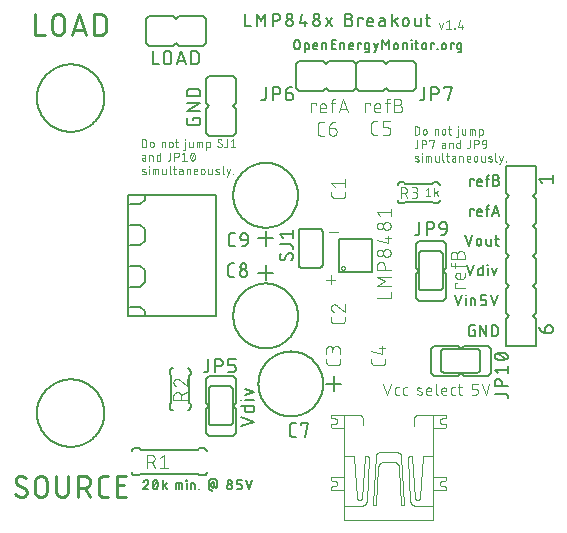
<source format=gto>
G75*
%MOIN*%
%OFA0B0*%
%FSLAX25Y25*%
%IPPOS*%
%LPD*%
%AMOC8*
5,1,8,0,0,1.08239X$1,22.5*
%
%ADD10C,0.00400*%
%ADD11C,0.00500*%
%ADD12C,0.01000*%
%ADD13C,0.00600*%
%ADD14C,0.00300*%
%ADD15C,0.00800*%
D10*
X0052395Y0018269D02*
X0052395Y0022869D01*
X0053672Y0022869D01*
X0053742Y0022867D01*
X0053813Y0022861D01*
X0053882Y0022852D01*
X0053951Y0022838D01*
X0054020Y0022821D01*
X0054087Y0022800D01*
X0054153Y0022775D01*
X0054217Y0022747D01*
X0054280Y0022715D01*
X0054341Y0022680D01*
X0054400Y0022641D01*
X0054457Y0022600D01*
X0054511Y0022555D01*
X0054563Y0022507D01*
X0054612Y0022457D01*
X0054659Y0022403D01*
X0054702Y0022348D01*
X0054742Y0022290D01*
X0054779Y0022230D01*
X0054812Y0022168D01*
X0054842Y0022104D01*
X0054869Y0022039D01*
X0054892Y0021973D01*
X0054911Y0021905D01*
X0054926Y0021836D01*
X0054938Y0021767D01*
X0054946Y0021697D01*
X0054950Y0021626D01*
X0054950Y0021556D01*
X0054946Y0021485D01*
X0054938Y0021415D01*
X0054926Y0021346D01*
X0054911Y0021277D01*
X0054892Y0021209D01*
X0054869Y0021143D01*
X0054842Y0021078D01*
X0054812Y0021014D01*
X0054779Y0020952D01*
X0054742Y0020892D01*
X0054702Y0020834D01*
X0054659Y0020779D01*
X0054612Y0020725D01*
X0054563Y0020675D01*
X0054511Y0020627D01*
X0054457Y0020582D01*
X0054400Y0020541D01*
X0054341Y0020502D01*
X0054280Y0020467D01*
X0054217Y0020435D01*
X0054153Y0020407D01*
X0054087Y0020382D01*
X0054020Y0020361D01*
X0053951Y0020344D01*
X0053882Y0020330D01*
X0053813Y0020321D01*
X0053742Y0020315D01*
X0053672Y0020313D01*
X0052395Y0020313D01*
X0053928Y0020313D02*
X0054950Y0018269D01*
X0056866Y0018269D02*
X0059421Y0018269D01*
X0058143Y0018269D02*
X0058143Y0022869D01*
X0056866Y0021846D01*
X0061205Y0041139D02*
X0061205Y0042417D01*
X0061207Y0042487D01*
X0061213Y0042558D01*
X0061222Y0042627D01*
X0061236Y0042696D01*
X0061253Y0042765D01*
X0061274Y0042832D01*
X0061299Y0042898D01*
X0061327Y0042962D01*
X0061359Y0043025D01*
X0061394Y0043086D01*
X0061433Y0043145D01*
X0061474Y0043202D01*
X0061519Y0043256D01*
X0061567Y0043308D01*
X0061617Y0043357D01*
X0061671Y0043404D01*
X0061726Y0043447D01*
X0061784Y0043487D01*
X0061844Y0043524D01*
X0061906Y0043557D01*
X0061970Y0043587D01*
X0062035Y0043614D01*
X0062101Y0043637D01*
X0062169Y0043656D01*
X0062238Y0043671D01*
X0062307Y0043683D01*
X0062377Y0043691D01*
X0062448Y0043695D01*
X0062518Y0043695D01*
X0062589Y0043691D01*
X0062659Y0043683D01*
X0062728Y0043671D01*
X0062797Y0043656D01*
X0062865Y0043637D01*
X0062931Y0043614D01*
X0062996Y0043587D01*
X0063060Y0043557D01*
X0063122Y0043524D01*
X0063182Y0043487D01*
X0063240Y0043447D01*
X0063295Y0043404D01*
X0063349Y0043357D01*
X0063399Y0043308D01*
X0063447Y0043256D01*
X0063492Y0043202D01*
X0063533Y0043145D01*
X0063572Y0043086D01*
X0063607Y0043025D01*
X0063639Y0042962D01*
X0063667Y0042898D01*
X0063692Y0042832D01*
X0063713Y0042765D01*
X0063730Y0042696D01*
X0063744Y0042627D01*
X0063753Y0042558D01*
X0063759Y0042487D01*
X0063761Y0042417D01*
X0063760Y0042417D02*
X0063760Y0041139D01*
X0063760Y0042672D02*
X0065805Y0043695D01*
X0065805Y0045610D02*
X0065805Y0048166D01*
X0065805Y0045610D02*
X0063249Y0047782D01*
X0061205Y0047016D02*
X0061207Y0046942D01*
X0061212Y0046868D01*
X0061222Y0046794D01*
X0061235Y0046721D01*
X0061251Y0046648D01*
X0061272Y0046577D01*
X0061296Y0046507D01*
X0061323Y0046438D01*
X0061354Y0046370D01*
X0061388Y0046304D01*
X0061425Y0046240D01*
X0061466Y0046178D01*
X0061510Y0046117D01*
X0061556Y0046060D01*
X0061606Y0046004D01*
X0061658Y0045951D01*
X0061713Y0045901D01*
X0061770Y0045854D01*
X0061830Y0045810D01*
X0061892Y0045768D01*
X0061955Y0045730D01*
X0062021Y0045695D01*
X0062088Y0045664D01*
X0062157Y0045636D01*
X0062227Y0045611D01*
X0063249Y0047782D02*
X0063202Y0047829D01*
X0063152Y0047873D01*
X0063100Y0047915D01*
X0063046Y0047954D01*
X0062990Y0047989D01*
X0062932Y0048022D01*
X0062872Y0048052D01*
X0062811Y0048078D01*
X0062748Y0048101D01*
X0062684Y0048120D01*
X0062620Y0048136D01*
X0062554Y0048149D01*
X0062488Y0048158D01*
X0062422Y0048163D01*
X0062355Y0048165D01*
X0062355Y0048166D02*
X0062288Y0048164D01*
X0062221Y0048158D01*
X0062155Y0048149D01*
X0062090Y0048135D01*
X0062025Y0048118D01*
X0061962Y0048097D01*
X0061900Y0048072D01*
X0061839Y0048044D01*
X0061780Y0048012D01*
X0061723Y0047977D01*
X0061668Y0047938D01*
X0061616Y0047897D01*
X0061566Y0047852D01*
X0061519Y0047805D01*
X0061474Y0047755D01*
X0061433Y0047703D01*
X0061394Y0047648D01*
X0061359Y0047591D01*
X0061327Y0047532D01*
X0061299Y0047471D01*
X0061274Y0047409D01*
X0061253Y0047346D01*
X0061236Y0047281D01*
X0061222Y0047216D01*
X0061213Y0047150D01*
X0061207Y0047083D01*
X0061205Y0047016D01*
X0061205Y0041139D02*
X0065805Y0041139D01*
X0112137Y0053753D02*
X0112137Y0054775D01*
X0112137Y0053753D02*
X0112139Y0053691D01*
X0112144Y0053630D01*
X0112154Y0053569D01*
X0112167Y0053508D01*
X0112183Y0053449D01*
X0112203Y0053391D01*
X0112227Y0053334D01*
X0112254Y0053278D01*
X0112284Y0053224D01*
X0112318Y0053172D01*
X0112355Y0053123D01*
X0112394Y0053075D01*
X0112436Y0053030D01*
X0112481Y0052988D01*
X0112529Y0052948D01*
X0112578Y0052912D01*
X0112630Y0052878D01*
X0112684Y0052848D01*
X0112740Y0052821D01*
X0112797Y0052797D01*
X0112855Y0052777D01*
X0112914Y0052761D01*
X0112975Y0052748D01*
X0113036Y0052738D01*
X0113097Y0052733D01*
X0113159Y0052731D01*
X0115715Y0052731D01*
X0115777Y0052733D01*
X0115838Y0052738D01*
X0115899Y0052748D01*
X0115960Y0052761D01*
X0116019Y0052777D01*
X0116077Y0052797D01*
X0116134Y0052821D01*
X0116190Y0052848D01*
X0116244Y0052878D01*
X0116296Y0052912D01*
X0116345Y0052948D01*
X0116393Y0052988D01*
X0116438Y0053030D01*
X0116480Y0053075D01*
X0116520Y0053123D01*
X0116556Y0053172D01*
X0116590Y0053224D01*
X0116620Y0053278D01*
X0116647Y0053334D01*
X0116671Y0053391D01*
X0116691Y0053449D01*
X0116707Y0053508D01*
X0116720Y0053569D01*
X0116730Y0053630D01*
X0116735Y0053691D01*
X0116737Y0053753D01*
X0116737Y0054775D01*
X0116737Y0056494D02*
X0116737Y0057772D01*
X0116735Y0057842D01*
X0116729Y0057913D01*
X0116720Y0057982D01*
X0116706Y0058051D01*
X0116689Y0058120D01*
X0116668Y0058187D01*
X0116643Y0058253D01*
X0116615Y0058317D01*
X0116583Y0058380D01*
X0116548Y0058441D01*
X0116509Y0058500D01*
X0116468Y0058557D01*
X0116423Y0058611D01*
X0116375Y0058663D01*
X0116325Y0058712D01*
X0116271Y0058759D01*
X0116216Y0058802D01*
X0116158Y0058842D01*
X0116098Y0058879D01*
X0116036Y0058912D01*
X0115972Y0058942D01*
X0115907Y0058969D01*
X0115841Y0058992D01*
X0115773Y0059011D01*
X0115704Y0059026D01*
X0115635Y0059038D01*
X0115565Y0059046D01*
X0115494Y0059050D01*
X0115424Y0059050D01*
X0115353Y0059046D01*
X0115283Y0059038D01*
X0115214Y0059026D01*
X0115145Y0059011D01*
X0115077Y0058992D01*
X0115011Y0058969D01*
X0114946Y0058942D01*
X0114882Y0058912D01*
X0114820Y0058879D01*
X0114760Y0058842D01*
X0114702Y0058802D01*
X0114647Y0058759D01*
X0114593Y0058712D01*
X0114543Y0058663D01*
X0114495Y0058611D01*
X0114450Y0058557D01*
X0114409Y0058500D01*
X0114370Y0058441D01*
X0114335Y0058380D01*
X0114303Y0058317D01*
X0114275Y0058253D01*
X0114250Y0058187D01*
X0114229Y0058120D01*
X0114212Y0058051D01*
X0114198Y0057982D01*
X0114189Y0057913D01*
X0114183Y0057842D01*
X0114181Y0057772D01*
X0114181Y0058027D02*
X0114181Y0057005D01*
X0114181Y0058027D02*
X0114179Y0058090D01*
X0114173Y0058153D01*
X0114164Y0058215D01*
X0114150Y0058276D01*
X0114133Y0058337D01*
X0114112Y0058396D01*
X0114087Y0058454D01*
X0114059Y0058511D01*
X0114028Y0058565D01*
X0113993Y0058617D01*
X0113955Y0058668D01*
X0113914Y0058716D01*
X0113870Y0058761D01*
X0113824Y0058803D01*
X0113775Y0058843D01*
X0113724Y0058879D01*
X0113670Y0058912D01*
X0113615Y0058942D01*
X0113557Y0058968D01*
X0113499Y0058991D01*
X0113439Y0059010D01*
X0113378Y0059025D01*
X0113316Y0059037D01*
X0113253Y0059045D01*
X0113190Y0059049D01*
X0113128Y0059049D01*
X0113065Y0059045D01*
X0113002Y0059037D01*
X0112940Y0059025D01*
X0112879Y0059010D01*
X0112819Y0058991D01*
X0112761Y0058968D01*
X0112703Y0058942D01*
X0112648Y0058912D01*
X0112594Y0058879D01*
X0112543Y0058843D01*
X0112494Y0058803D01*
X0112448Y0058761D01*
X0112404Y0058716D01*
X0112363Y0058668D01*
X0112325Y0058617D01*
X0112290Y0058565D01*
X0112259Y0058511D01*
X0112231Y0058454D01*
X0112206Y0058396D01*
X0112185Y0058337D01*
X0112168Y0058276D01*
X0112154Y0058215D01*
X0112145Y0058153D01*
X0112139Y0058090D01*
X0112137Y0058027D01*
X0112137Y0056494D01*
X0114740Y0066643D02*
X0117296Y0066643D01*
X0117358Y0066645D01*
X0117419Y0066650D01*
X0117480Y0066660D01*
X0117541Y0066673D01*
X0117600Y0066689D01*
X0117658Y0066709D01*
X0117715Y0066733D01*
X0117771Y0066760D01*
X0117825Y0066790D01*
X0117877Y0066824D01*
X0117926Y0066860D01*
X0117974Y0066900D01*
X0118019Y0066942D01*
X0118061Y0066987D01*
X0118101Y0067035D01*
X0118137Y0067084D01*
X0118171Y0067136D01*
X0118201Y0067190D01*
X0118228Y0067246D01*
X0118252Y0067303D01*
X0118272Y0067361D01*
X0118288Y0067420D01*
X0118301Y0067481D01*
X0118311Y0067542D01*
X0118316Y0067603D01*
X0118318Y0067665D01*
X0118318Y0068688D01*
X0118318Y0070406D02*
X0118318Y0072962D01*
X0118318Y0070406D02*
X0115763Y0072578D01*
X0113718Y0071812D02*
X0113720Y0071738D01*
X0113725Y0071664D01*
X0113735Y0071590D01*
X0113748Y0071517D01*
X0113764Y0071444D01*
X0113785Y0071373D01*
X0113809Y0071303D01*
X0113836Y0071234D01*
X0113867Y0071166D01*
X0113901Y0071100D01*
X0113938Y0071036D01*
X0113979Y0070974D01*
X0114023Y0070913D01*
X0114069Y0070856D01*
X0114119Y0070800D01*
X0114171Y0070747D01*
X0114226Y0070697D01*
X0114283Y0070650D01*
X0114343Y0070606D01*
X0114405Y0070564D01*
X0114468Y0070526D01*
X0114534Y0070491D01*
X0114601Y0070460D01*
X0114670Y0070432D01*
X0114740Y0070407D01*
X0115762Y0072579D02*
X0115715Y0072626D01*
X0115665Y0072670D01*
X0115613Y0072712D01*
X0115559Y0072751D01*
X0115503Y0072786D01*
X0115445Y0072819D01*
X0115385Y0072849D01*
X0115324Y0072875D01*
X0115261Y0072898D01*
X0115197Y0072917D01*
X0115133Y0072933D01*
X0115067Y0072946D01*
X0115001Y0072955D01*
X0114935Y0072960D01*
X0114868Y0072962D01*
X0114801Y0072960D01*
X0114734Y0072954D01*
X0114668Y0072945D01*
X0114603Y0072931D01*
X0114538Y0072914D01*
X0114475Y0072893D01*
X0114413Y0072868D01*
X0114352Y0072840D01*
X0114293Y0072808D01*
X0114236Y0072773D01*
X0114181Y0072734D01*
X0114129Y0072693D01*
X0114079Y0072648D01*
X0114032Y0072601D01*
X0113987Y0072551D01*
X0113946Y0072499D01*
X0113907Y0072444D01*
X0113872Y0072387D01*
X0113840Y0072328D01*
X0113812Y0072267D01*
X0113787Y0072205D01*
X0113766Y0072142D01*
X0113749Y0072077D01*
X0113735Y0072012D01*
X0113726Y0071946D01*
X0113720Y0071879D01*
X0113718Y0071812D01*
X0113718Y0068688D02*
X0113718Y0067665D01*
X0113720Y0067603D01*
X0113725Y0067542D01*
X0113735Y0067481D01*
X0113748Y0067420D01*
X0113764Y0067361D01*
X0113784Y0067303D01*
X0113808Y0067246D01*
X0113835Y0067190D01*
X0113865Y0067136D01*
X0113899Y0067084D01*
X0113936Y0067035D01*
X0113975Y0066987D01*
X0114017Y0066942D01*
X0114062Y0066900D01*
X0114110Y0066860D01*
X0114159Y0066824D01*
X0114211Y0066790D01*
X0114265Y0066760D01*
X0114321Y0066733D01*
X0114378Y0066709D01*
X0114436Y0066689D01*
X0114495Y0066673D01*
X0114556Y0066660D01*
X0114617Y0066650D01*
X0114678Y0066645D01*
X0114740Y0066643D01*
X0127137Y0057516D02*
X0130715Y0056494D01*
X0130715Y0059050D01*
X0129693Y0058283D02*
X0131737Y0058283D01*
X0131737Y0054775D02*
X0131737Y0053753D01*
X0131735Y0053691D01*
X0131730Y0053630D01*
X0131720Y0053569D01*
X0131707Y0053508D01*
X0131691Y0053449D01*
X0131671Y0053391D01*
X0131647Y0053334D01*
X0131620Y0053278D01*
X0131590Y0053224D01*
X0131556Y0053172D01*
X0131520Y0053123D01*
X0131480Y0053075D01*
X0131438Y0053030D01*
X0131393Y0052988D01*
X0131345Y0052948D01*
X0131296Y0052912D01*
X0131244Y0052878D01*
X0131190Y0052848D01*
X0131134Y0052821D01*
X0131077Y0052797D01*
X0131019Y0052777D01*
X0130960Y0052761D01*
X0130899Y0052748D01*
X0130838Y0052738D01*
X0130777Y0052733D01*
X0130715Y0052731D01*
X0128159Y0052731D01*
X0128097Y0052733D01*
X0128036Y0052738D01*
X0127975Y0052748D01*
X0127914Y0052761D01*
X0127855Y0052777D01*
X0127797Y0052797D01*
X0127740Y0052821D01*
X0127684Y0052848D01*
X0127630Y0052878D01*
X0127578Y0052912D01*
X0127529Y0052948D01*
X0127481Y0052988D01*
X0127436Y0053030D01*
X0127394Y0053075D01*
X0127355Y0053123D01*
X0127318Y0053172D01*
X0127284Y0053224D01*
X0127254Y0053278D01*
X0127227Y0053334D01*
X0127203Y0053391D01*
X0127183Y0053449D01*
X0127167Y0053508D01*
X0127154Y0053569D01*
X0127144Y0053630D01*
X0127139Y0053691D01*
X0127137Y0053753D01*
X0127137Y0054775D01*
X0131182Y0046470D02*
X0132382Y0042870D01*
X0133582Y0046470D01*
X0134947Y0044670D02*
X0134947Y0043470D01*
X0134949Y0043423D01*
X0134954Y0043376D01*
X0134964Y0043330D01*
X0134976Y0043285D01*
X0134993Y0043240D01*
X0135012Y0043198D01*
X0135035Y0043157D01*
X0135062Y0043117D01*
X0135091Y0043080D01*
X0135123Y0043046D01*
X0135157Y0043014D01*
X0135194Y0042985D01*
X0135234Y0042958D01*
X0135275Y0042935D01*
X0135317Y0042916D01*
X0135362Y0042899D01*
X0135407Y0042887D01*
X0135453Y0042877D01*
X0135500Y0042872D01*
X0135547Y0042870D01*
X0136347Y0042870D01*
X0137707Y0043470D02*
X0137707Y0044670D01*
X0137709Y0044717D01*
X0137714Y0044764D01*
X0137724Y0044810D01*
X0137736Y0044855D01*
X0137753Y0044900D01*
X0137772Y0044942D01*
X0137795Y0044983D01*
X0137822Y0045023D01*
X0137851Y0045060D01*
X0137883Y0045094D01*
X0137917Y0045126D01*
X0137954Y0045155D01*
X0137994Y0045182D01*
X0138035Y0045205D01*
X0138077Y0045224D01*
X0138122Y0045241D01*
X0138167Y0045253D01*
X0138213Y0045263D01*
X0138260Y0045268D01*
X0138307Y0045270D01*
X0139107Y0045270D01*
X0137707Y0043470D02*
X0137709Y0043423D01*
X0137714Y0043376D01*
X0137724Y0043330D01*
X0137736Y0043285D01*
X0137753Y0043240D01*
X0137772Y0043198D01*
X0137795Y0043157D01*
X0137822Y0043117D01*
X0137851Y0043080D01*
X0137883Y0043046D01*
X0137917Y0043014D01*
X0137954Y0042985D01*
X0137994Y0042958D01*
X0138035Y0042935D01*
X0138077Y0042916D01*
X0138122Y0042899D01*
X0138167Y0042887D01*
X0138213Y0042877D01*
X0138260Y0042872D01*
X0138307Y0042870D01*
X0139107Y0042870D01*
X0135547Y0045270D02*
X0135500Y0045268D01*
X0135453Y0045263D01*
X0135407Y0045253D01*
X0135362Y0045241D01*
X0135317Y0045224D01*
X0135275Y0045205D01*
X0135234Y0045182D01*
X0135194Y0045155D01*
X0135157Y0045126D01*
X0135123Y0045094D01*
X0135091Y0045060D01*
X0135062Y0045023D01*
X0135035Y0044983D01*
X0135012Y0044942D01*
X0134993Y0044900D01*
X0134976Y0044855D01*
X0134964Y0044810D01*
X0134954Y0044764D01*
X0134949Y0044717D01*
X0134947Y0044670D01*
X0135547Y0045270D02*
X0136347Y0045270D01*
X0142682Y0044270D02*
X0143682Y0043870D01*
X0143682Y0043871D02*
X0143723Y0043852D01*
X0143762Y0043830D01*
X0143799Y0043805D01*
X0143834Y0043777D01*
X0143866Y0043745D01*
X0143896Y0043711D01*
X0143922Y0043675D01*
X0143945Y0043636D01*
X0143965Y0043596D01*
X0143981Y0043554D01*
X0143994Y0043510D01*
X0144002Y0043466D01*
X0144007Y0043422D01*
X0144008Y0043377D01*
X0144005Y0043332D01*
X0143998Y0043287D01*
X0143987Y0043244D01*
X0143973Y0043201D01*
X0143955Y0043160D01*
X0143933Y0043120D01*
X0143908Y0043083D01*
X0143880Y0043048D01*
X0143849Y0043015D01*
X0143815Y0042985D01*
X0143779Y0042959D01*
X0143741Y0042935D01*
X0143700Y0042915D01*
X0143658Y0042898D01*
X0143615Y0042886D01*
X0143571Y0042877D01*
X0143527Y0042871D01*
X0143482Y0042870D01*
X0143782Y0045070D02*
X0143697Y0045106D01*
X0143610Y0045139D01*
X0143522Y0045168D01*
X0143433Y0045194D01*
X0143343Y0045216D01*
X0143252Y0045234D01*
X0143160Y0045249D01*
X0143068Y0045260D01*
X0142975Y0045267D01*
X0142882Y0045270D01*
X0142882Y0045271D02*
X0142837Y0045270D01*
X0142793Y0045264D01*
X0142749Y0045255D01*
X0142706Y0045243D01*
X0142664Y0045226D01*
X0142623Y0045206D01*
X0142585Y0045182D01*
X0142549Y0045156D01*
X0142515Y0045126D01*
X0142484Y0045093D01*
X0142456Y0045058D01*
X0142431Y0045021D01*
X0142409Y0044981D01*
X0142391Y0044940D01*
X0142377Y0044897D01*
X0142366Y0044854D01*
X0142359Y0044809D01*
X0142356Y0044764D01*
X0142357Y0044719D01*
X0142362Y0044675D01*
X0142370Y0044631D01*
X0142383Y0044587D01*
X0142399Y0044545D01*
X0142419Y0044505D01*
X0142442Y0044466D01*
X0142468Y0044430D01*
X0142498Y0044396D01*
X0142530Y0044364D01*
X0142565Y0044336D01*
X0142602Y0044311D01*
X0142641Y0044289D01*
X0142682Y0044270D01*
X0142382Y0043069D02*
X0142489Y0043033D01*
X0142596Y0043000D01*
X0142705Y0042971D01*
X0142814Y0042946D01*
X0142924Y0042924D01*
X0143035Y0042905D01*
X0143146Y0042891D01*
X0143258Y0042880D01*
X0143370Y0042873D01*
X0143483Y0042869D01*
X0145502Y0043470D02*
X0145502Y0044470D01*
X0145502Y0044070D02*
X0147102Y0044070D01*
X0147102Y0044470D01*
X0147100Y0044526D01*
X0147094Y0044581D01*
X0147085Y0044636D01*
X0147071Y0044691D01*
X0147054Y0044744D01*
X0147033Y0044795D01*
X0147008Y0044846D01*
X0146980Y0044894D01*
X0146949Y0044940D01*
X0146915Y0044984D01*
X0146877Y0045026D01*
X0146837Y0045065D01*
X0146795Y0045100D01*
X0146749Y0045133D01*
X0146702Y0045163D01*
X0146653Y0045189D01*
X0146602Y0045212D01*
X0146549Y0045231D01*
X0146496Y0045246D01*
X0146441Y0045258D01*
X0146386Y0045266D01*
X0146330Y0045270D01*
X0146274Y0045270D01*
X0146218Y0045266D01*
X0146163Y0045258D01*
X0146108Y0045246D01*
X0146055Y0045231D01*
X0146002Y0045212D01*
X0145951Y0045189D01*
X0145902Y0045163D01*
X0145855Y0045133D01*
X0145809Y0045100D01*
X0145767Y0045065D01*
X0145727Y0045026D01*
X0145689Y0044984D01*
X0145655Y0044940D01*
X0145624Y0044894D01*
X0145596Y0044846D01*
X0145571Y0044795D01*
X0145550Y0044744D01*
X0145533Y0044691D01*
X0145519Y0044636D01*
X0145510Y0044581D01*
X0145504Y0044526D01*
X0145502Y0044470D01*
X0145502Y0043470D02*
X0145504Y0043423D01*
X0145509Y0043376D01*
X0145519Y0043330D01*
X0145531Y0043285D01*
X0145548Y0043240D01*
X0145567Y0043198D01*
X0145590Y0043157D01*
X0145617Y0043117D01*
X0145646Y0043080D01*
X0145678Y0043046D01*
X0145712Y0043014D01*
X0145749Y0042985D01*
X0145789Y0042958D01*
X0145830Y0042935D01*
X0145872Y0042916D01*
X0145917Y0042899D01*
X0145962Y0042887D01*
X0146008Y0042877D01*
X0146055Y0042872D01*
X0146102Y0042870D01*
X0147102Y0042870D01*
X0148660Y0043470D02*
X0148660Y0046470D01*
X0150542Y0044470D02*
X0150542Y0043470D01*
X0150544Y0043423D01*
X0150549Y0043376D01*
X0150559Y0043330D01*
X0150571Y0043285D01*
X0150588Y0043240D01*
X0150607Y0043198D01*
X0150630Y0043157D01*
X0150657Y0043117D01*
X0150686Y0043080D01*
X0150718Y0043046D01*
X0150752Y0043014D01*
X0150789Y0042985D01*
X0150829Y0042958D01*
X0150870Y0042935D01*
X0150912Y0042916D01*
X0150957Y0042899D01*
X0151002Y0042887D01*
X0151048Y0042877D01*
X0151095Y0042872D01*
X0151142Y0042870D01*
X0152142Y0042870D01*
X0152142Y0044070D02*
X0150542Y0044070D01*
X0150542Y0044470D02*
X0150544Y0044526D01*
X0150550Y0044581D01*
X0150559Y0044636D01*
X0150573Y0044691D01*
X0150590Y0044744D01*
X0150611Y0044795D01*
X0150636Y0044846D01*
X0150664Y0044894D01*
X0150695Y0044940D01*
X0150729Y0044984D01*
X0150767Y0045026D01*
X0150807Y0045065D01*
X0150849Y0045100D01*
X0150895Y0045133D01*
X0150942Y0045163D01*
X0150991Y0045189D01*
X0151042Y0045212D01*
X0151095Y0045231D01*
X0151148Y0045246D01*
X0151203Y0045258D01*
X0151258Y0045266D01*
X0151314Y0045270D01*
X0151370Y0045270D01*
X0151426Y0045266D01*
X0151481Y0045258D01*
X0151536Y0045246D01*
X0151589Y0045231D01*
X0151642Y0045212D01*
X0151693Y0045189D01*
X0151742Y0045163D01*
X0151789Y0045133D01*
X0151835Y0045100D01*
X0151877Y0045065D01*
X0151917Y0045026D01*
X0151955Y0044984D01*
X0151989Y0044940D01*
X0152020Y0044894D01*
X0152048Y0044846D01*
X0152073Y0044795D01*
X0152094Y0044744D01*
X0152111Y0044691D01*
X0152125Y0044636D01*
X0152134Y0044581D01*
X0152140Y0044526D01*
X0152142Y0044470D01*
X0152142Y0044070D01*
X0153667Y0043470D02*
X0153667Y0044670D01*
X0153669Y0044717D01*
X0153674Y0044764D01*
X0153684Y0044810D01*
X0153696Y0044855D01*
X0153713Y0044900D01*
X0153732Y0044942D01*
X0153755Y0044983D01*
X0153782Y0045023D01*
X0153811Y0045060D01*
X0153843Y0045094D01*
X0153877Y0045126D01*
X0153914Y0045155D01*
X0153954Y0045182D01*
X0153995Y0045205D01*
X0154037Y0045224D01*
X0154082Y0045241D01*
X0154127Y0045253D01*
X0154173Y0045263D01*
X0154220Y0045268D01*
X0154267Y0045270D01*
X0155067Y0045270D01*
X0156109Y0045270D02*
X0157309Y0045270D01*
X0156509Y0046470D02*
X0156509Y0043470D01*
X0156511Y0043423D01*
X0156516Y0043376D01*
X0156526Y0043330D01*
X0156538Y0043285D01*
X0156555Y0043240D01*
X0156574Y0043198D01*
X0156597Y0043157D01*
X0156624Y0043117D01*
X0156653Y0043080D01*
X0156685Y0043046D01*
X0156719Y0043014D01*
X0156756Y0042985D01*
X0156796Y0042958D01*
X0156837Y0042935D01*
X0156879Y0042916D01*
X0156924Y0042899D01*
X0156969Y0042887D01*
X0157015Y0042877D01*
X0157062Y0042872D01*
X0157109Y0042870D01*
X0157309Y0042870D01*
X0155067Y0042870D02*
X0154267Y0042870D01*
X0154220Y0042872D01*
X0154173Y0042877D01*
X0154127Y0042887D01*
X0154082Y0042899D01*
X0154037Y0042916D01*
X0153995Y0042935D01*
X0153954Y0042958D01*
X0153914Y0042985D01*
X0153877Y0043014D01*
X0153843Y0043046D01*
X0153811Y0043080D01*
X0153782Y0043117D01*
X0153755Y0043157D01*
X0153732Y0043198D01*
X0153713Y0043240D01*
X0153696Y0043285D01*
X0153684Y0043330D01*
X0153674Y0043376D01*
X0153669Y0043423D01*
X0153667Y0043470D01*
X0149260Y0042870D02*
X0149213Y0042872D01*
X0149166Y0042877D01*
X0149120Y0042887D01*
X0149075Y0042899D01*
X0149030Y0042916D01*
X0148988Y0042935D01*
X0148947Y0042958D01*
X0148907Y0042985D01*
X0148870Y0043014D01*
X0148836Y0043046D01*
X0148804Y0043080D01*
X0148775Y0043117D01*
X0148748Y0043157D01*
X0148725Y0043198D01*
X0148706Y0043240D01*
X0148689Y0043285D01*
X0148677Y0043330D01*
X0148667Y0043376D01*
X0148662Y0043423D01*
X0148660Y0043470D01*
X0147883Y0036247D02*
X0142861Y0036247D01*
X0142860Y0036248D02*
X0142788Y0036246D01*
X0142716Y0036240D01*
X0142644Y0036231D01*
X0142573Y0036218D01*
X0142503Y0036201D01*
X0142434Y0036181D01*
X0142366Y0036156D01*
X0142299Y0036129D01*
X0142234Y0036098D01*
X0142170Y0036063D01*
X0142108Y0036025D01*
X0142049Y0035984D01*
X0141992Y0035940D01*
X0141937Y0035894D01*
X0141884Y0035844D01*
X0141834Y0035791D01*
X0141788Y0035736D01*
X0141744Y0035679D01*
X0141703Y0035620D01*
X0141665Y0035558D01*
X0141630Y0035494D01*
X0141599Y0035429D01*
X0141572Y0035362D01*
X0141547Y0035294D01*
X0141527Y0035225D01*
X0141510Y0035155D01*
X0141497Y0035084D01*
X0141488Y0035012D01*
X0141482Y0034940D01*
X0141480Y0034868D01*
X0141481Y0034867D02*
X0141481Y0032549D01*
X0148104Y0031832D02*
X0151526Y0031832D01*
X0151575Y0031834D01*
X0151625Y0031839D01*
X0151673Y0031849D01*
X0151721Y0031861D01*
X0151768Y0031878D01*
X0151813Y0031898D01*
X0151857Y0031921D01*
X0151899Y0031947D01*
X0151939Y0031976D01*
X0151976Y0032009D01*
X0152011Y0032044D01*
X0152044Y0032081D01*
X0152073Y0032121D01*
X0152099Y0032163D01*
X0152122Y0032207D01*
X0152142Y0032252D01*
X0152159Y0032299D01*
X0152171Y0032347D01*
X0152181Y0032395D01*
X0152186Y0032445D01*
X0152188Y0032494D01*
X0152186Y0032542D01*
X0152181Y0032589D01*
X0152171Y0032636D01*
X0152158Y0032682D01*
X0152142Y0032726D01*
X0152122Y0032770D01*
X0152099Y0032811D01*
X0152072Y0032851D01*
X0152043Y0032888D01*
X0152010Y0032923D01*
X0151975Y0032956D01*
X0151938Y0032985D01*
X0151898Y0033012D01*
X0151857Y0033035D01*
X0151813Y0033055D01*
X0151769Y0033071D01*
X0151723Y0033084D01*
X0151676Y0033094D01*
X0151629Y0033099D01*
X0151581Y0033101D01*
X0150919Y0033101D01*
X0150861Y0033103D01*
X0150804Y0033109D01*
X0150747Y0033118D01*
X0150690Y0033131D01*
X0150635Y0033148D01*
X0150581Y0033168D01*
X0150528Y0033192D01*
X0150478Y0033219D01*
X0150428Y0033250D01*
X0150381Y0033283D01*
X0150337Y0033320D01*
X0150295Y0033360D01*
X0150255Y0033402D01*
X0150218Y0033446D01*
X0150185Y0033493D01*
X0150154Y0033543D01*
X0150127Y0033593D01*
X0150103Y0033646D01*
X0150083Y0033700D01*
X0150066Y0033755D01*
X0150053Y0033812D01*
X0150044Y0033869D01*
X0150038Y0033926D01*
X0150036Y0033984D01*
X0150036Y0034095D01*
X0150038Y0034153D01*
X0150043Y0034210D01*
X0150053Y0034267D01*
X0150066Y0034324D01*
X0150083Y0034379D01*
X0150103Y0034433D01*
X0150127Y0034486D01*
X0150154Y0034537D01*
X0150184Y0034586D01*
X0150218Y0034633D01*
X0150255Y0034677D01*
X0150294Y0034720D01*
X0150337Y0034759D01*
X0150381Y0034796D01*
X0150428Y0034830D01*
X0150477Y0034860D01*
X0150528Y0034887D01*
X0150581Y0034911D01*
X0150635Y0034931D01*
X0150690Y0034948D01*
X0150747Y0034961D01*
X0150804Y0034971D01*
X0150861Y0034976D01*
X0150919Y0034978D01*
X0151526Y0034978D01*
X0151575Y0034980D01*
X0151625Y0034985D01*
X0151673Y0034995D01*
X0151721Y0035007D01*
X0151768Y0035024D01*
X0151813Y0035044D01*
X0151857Y0035067D01*
X0151899Y0035093D01*
X0151939Y0035122D01*
X0151976Y0035155D01*
X0152011Y0035190D01*
X0152044Y0035227D01*
X0152073Y0035267D01*
X0152099Y0035309D01*
X0152122Y0035353D01*
X0152142Y0035398D01*
X0152159Y0035445D01*
X0152171Y0035493D01*
X0152181Y0035541D01*
X0152186Y0035591D01*
X0152188Y0035640D01*
X0152188Y0035640D01*
X0152186Y0035687D01*
X0152181Y0035735D01*
X0152172Y0035782D01*
X0152159Y0035828D01*
X0152142Y0035872D01*
X0152123Y0035916D01*
X0152099Y0035957D01*
X0152073Y0035997D01*
X0152043Y0036035D01*
X0152011Y0036070D01*
X0151976Y0036102D01*
X0151938Y0036132D01*
X0151899Y0036158D01*
X0151857Y0036181D01*
X0151814Y0036201D01*
X0151769Y0036218D01*
X0151723Y0036231D01*
X0151676Y0036240D01*
X0151629Y0036245D01*
X0151581Y0036247D01*
X0147883Y0036247D01*
X0147883Y0015439D01*
X0151581Y0015439D01*
X0151629Y0015437D01*
X0151676Y0015432D01*
X0151723Y0015423D01*
X0151769Y0015410D01*
X0151814Y0015393D01*
X0151857Y0015373D01*
X0151899Y0015350D01*
X0151938Y0015324D01*
X0151976Y0015294D01*
X0152011Y0015262D01*
X0152043Y0015227D01*
X0152073Y0015189D01*
X0152099Y0015149D01*
X0152123Y0015108D01*
X0152142Y0015064D01*
X0152159Y0015020D01*
X0152172Y0014974D01*
X0152181Y0014927D01*
X0152186Y0014879D01*
X0152188Y0014832D01*
X0152188Y0014832D01*
X0152186Y0014783D01*
X0152181Y0014733D01*
X0152171Y0014685D01*
X0152159Y0014637D01*
X0152142Y0014590D01*
X0152122Y0014545D01*
X0152099Y0014501D01*
X0152073Y0014459D01*
X0152044Y0014419D01*
X0152011Y0014382D01*
X0151976Y0014347D01*
X0151939Y0014314D01*
X0151899Y0014285D01*
X0151857Y0014259D01*
X0151813Y0014236D01*
X0151768Y0014216D01*
X0151721Y0014199D01*
X0151673Y0014187D01*
X0151625Y0014177D01*
X0151575Y0014172D01*
X0151526Y0014170D01*
X0150919Y0014170D01*
X0150861Y0014168D01*
X0150804Y0014163D01*
X0150747Y0014153D01*
X0150690Y0014140D01*
X0150635Y0014123D01*
X0150581Y0014103D01*
X0150528Y0014079D01*
X0150477Y0014052D01*
X0150428Y0014021D01*
X0150381Y0013988D01*
X0150337Y0013951D01*
X0150294Y0013912D01*
X0150255Y0013869D01*
X0150218Y0013825D01*
X0150185Y0013778D01*
X0150154Y0013729D01*
X0150127Y0013678D01*
X0150103Y0013625D01*
X0150083Y0013571D01*
X0150066Y0013516D01*
X0150053Y0013459D01*
X0150043Y0013402D01*
X0150038Y0013345D01*
X0150036Y0013287D01*
X0150036Y0013176D01*
X0150036Y0013177D02*
X0150038Y0013119D01*
X0150044Y0013061D01*
X0150053Y0013004D01*
X0150066Y0012948D01*
X0150083Y0012893D01*
X0150103Y0012839D01*
X0150127Y0012786D01*
X0150154Y0012735D01*
X0150185Y0012686D01*
X0150219Y0012639D01*
X0150255Y0012595D01*
X0150295Y0012553D01*
X0150337Y0012513D01*
X0150381Y0012477D01*
X0150428Y0012443D01*
X0150477Y0012412D01*
X0150528Y0012385D01*
X0150581Y0012361D01*
X0150635Y0012341D01*
X0150690Y0012324D01*
X0150746Y0012311D01*
X0150803Y0012302D01*
X0150861Y0012296D01*
X0150919Y0012294D01*
X0150919Y0012293D02*
X0151581Y0012293D01*
X0151629Y0012291D01*
X0151676Y0012286D01*
X0151723Y0012276D01*
X0151769Y0012263D01*
X0151813Y0012247D01*
X0151857Y0012227D01*
X0151898Y0012204D01*
X0151938Y0012177D01*
X0151975Y0012148D01*
X0152010Y0012115D01*
X0152043Y0012080D01*
X0152072Y0012043D01*
X0152099Y0012003D01*
X0152122Y0011962D01*
X0152142Y0011918D01*
X0152158Y0011874D01*
X0152171Y0011828D01*
X0152181Y0011781D01*
X0152186Y0011734D01*
X0152188Y0011686D01*
X0152186Y0011637D01*
X0152181Y0011587D01*
X0152171Y0011539D01*
X0152159Y0011491D01*
X0152142Y0011444D01*
X0152122Y0011399D01*
X0152099Y0011355D01*
X0152073Y0011313D01*
X0152044Y0011273D01*
X0152011Y0011236D01*
X0151976Y0011201D01*
X0151939Y0011168D01*
X0151899Y0011139D01*
X0151857Y0011113D01*
X0151813Y0011090D01*
X0151768Y0011070D01*
X0151721Y0011053D01*
X0151673Y0011041D01*
X0151625Y0011031D01*
X0151575Y0011026D01*
X0151526Y0011024D01*
X0148104Y0011024D01*
X0147663Y0005892D02*
X0141591Y0005892D01*
X0141592Y0005892D02*
X0141519Y0005894D01*
X0141447Y0005900D01*
X0141376Y0005909D01*
X0141305Y0005922D01*
X0141235Y0005939D01*
X0141165Y0005960D01*
X0141097Y0005984D01*
X0141031Y0006011D01*
X0140965Y0006042D01*
X0140902Y0006077D01*
X0140840Y0006115D01*
X0140781Y0006156D01*
X0140723Y0006200D01*
X0140669Y0006246D01*
X0140616Y0006296D01*
X0140566Y0006349D01*
X0140520Y0006403D01*
X0140476Y0006461D01*
X0140435Y0006520D01*
X0140397Y0006582D01*
X0140362Y0006645D01*
X0140331Y0006711D01*
X0140304Y0006777D01*
X0140280Y0006845D01*
X0140259Y0006915D01*
X0140242Y0006985D01*
X0140229Y0007056D01*
X0140220Y0007127D01*
X0140214Y0007199D01*
X0140212Y0007272D01*
X0140211Y0007272D02*
X0140211Y0007437D01*
X0139549Y0021898D01*
X0139550Y0021898D02*
X0139549Y0021946D01*
X0139553Y0021993D01*
X0139561Y0022040D01*
X0139572Y0022087D01*
X0139588Y0022132D01*
X0139607Y0022176D01*
X0139629Y0022218D01*
X0139655Y0022259D01*
X0139685Y0022297D01*
X0139717Y0022332D01*
X0139752Y0022365D01*
X0139789Y0022394D01*
X0139829Y0022421D01*
X0139871Y0022444D01*
X0139915Y0022463D01*
X0139960Y0022479D01*
X0140007Y0022491D01*
X0140054Y0022499D01*
X0140101Y0022503D01*
X0140149Y0022504D01*
X0140197Y0022500D01*
X0140244Y0022492D01*
X0140291Y0022481D01*
X0140336Y0022466D01*
X0140380Y0022447D01*
X0140422Y0022424D01*
X0140463Y0022398D01*
X0140501Y0022369D01*
X0140536Y0022337D01*
X0140569Y0022302D01*
X0140599Y0022265D01*
X0140625Y0022225D01*
X0140648Y0022183D01*
X0140668Y0022139D01*
X0140684Y0022094D01*
X0140696Y0022048D01*
X0140704Y0022000D01*
X0140708Y0021953D01*
X0141591Y0008596D01*
X0141597Y0008535D01*
X0141607Y0008474D01*
X0141621Y0008414D01*
X0141639Y0008354D01*
X0141660Y0008296D01*
X0141685Y0008240D01*
X0141714Y0008185D01*
X0141746Y0008132D01*
X0141781Y0008082D01*
X0141819Y0008033D01*
X0141861Y0007988D01*
X0141905Y0007945D01*
X0141952Y0007905D01*
X0142002Y0007868D01*
X0142053Y0007834D01*
X0142107Y0007803D01*
X0142163Y0007777D01*
X0142220Y0007753D01*
X0142279Y0007734D01*
X0142338Y0007718D01*
X0142399Y0007706D01*
X0142460Y0007698D01*
X0142522Y0007694D01*
X0142584Y0007693D01*
X0142645Y0007697D01*
X0142707Y0007705D01*
X0142767Y0007716D01*
X0142827Y0007732D01*
X0142886Y0007751D01*
X0142943Y0007774D01*
X0142999Y0007800D01*
X0143053Y0007830D01*
X0143105Y0007864D01*
X0143155Y0007900D01*
X0143202Y0007940D01*
X0143246Y0007983D01*
X0143288Y0008028D01*
X0143327Y0008076D01*
X0143363Y0008127D01*
X0143395Y0008179D01*
X0143424Y0008234D01*
X0143450Y0008290D01*
X0143471Y0008348D01*
X0143489Y0008407D01*
X0143504Y0008467D01*
X0143514Y0008528D01*
X0143520Y0008590D01*
X0143523Y0008651D01*
X0144406Y0022063D01*
X0144407Y0022063D02*
X0144411Y0022104D01*
X0144419Y0022144D01*
X0144431Y0022183D01*
X0144445Y0022221D01*
X0144463Y0022258D01*
X0144484Y0022293D01*
X0144508Y0022326D01*
X0144535Y0022357D01*
X0144565Y0022385D01*
X0144596Y0022411D01*
X0144630Y0022434D01*
X0144666Y0022454D01*
X0144703Y0022471D01*
X0144741Y0022485D01*
X0144781Y0022495D01*
X0144821Y0022501D01*
X0144862Y0022505D01*
X0144903Y0022504D01*
X0144903Y0022505D02*
X0147663Y0022505D01*
X0147883Y0015439D02*
X0147883Y0001200D01*
X0117913Y0001200D01*
X0117913Y0036247D01*
X0122881Y0036247D01*
X0122881Y0036248D02*
X0122953Y0036246D01*
X0123026Y0036241D01*
X0123098Y0036232D01*
X0123170Y0036219D01*
X0123240Y0036202D01*
X0123310Y0036182D01*
X0123379Y0036159D01*
X0123447Y0036132D01*
X0123513Y0036101D01*
X0123577Y0036068D01*
X0123640Y0036031D01*
X0123701Y0035991D01*
X0123759Y0035948D01*
X0123816Y0035902D01*
X0123870Y0035853D01*
X0123921Y0035802D01*
X0123970Y0035748D01*
X0124016Y0035691D01*
X0124059Y0035633D01*
X0124099Y0035572D01*
X0124136Y0035509D01*
X0124169Y0035445D01*
X0124200Y0035379D01*
X0124227Y0035311D01*
X0124250Y0035242D01*
X0124270Y0035172D01*
X0124287Y0035102D01*
X0124300Y0035030D01*
X0124309Y0034958D01*
X0124314Y0034885D01*
X0124316Y0034813D01*
X0124316Y0034812D02*
X0124316Y0032715D01*
X0117914Y0031832D02*
X0114216Y0031832D01*
X0114168Y0031834D01*
X0114120Y0031839D01*
X0114074Y0031849D01*
X0114028Y0031861D01*
X0113983Y0031878D01*
X0113939Y0031898D01*
X0113898Y0031921D01*
X0113858Y0031948D01*
X0113820Y0031977D01*
X0113785Y0032010D01*
X0113753Y0032045D01*
X0113723Y0032082D01*
X0113697Y0032122D01*
X0113674Y0032164D01*
X0113654Y0032207D01*
X0113637Y0032252D01*
X0113624Y0032298D01*
X0113615Y0032345D01*
X0113610Y0032392D01*
X0113608Y0032440D01*
X0113609Y0032440D02*
X0113609Y0032439D01*
X0113611Y0032488D01*
X0113616Y0032538D01*
X0113626Y0032586D01*
X0113638Y0032634D01*
X0113655Y0032681D01*
X0113675Y0032726D01*
X0113698Y0032770D01*
X0113724Y0032812D01*
X0113753Y0032852D01*
X0113786Y0032889D01*
X0113821Y0032924D01*
X0113858Y0032957D01*
X0113898Y0032986D01*
X0113940Y0033012D01*
X0113984Y0033035D01*
X0114029Y0033055D01*
X0114076Y0033072D01*
X0114124Y0033084D01*
X0114172Y0033094D01*
X0114222Y0033099D01*
X0114271Y0033101D01*
X0114271Y0033102D02*
X0114878Y0033102D01*
X0114936Y0033104D01*
X0114993Y0033110D01*
X0115050Y0033119D01*
X0115107Y0033132D01*
X0115162Y0033149D01*
X0115216Y0033169D01*
X0115269Y0033193D01*
X0115320Y0033220D01*
X0115369Y0033251D01*
X0115416Y0033284D01*
X0115460Y0033321D01*
X0115502Y0033361D01*
X0115542Y0033403D01*
X0115579Y0033447D01*
X0115612Y0033494D01*
X0115643Y0033544D01*
X0115670Y0033594D01*
X0115694Y0033647D01*
X0115714Y0033701D01*
X0115731Y0033756D01*
X0115744Y0033813D01*
X0115753Y0033870D01*
X0115759Y0033927D01*
X0115761Y0033985D01*
X0115761Y0034095D01*
X0115761Y0034096D02*
X0115759Y0034153D01*
X0115753Y0034211D01*
X0115744Y0034268D01*
X0115731Y0034324D01*
X0115714Y0034380D01*
X0115694Y0034434D01*
X0115670Y0034486D01*
X0115643Y0034537D01*
X0115612Y0034586D01*
X0115579Y0034633D01*
X0115542Y0034678D01*
X0115502Y0034720D01*
X0115460Y0034760D01*
X0115415Y0034797D01*
X0115368Y0034830D01*
X0115319Y0034861D01*
X0115268Y0034888D01*
X0115216Y0034912D01*
X0115162Y0034932D01*
X0115106Y0034949D01*
X0115050Y0034962D01*
X0114993Y0034971D01*
X0114935Y0034977D01*
X0114878Y0034979D01*
X0114878Y0034978D02*
X0114216Y0034978D01*
X0114168Y0034980D01*
X0114121Y0034985D01*
X0114074Y0034995D01*
X0114028Y0035008D01*
X0113984Y0035024D01*
X0113940Y0035044D01*
X0113899Y0035067D01*
X0113859Y0035094D01*
X0113822Y0035123D01*
X0113787Y0035156D01*
X0113754Y0035191D01*
X0113725Y0035228D01*
X0113698Y0035268D01*
X0113675Y0035309D01*
X0113655Y0035353D01*
X0113639Y0035397D01*
X0113626Y0035443D01*
X0113616Y0035490D01*
X0113611Y0035537D01*
X0113609Y0035585D01*
X0113611Y0035634D01*
X0113616Y0035684D01*
X0113626Y0035732D01*
X0113638Y0035780D01*
X0113655Y0035827D01*
X0113675Y0035872D01*
X0113698Y0035916D01*
X0113724Y0035958D01*
X0113753Y0035998D01*
X0113786Y0036035D01*
X0113821Y0036070D01*
X0113858Y0036103D01*
X0113898Y0036132D01*
X0113940Y0036158D01*
X0113984Y0036181D01*
X0114029Y0036201D01*
X0114076Y0036218D01*
X0114124Y0036230D01*
X0114172Y0036240D01*
X0114222Y0036245D01*
X0114271Y0036247D01*
X0114271Y0036248D02*
X0117969Y0036248D01*
X0118134Y0022504D02*
X0120894Y0022504D01*
X0120894Y0022503D02*
X0120935Y0022504D01*
X0120976Y0022500D01*
X0121016Y0022494D01*
X0121056Y0022484D01*
X0121094Y0022470D01*
X0121131Y0022453D01*
X0121167Y0022433D01*
X0121201Y0022410D01*
X0121232Y0022384D01*
X0121262Y0022356D01*
X0121289Y0022325D01*
X0121313Y0022292D01*
X0121334Y0022257D01*
X0121352Y0022220D01*
X0121366Y0022182D01*
X0121378Y0022143D01*
X0121386Y0022103D01*
X0121390Y0022062D01*
X0121391Y0022063D02*
X0122274Y0008651D01*
X0122274Y0008650D02*
X0122277Y0008589D01*
X0122283Y0008527D01*
X0122293Y0008466D01*
X0122308Y0008406D01*
X0122326Y0008347D01*
X0122347Y0008289D01*
X0122373Y0008233D01*
X0122402Y0008178D01*
X0122434Y0008126D01*
X0122470Y0008075D01*
X0122509Y0008027D01*
X0122551Y0007982D01*
X0122595Y0007939D01*
X0122642Y0007899D01*
X0122692Y0007863D01*
X0122744Y0007829D01*
X0122798Y0007799D01*
X0122854Y0007773D01*
X0122911Y0007750D01*
X0122970Y0007731D01*
X0123030Y0007715D01*
X0123090Y0007704D01*
X0123152Y0007696D01*
X0123213Y0007692D01*
X0123275Y0007693D01*
X0123337Y0007697D01*
X0123398Y0007705D01*
X0123459Y0007717D01*
X0123518Y0007733D01*
X0123577Y0007752D01*
X0123634Y0007776D01*
X0123690Y0007802D01*
X0123744Y0007833D01*
X0123795Y0007867D01*
X0123845Y0007904D01*
X0123892Y0007944D01*
X0123936Y0007987D01*
X0123978Y0008032D01*
X0124016Y0008081D01*
X0124051Y0008131D01*
X0124083Y0008184D01*
X0124112Y0008239D01*
X0124137Y0008295D01*
X0124158Y0008353D01*
X0124176Y0008413D01*
X0124190Y0008473D01*
X0124200Y0008534D01*
X0124206Y0008595D01*
X0124206Y0008596D02*
X0125089Y0021952D01*
X0125089Y0021953D02*
X0125093Y0022000D01*
X0125101Y0022048D01*
X0125113Y0022094D01*
X0125129Y0022139D01*
X0125149Y0022183D01*
X0125172Y0022225D01*
X0125198Y0022265D01*
X0125228Y0022302D01*
X0125261Y0022337D01*
X0125296Y0022369D01*
X0125334Y0022398D01*
X0125375Y0022424D01*
X0125417Y0022447D01*
X0125461Y0022466D01*
X0125506Y0022481D01*
X0125553Y0022492D01*
X0125600Y0022500D01*
X0125648Y0022504D01*
X0125696Y0022503D01*
X0125743Y0022499D01*
X0125790Y0022491D01*
X0125837Y0022479D01*
X0125882Y0022463D01*
X0125926Y0022444D01*
X0125968Y0022421D01*
X0126008Y0022394D01*
X0126045Y0022365D01*
X0126080Y0022332D01*
X0126112Y0022297D01*
X0126142Y0022259D01*
X0126168Y0022218D01*
X0126190Y0022176D01*
X0126209Y0022132D01*
X0126225Y0022087D01*
X0126236Y0022040D01*
X0126244Y0021993D01*
X0126248Y0021946D01*
X0126247Y0021898D01*
X0126248Y0021897D02*
X0125586Y0007437D01*
X0125586Y0007271D01*
X0125584Y0007199D01*
X0125578Y0007127D01*
X0125569Y0007055D01*
X0125556Y0006984D01*
X0125539Y0006914D01*
X0125519Y0006845D01*
X0125494Y0006777D01*
X0125467Y0006710D01*
X0125436Y0006645D01*
X0125401Y0006581D01*
X0125363Y0006519D01*
X0125322Y0006460D01*
X0125278Y0006403D01*
X0125232Y0006348D01*
X0125182Y0006295D01*
X0125129Y0006245D01*
X0125074Y0006199D01*
X0125017Y0006155D01*
X0124958Y0006114D01*
X0124896Y0006076D01*
X0124832Y0006041D01*
X0124767Y0006010D01*
X0124700Y0005983D01*
X0124632Y0005958D01*
X0124563Y0005938D01*
X0124493Y0005921D01*
X0124422Y0005908D01*
X0124350Y0005899D01*
X0124278Y0005893D01*
X0124206Y0005891D01*
X0118134Y0005891D01*
X0117914Y0011024D02*
X0114216Y0011024D01*
X0114216Y0011025D02*
X0114168Y0011027D01*
X0114121Y0011032D01*
X0114074Y0011041D01*
X0114028Y0011054D01*
X0113983Y0011071D01*
X0113940Y0011091D01*
X0113898Y0011114D01*
X0113859Y0011140D01*
X0113821Y0011170D01*
X0113786Y0011202D01*
X0113754Y0011237D01*
X0113724Y0011275D01*
X0113698Y0011315D01*
X0113674Y0011356D01*
X0113655Y0011400D01*
X0113638Y0011444D01*
X0113625Y0011490D01*
X0113616Y0011537D01*
X0113611Y0011585D01*
X0113609Y0011632D01*
X0113609Y0011631D01*
X0113611Y0011680D01*
X0113616Y0011730D01*
X0113626Y0011778D01*
X0113638Y0011826D01*
X0113655Y0011873D01*
X0113675Y0011918D01*
X0113698Y0011962D01*
X0113724Y0012004D01*
X0113753Y0012044D01*
X0113786Y0012081D01*
X0113821Y0012116D01*
X0113858Y0012149D01*
X0113898Y0012178D01*
X0113940Y0012204D01*
X0113984Y0012227D01*
X0114029Y0012247D01*
X0114076Y0012264D01*
X0114124Y0012276D01*
X0114172Y0012286D01*
X0114222Y0012291D01*
X0114271Y0012293D01*
X0114271Y0012294D02*
X0114878Y0012294D01*
X0114878Y0012293D02*
X0114935Y0012295D01*
X0114993Y0012301D01*
X0115050Y0012310D01*
X0115106Y0012323D01*
X0115162Y0012340D01*
X0115216Y0012360D01*
X0115268Y0012384D01*
X0115319Y0012411D01*
X0115368Y0012442D01*
X0115415Y0012475D01*
X0115460Y0012512D01*
X0115502Y0012552D01*
X0115542Y0012594D01*
X0115579Y0012639D01*
X0115612Y0012686D01*
X0115643Y0012735D01*
X0115670Y0012786D01*
X0115694Y0012838D01*
X0115714Y0012892D01*
X0115731Y0012948D01*
X0115744Y0013004D01*
X0115753Y0013061D01*
X0115759Y0013119D01*
X0115761Y0013176D01*
X0115761Y0013177D02*
X0115761Y0013287D01*
X0115759Y0013345D01*
X0115754Y0013402D01*
X0115744Y0013459D01*
X0115731Y0013516D01*
X0115714Y0013571D01*
X0115694Y0013625D01*
X0115670Y0013678D01*
X0115643Y0013729D01*
X0115612Y0013778D01*
X0115579Y0013825D01*
X0115542Y0013869D01*
X0115503Y0013912D01*
X0115460Y0013951D01*
X0115416Y0013988D01*
X0115369Y0014021D01*
X0115320Y0014052D01*
X0115269Y0014079D01*
X0115216Y0014103D01*
X0115162Y0014123D01*
X0115107Y0014140D01*
X0115050Y0014153D01*
X0114993Y0014163D01*
X0114936Y0014168D01*
X0114878Y0014170D01*
X0114216Y0014170D01*
X0114216Y0014171D02*
X0114168Y0014173D01*
X0114121Y0014178D01*
X0114074Y0014188D01*
X0114028Y0014201D01*
X0113984Y0014217D01*
X0113940Y0014237D01*
X0113899Y0014260D01*
X0113859Y0014287D01*
X0113822Y0014316D01*
X0113787Y0014349D01*
X0113754Y0014384D01*
X0113725Y0014421D01*
X0113698Y0014461D01*
X0113675Y0014502D01*
X0113655Y0014546D01*
X0113639Y0014590D01*
X0113626Y0014636D01*
X0113616Y0014683D01*
X0113611Y0014730D01*
X0113609Y0014778D01*
X0113611Y0014827D01*
X0113616Y0014877D01*
X0113626Y0014925D01*
X0113638Y0014973D01*
X0113655Y0015020D01*
X0113675Y0015065D01*
X0113698Y0015109D01*
X0113724Y0015151D01*
X0113753Y0015191D01*
X0113786Y0015228D01*
X0113821Y0015263D01*
X0113858Y0015296D01*
X0113898Y0015325D01*
X0113940Y0015351D01*
X0113984Y0015374D01*
X0114029Y0015394D01*
X0114076Y0015411D01*
X0114124Y0015423D01*
X0114172Y0015433D01*
X0114222Y0015438D01*
X0114271Y0015440D01*
X0117693Y0015440D01*
X0129504Y0018696D02*
X0128842Y0006443D01*
X0128841Y0006443D02*
X0128837Y0006399D01*
X0128829Y0006355D01*
X0128817Y0006312D01*
X0128802Y0006270D01*
X0128783Y0006230D01*
X0128761Y0006191D01*
X0128736Y0006155D01*
X0128708Y0006120D01*
X0128676Y0006088D01*
X0128643Y0006059D01*
X0128607Y0006033D01*
X0128568Y0006010D01*
X0128528Y0005990D01*
X0128487Y0005974D01*
X0128444Y0005962D01*
X0128401Y0005953D01*
X0128356Y0005947D01*
X0128312Y0005946D01*
X0128267Y0005948D01*
X0128223Y0005954D01*
X0128180Y0005964D01*
X0128137Y0005978D01*
X0128096Y0005995D01*
X0128056Y0006015D01*
X0128019Y0006039D01*
X0127983Y0006066D01*
X0127950Y0006096D01*
X0127919Y0006128D01*
X0127892Y0006163D01*
X0127867Y0006200D01*
X0127846Y0006239D01*
X0127828Y0006280D01*
X0127813Y0006322D01*
X0127803Y0006366D01*
X0127796Y0006410D01*
X0127792Y0006454D01*
X0127793Y0006499D01*
X0127793Y0006498D02*
X0128621Y0022339D01*
X0128621Y0022338D02*
X0128623Y0022410D01*
X0128629Y0022482D01*
X0128639Y0022553D01*
X0128652Y0022623D01*
X0128669Y0022693D01*
X0128690Y0022761D01*
X0128715Y0022829D01*
X0128744Y0022895D01*
X0128775Y0022959D01*
X0128811Y0023021D01*
X0128849Y0023082D01*
X0128891Y0023140D01*
X0128936Y0023196D01*
X0128984Y0023249D01*
X0129035Y0023300D01*
X0129088Y0023348D01*
X0129144Y0023393D01*
X0129202Y0023435D01*
X0129263Y0023473D01*
X0129325Y0023509D01*
X0129389Y0023540D01*
X0129455Y0023569D01*
X0129523Y0023594D01*
X0129591Y0023615D01*
X0129661Y0023632D01*
X0129731Y0023645D01*
X0129802Y0023655D01*
X0129874Y0023661D01*
X0129946Y0023663D01*
X0135741Y0023663D01*
X0135816Y0023661D01*
X0135891Y0023655D01*
X0135965Y0023645D01*
X0136039Y0023632D01*
X0136112Y0023614D01*
X0136184Y0023593D01*
X0136255Y0023568D01*
X0136325Y0023539D01*
X0136392Y0023507D01*
X0136459Y0023471D01*
X0136523Y0023431D01*
X0136584Y0023389D01*
X0136644Y0023343D01*
X0136701Y0023294D01*
X0136756Y0023243D01*
X0136807Y0023188D01*
X0136856Y0023131D01*
X0136902Y0023071D01*
X0136944Y0023010D01*
X0136984Y0022946D01*
X0137020Y0022879D01*
X0137052Y0022812D01*
X0137081Y0022742D01*
X0137106Y0022671D01*
X0137127Y0022599D01*
X0137145Y0022526D01*
X0137158Y0022452D01*
X0137168Y0022378D01*
X0137174Y0022303D01*
X0137176Y0022228D01*
X0138004Y0006498D01*
X0138003Y0006498D02*
X0137999Y0006452D01*
X0137991Y0006406D01*
X0137979Y0006361D01*
X0137964Y0006317D01*
X0137944Y0006274D01*
X0137921Y0006233D01*
X0137895Y0006195D01*
X0137866Y0006158D01*
X0137833Y0006125D01*
X0137798Y0006094D01*
X0137760Y0006066D01*
X0137721Y0006042D01*
X0137679Y0006021D01*
X0137635Y0006003D01*
X0137591Y0005990D01*
X0137545Y0005980D01*
X0137499Y0005974D01*
X0137452Y0005972D01*
X0137405Y0005974D01*
X0137359Y0005980D01*
X0137313Y0005990D01*
X0137269Y0006003D01*
X0137225Y0006021D01*
X0137183Y0006042D01*
X0137144Y0006066D01*
X0137106Y0006094D01*
X0137071Y0006125D01*
X0137038Y0006158D01*
X0137009Y0006195D01*
X0136983Y0006233D01*
X0136960Y0006274D01*
X0136940Y0006317D01*
X0136925Y0006361D01*
X0136913Y0006406D01*
X0136905Y0006452D01*
X0136901Y0006498D01*
X0136900Y0006498D02*
X0136348Y0018475D01*
X0136348Y0018751D01*
X0136346Y0018830D01*
X0136341Y0018908D01*
X0136331Y0018987D01*
X0136318Y0019064D01*
X0136301Y0019141D01*
X0136281Y0019218D01*
X0136257Y0019293D01*
X0136229Y0019366D01*
X0136198Y0019439D01*
X0136164Y0019510D01*
X0136126Y0019579D01*
X0136085Y0019646D01*
X0136041Y0019712D01*
X0135994Y0019775D01*
X0135944Y0019835D01*
X0135891Y0019894D01*
X0135835Y0019950D01*
X0135776Y0020003D01*
X0135716Y0020053D01*
X0135653Y0020100D01*
X0135587Y0020144D01*
X0135520Y0020185D01*
X0135451Y0020223D01*
X0135380Y0020257D01*
X0135307Y0020288D01*
X0135234Y0020316D01*
X0135159Y0020340D01*
X0135082Y0020360D01*
X0135005Y0020377D01*
X0134928Y0020390D01*
X0134849Y0020400D01*
X0134771Y0020405D01*
X0134692Y0020407D01*
X0131215Y0020407D01*
X0131134Y0020405D01*
X0131052Y0020399D01*
X0130971Y0020390D01*
X0130891Y0020376D01*
X0130812Y0020359D01*
X0130733Y0020338D01*
X0130655Y0020313D01*
X0130579Y0020284D01*
X0130504Y0020252D01*
X0130431Y0020217D01*
X0130360Y0020178D01*
X0130290Y0020135D01*
X0130223Y0020090D01*
X0130157Y0020041D01*
X0130095Y0019989D01*
X0130034Y0019934D01*
X0129977Y0019877D01*
X0129922Y0019816D01*
X0129870Y0019754D01*
X0129821Y0019688D01*
X0129776Y0019621D01*
X0129733Y0019552D01*
X0129694Y0019480D01*
X0129659Y0019407D01*
X0129627Y0019332D01*
X0129598Y0019256D01*
X0129573Y0019178D01*
X0129552Y0019099D01*
X0129535Y0019020D01*
X0129521Y0018940D01*
X0129512Y0018859D01*
X0129506Y0018777D01*
X0129504Y0018696D01*
X0160662Y0042870D02*
X0161862Y0042870D01*
X0161917Y0042872D01*
X0161971Y0042877D01*
X0162025Y0042887D01*
X0162078Y0042900D01*
X0162130Y0042916D01*
X0162181Y0042936D01*
X0162230Y0042960D01*
X0162278Y0042986D01*
X0162323Y0043016D01*
X0162367Y0043049D01*
X0162408Y0043085D01*
X0162447Y0043124D01*
X0162483Y0043165D01*
X0162516Y0043209D01*
X0162546Y0043254D01*
X0162572Y0043302D01*
X0162596Y0043351D01*
X0162616Y0043402D01*
X0162632Y0043454D01*
X0162645Y0043507D01*
X0162655Y0043561D01*
X0162660Y0043615D01*
X0162662Y0043670D01*
X0162662Y0044070D01*
X0162660Y0044125D01*
X0162655Y0044179D01*
X0162645Y0044233D01*
X0162632Y0044286D01*
X0162616Y0044338D01*
X0162596Y0044389D01*
X0162572Y0044438D01*
X0162546Y0044486D01*
X0162516Y0044531D01*
X0162483Y0044575D01*
X0162447Y0044616D01*
X0162408Y0044655D01*
X0162367Y0044691D01*
X0162323Y0044724D01*
X0162278Y0044754D01*
X0162230Y0044780D01*
X0162181Y0044804D01*
X0162130Y0044824D01*
X0162078Y0044840D01*
X0162025Y0044853D01*
X0161971Y0044863D01*
X0161917Y0044868D01*
X0161862Y0044870D01*
X0160662Y0044870D01*
X0160662Y0046470D01*
X0162662Y0046470D01*
X0164062Y0046470D02*
X0165262Y0042870D01*
X0166462Y0046470D01*
X0133611Y0075196D02*
X0133611Y0077240D01*
X0133611Y0079131D02*
X0129011Y0079131D01*
X0131567Y0080664D01*
X0129011Y0082198D01*
X0133611Y0082198D01*
X0133611Y0084553D02*
X0129011Y0084553D01*
X0129011Y0085831D01*
X0129013Y0085901D01*
X0129019Y0085972D01*
X0129028Y0086041D01*
X0129042Y0086110D01*
X0129059Y0086179D01*
X0129080Y0086246D01*
X0129105Y0086312D01*
X0129133Y0086376D01*
X0129165Y0086439D01*
X0129200Y0086500D01*
X0129239Y0086559D01*
X0129280Y0086616D01*
X0129325Y0086670D01*
X0129373Y0086722D01*
X0129423Y0086771D01*
X0129477Y0086818D01*
X0129532Y0086861D01*
X0129590Y0086901D01*
X0129650Y0086938D01*
X0129712Y0086971D01*
X0129776Y0087001D01*
X0129841Y0087028D01*
X0129907Y0087051D01*
X0129975Y0087070D01*
X0130044Y0087085D01*
X0130113Y0087097D01*
X0130183Y0087105D01*
X0130254Y0087109D01*
X0130324Y0087109D01*
X0130395Y0087105D01*
X0130465Y0087097D01*
X0130534Y0087085D01*
X0130603Y0087070D01*
X0130671Y0087051D01*
X0130737Y0087028D01*
X0130802Y0087001D01*
X0130866Y0086971D01*
X0130928Y0086938D01*
X0130988Y0086901D01*
X0131046Y0086861D01*
X0131101Y0086818D01*
X0131155Y0086771D01*
X0131205Y0086722D01*
X0131253Y0086670D01*
X0131298Y0086616D01*
X0131339Y0086559D01*
X0131378Y0086500D01*
X0131413Y0086439D01*
X0131445Y0086376D01*
X0131473Y0086312D01*
X0131498Y0086246D01*
X0131519Y0086179D01*
X0131536Y0086110D01*
X0131550Y0086041D01*
X0131559Y0085972D01*
X0131565Y0085901D01*
X0131567Y0085831D01*
X0131567Y0084553D01*
X0132333Y0088836D02*
X0132403Y0088838D01*
X0132474Y0088844D01*
X0132543Y0088853D01*
X0132612Y0088867D01*
X0132681Y0088884D01*
X0132748Y0088905D01*
X0132814Y0088930D01*
X0132878Y0088958D01*
X0132941Y0088990D01*
X0133002Y0089025D01*
X0133061Y0089064D01*
X0133118Y0089105D01*
X0133172Y0089150D01*
X0133224Y0089198D01*
X0133273Y0089248D01*
X0133320Y0089302D01*
X0133363Y0089357D01*
X0133403Y0089415D01*
X0133440Y0089475D01*
X0133473Y0089537D01*
X0133503Y0089601D01*
X0133530Y0089666D01*
X0133553Y0089732D01*
X0133572Y0089800D01*
X0133587Y0089869D01*
X0133599Y0089938D01*
X0133607Y0090008D01*
X0133611Y0090079D01*
X0133611Y0090149D01*
X0133607Y0090220D01*
X0133599Y0090290D01*
X0133587Y0090359D01*
X0133572Y0090428D01*
X0133553Y0090496D01*
X0133530Y0090562D01*
X0133503Y0090627D01*
X0133473Y0090691D01*
X0133440Y0090753D01*
X0133403Y0090813D01*
X0133363Y0090871D01*
X0133320Y0090926D01*
X0133273Y0090980D01*
X0133224Y0091030D01*
X0133172Y0091078D01*
X0133118Y0091123D01*
X0133061Y0091164D01*
X0133002Y0091203D01*
X0132941Y0091238D01*
X0132878Y0091270D01*
X0132814Y0091298D01*
X0132748Y0091323D01*
X0132681Y0091344D01*
X0132612Y0091361D01*
X0132543Y0091375D01*
X0132474Y0091384D01*
X0132403Y0091390D01*
X0132333Y0091392D01*
X0132263Y0091390D01*
X0132192Y0091384D01*
X0132123Y0091375D01*
X0132054Y0091361D01*
X0131985Y0091344D01*
X0131918Y0091323D01*
X0131852Y0091298D01*
X0131788Y0091270D01*
X0131725Y0091238D01*
X0131664Y0091203D01*
X0131605Y0091164D01*
X0131548Y0091123D01*
X0131494Y0091078D01*
X0131442Y0091030D01*
X0131393Y0090980D01*
X0131346Y0090926D01*
X0131303Y0090871D01*
X0131263Y0090813D01*
X0131226Y0090753D01*
X0131193Y0090691D01*
X0131163Y0090627D01*
X0131136Y0090562D01*
X0131113Y0090496D01*
X0131094Y0090428D01*
X0131079Y0090359D01*
X0131067Y0090290D01*
X0131059Y0090220D01*
X0131055Y0090149D01*
X0131055Y0090079D01*
X0131059Y0090008D01*
X0131067Y0089938D01*
X0131079Y0089869D01*
X0131094Y0089800D01*
X0131113Y0089732D01*
X0131136Y0089666D01*
X0131163Y0089601D01*
X0131193Y0089537D01*
X0131226Y0089475D01*
X0131263Y0089415D01*
X0131303Y0089357D01*
X0131346Y0089302D01*
X0131393Y0089248D01*
X0131442Y0089198D01*
X0131494Y0089150D01*
X0131548Y0089105D01*
X0131605Y0089064D01*
X0131664Y0089025D01*
X0131725Y0088990D01*
X0131788Y0088958D01*
X0131852Y0088930D01*
X0131918Y0088905D01*
X0131985Y0088884D01*
X0132054Y0088867D01*
X0132123Y0088853D01*
X0132192Y0088844D01*
X0132263Y0088838D01*
X0132333Y0088836D01*
X0130033Y0089092D02*
X0130096Y0089094D01*
X0130159Y0089100D01*
X0130221Y0089109D01*
X0130282Y0089123D01*
X0130343Y0089140D01*
X0130402Y0089161D01*
X0130460Y0089186D01*
X0130517Y0089214D01*
X0130571Y0089245D01*
X0130623Y0089280D01*
X0130674Y0089318D01*
X0130722Y0089359D01*
X0130767Y0089403D01*
X0130809Y0089449D01*
X0130849Y0089498D01*
X0130885Y0089549D01*
X0130918Y0089603D01*
X0130948Y0089658D01*
X0130974Y0089716D01*
X0130997Y0089774D01*
X0131016Y0089834D01*
X0131031Y0089895D01*
X0131043Y0089957D01*
X0131051Y0090020D01*
X0131055Y0090083D01*
X0131055Y0090145D01*
X0131051Y0090208D01*
X0131043Y0090271D01*
X0131031Y0090333D01*
X0131016Y0090394D01*
X0130997Y0090454D01*
X0130974Y0090512D01*
X0130948Y0090570D01*
X0130918Y0090625D01*
X0130885Y0090679D01*
X0130849Y0090730D01*
X0130809Y0090779D01*
X0130767Y0090825D01*
X0130722Y0090869D01*
X0130674Y0090910D01*
X0130623Y0090948D01*
X0130571Y0090983D01*
X0130517Y0091014D01*
X0130460Y0091042D01*
X0130402Y0091067D01*
X0130343Y0091088D01*
X0130282Y0091105D01*
X0130221Y0091119D01*
X0130159Y0091128D01*
X0130096Y0091134D01*
X0130033Y0091136D01*
X0129970Y0091134D01*
X0129907Y0091128D01*
X0129845Y0091119D01*
X0129784Y0091105D01*
X0129723Y0091088D01*
X0129664Y0091067D01*
X0129606Y0091042D01*
X0129549Y0091014D01*
X0129495Y0090983D01*
X0129443Y0090948D01*
X0129392Y0090910D01*
X0129344Y0090869D01*
X0129299Y0090825D01*
X0129257Y0090779D01*
X0129217Y0090730D01*
X0129181Y0090679D01*
X0129148Y0090625D01*
X0129118Y0090570D01*
X0129092Y0090512D01*
X0129069Y0090454D01*
X0129050Y0090394D01*
X0129035Y0090333D01*
X0129023Y0090271D01*
X0129015Y0090208D01*
X0129011Y0090145D01*
X0129011Y0090083D01*
X0129015Y0090020D01*
X0129023Y0089957D01*
X0129035Y0089895D01*
X0129050Y0089834D01*
X0129069Y0089774D01*
X0129092Y0089716D01*
X0129118Y0089658D01*
X0129148Y0089603D01*
X0129181Y0089549D01*
X0129217Y0089498D01*
X0129257Y0089449D01*
X0129299Y0089403D01*
X0129344Y0089359D01*
X0129392Y0089318D01*
X0129443Y0089280D01*
X0129495Y0089245D01*
X0129549Y0089214D01*
X0129606Y0089186D01*
X0129664Y0089161D01*
X0129723Y0089140D01*
X0129784Y0089123D01*
X0129845Y0089109D01*
X0129907Y0089100D01*
X0129970Y0089094D01*
X0130033Y0089092D01*
X0132589Y0093337D02*
X0132589Y0095892D01*
X0131567Y0095126D02*
X0133611Y0095126D01*
X0132589Y0093337D02*
X0129011Y0094359D01*
X0130033Y0098092D02*
X0130096Y0098094D01*
X0130159Y0098100D01*
X0130221Y0098109D01*
X0130282Y0098123D01*
X0130343Y0098140D01*
X0130402Y0098161D01*
X0130460Y0098186D01*
X0130517Y0098214D01*
X0130571Y0098245D01*
X0130623Y0098280D01*
X0130674Y0098318D01*
X0130722Y0098359D01*
X0130767Y0098403D01*
X0130809Y0098449D01*
X0130849Y0098498D01*
X0130885Y0098549D01*
X0130918Y0098603D01*
X0130948Y0098658D01*
X0130974Y0098716D01*
X0130997Y0098774D01*
X0131016Y0098834D01*
X0131031Y0098895D01*
X0131043Y0098957D01*
X0131051Y0099020D01*
X0131055Y0099083D01*
X0131055Y0099145D01*
X0131051Y0099208D01*
X0131043Y0099271D01*
X0131031Y0099333D01*
X0131016Y0099394D01*
X0130997Y0099454D01*
X0130974Y0099512D01*
X0130948Y0099570D01*
X0130918Y0099625D01*
X0130885Y0099679D01*
X0130849Y0099730D01*
X0130809Y0099779D01*
X0130767Y0099825D01*
X0130722Y0099869D01*
X0130674Y0099910D01*
X0130623Y0099948D01*
X0130571Y0099983D01*
X0130517Y0100014D01*
X0130460Y0100042D01*
X0130402Y0100067D01*
X0130343Y0100088D01*
X0130282Y0100105D01*
X0130221Y0100119D01*
X0130159Y0100128D01*
X0130096Y0100134D01*
X0130033Y0100136D01*
X0129970Y0100134D01*
X0129907Y0100128D01*
X0129845Y0100119D01*
X0129784Y0100105D01*
X0129723Y0100088D01*
X0129664Y0100067D01*
X0129606Y0100042D01*
X0129549Y0100014D01*
X0129495Y0099983D01*
X0129443Y0099948D01*
X0129392Y0099910D01*
X0129344Y0099869D01*
X0129299Y0099825D01*
X0129257Y0099779D01*
X0129217Y0099730D01*
X0129181Y0099679D01*
X0129148Y0099625D01*
X0129118Y0099570D01*
X0129092Y0099512D01*
X0129069Y0099454D01*
X0129050Y0099394D01*
X0129035Y0099333D01*
X0129023Y0099271D01*
X0129015Y0099208D01*
X0129011Y0099145D01*
X0129011Y0099083D01*
X0129015Y0099020D01*
X0129023Y0098957D01*
X0129035Y0098895D01*
X0129050Y0098834D01*
X0129069Y0098774D01*
X0129092Y0098716D01*
X0129118Y0098658D01*
X0129148Y0098603D01*
X0129181Y0098549D01*
X0129217Y0098498D01*
X0129257Y0098449D01*
X0129299Y0098403D01*
X0129344Y0098359D01*
X0129392Y0098318D01*
X0129443Y0098280D01*
X0129495Y0098245D01*
X0129549Y0098214D01*
X0129606Y0098186D01*
X0129664Y0098161D01*
X0129723Y0098140D01*
X0129784Y0098123D01*
X0129845Y0098109D01*
X0129907Y0098100D01*
X0129970Y0098094D01*
X0130033Y0098092D01*
X0132333Y0097836D02*
X0132403Y0097838D01*
X0132474Y0097844D01*
X0132543Y0097853D01*
X0132612Y0097867D01*
X0132681Y0097884D01*
X0132748Y0097905D01*
X0132814Y0097930D01*
X0132878Y0097958D01*
X0132941Y0097990D01*
X0133002Y0098025D01*
X0133061Y0098064D01*
X0133118Y0098105D01*
X0133172Y0098150D01*
X0133224Y0098198D01*
X0133273Y0098248D01*
X0133320Y0098302D01*
X0133363Y0098357D01*
X0133403Y0098415D01*
X0133440Y0098475D01*
X0133473Y0098537D01*
X0133503Y0098601D01*
X0133530Y0098666D01*
X0133553Y0098732D01*
X0133572Y0098800D01*
X0133587Y0098869D01*
X0133599Y0098938D01*
X0133607Y0099008D01*
X0133611Y0099079D01*
X0133611Y0099149D01*
X0133607Y0099220D01*
X0133599Y0099290D01*
X0133587Y0099359D01*
X0133572Y0099428D01*
X0133553Y0099496D01*
X0133530Y0099562D01*
X0133503Y0099627D01*
X0133473Y0099691D01*
X0133440Y0099753D01*
X0133403Y0099813D01*
X0133363Y0099871D01*
X0133320Y0099926D01*
X0133273Y0099980D01*
X0133224Y0100030D01*
X0133172Y0100078D01*
X0133118Y0100123D01*
X0133061Y0100164D01*
X0133002Y0100203D01*
X0132941Y0100238D01*
X0132878Y0100270D01*
X0132814Y0100298D01*
X0132748Y0100323D01*
X0132681Y0100344D01*
X0132612Y0100361D01*
X0132543Y0100375D01*
X0132474Y0100384D01*
X0132403Y0100390D01*
X0132333Y0100392D01*
X0132263Y0100390D01*
X0132192Y0100384D01*
X0132123Y0100375D01*
X0132054Y0100361D01*
X0131985Y0100344D01*
X0131918Y0100323D01*
X0131852Y0100298D01*
X0131788Y0100270D01*
X0131725Y0100238D01*
X0131664Y0100203D01*
X0131605Y0100164D01*
X0131548Y0100123D01*
X0131494Y0100078D01*
X0131442Y0100030D01*
X0131393Y0099980D01*
X0131346Y0099926D01*
X0131303Y0099871D01*
X0131263Y0099813D01*
X0131226Y0099753D01*
X0131193Y0099691D01*
X0131163Y0099627D01*
X0131136Y0099562D01*
X0131113Y0099496D01*
X0131094Y0099428D01*
X0131079Y0099359D01*
X0131067Y0099290D01*
X0131059Y0099220D01*
X0131055Y0099149D01*
X0131055Y0099079D01*
X0131059Y0099008D01*
X0131067Y0098938D01*
X0131079Y0098869D01*
X0131094Y0098800D01*
X0131113Y0098732D01*
X0131136Y0098666D01*
X0131163Y0098601D01*
X0131193Y0098537D01*
X0131226Y0098475D01*
X0131263Y0098415D01*
X0131303Y0098357D01*
X0131346Y0098302D01*
X0131393Y0098248D01*
X0131442Y0098198D01*
X0131494Y0098150D01*
X0131548Y0098105D01*
X0131605Y0098064D01*
X0131664Y0098025D01*
X0131725Y0097990D01*
X0131788Y0097958D01*
X0131852Y0097930D01*
X0131918Y0097905D01*
X0131985Y0097884D01*
X0132054Y0097867D01*
X0132123Y0097853D01*
X0132192Y0097844D01*
X0132263Y0097838D01*
X0132333Y0097836D01*
X0133611Y0102337D02*
X0133611Y0104892D01*
X0133611Y0103614D02*
X0129011Y0103614D01*
X0130033Y0102337D01*
X0137091Y0108488D02*
X0137091Y0111988D01*
X0138063Y0111988D01*
X0138124Y0111986D01*
X0138185Y0111980D01*
X0138245Y0111971D01*
X0138305Y0111957D01*
X0138363Y0111940D01*
X0138421Y0111920D01*
X0138477Y0111895D01*
X0138531Y0111868D01*
X0138584Y0111837D01*
X0138634Y0111802D01*
X0138683Y0111765D01*
X0138728Y0111725D01*
X0138772Y0111681D01*
X0138812Y0111636D01*
X0138849Y0111587D01*
X0138884Y0111537D01*
X0138915Y0111484D01*
X0138942Y0111430D01*
X0138967Y0111374D01*
X0138987Y0111316D01*
X0139004Y0111258D01*
X0139018Y0111198D01*
X0139027Y0111138D01*
X0139033Y0111077D01*
X0139035Y0111016D01*
X0139033Y0110955D01*
X0139027Y0110894D01*
X0139018Y0110834D01*
X0139004Y0110774D01*
X0138987Y0110716D01*
X0138967Y0110658D01*
X0138942Y0110602D01*
X0138915Y0110548D01*
X0138884Y0110495D01*
X0138849Y0110445D01*
X0138812Y0110396D01*
X0138772Y0110351D01*
X0138728Y0110307D01*
X0138683Y0110267D01*
X0138634Y0110230D01*
X0138584Y0110195D01*
X0138531Y0110164D01*
X0138477Y0110137D01*
X0138421Y0110112D01*
X0138363Y0110092D01*
X0138305Y0110075D01*
X0138245Y0110061D01*
X0138185Y0110052D01*
X0138124Y0110046D01*
X0138063Y0110044D01*
X0138063Y0110043D02*
X0137091Y0110043D01*
X0138258Y0110043D02*
X0139036Y0108488D01*
X0140575Y0108488D02*
X0141548Y0108488D01*
X0141609Y0108490D01*
X0141670Y0108496D01*
X0141730Y0108505D01*
X0141790Y0108519D01*
X0141848Y0108536D01*
X0141906Y0108556D01*
X0141962Y0108581D01*
X0142016Y0108608D01*
X0142069Y0108639D01*
X0142119Y0108674D01*
X0142168Y0108711D01*
X0142213Y0108751D01*
X0142257Y0108795D01*
X0142297Y0108840D01*
X0142334Y0108889D01*
X0142369Y0108939D01*
X0142400Y0108992D01*
X0142427Y0109046D01*
X0142452Y0109102D01*
X0142472Y0109160D01*
X0142489Y0109218D01*
X0142503Y0109278D01*
X0142512Y0109338D01*
X0142518Y0109399D01*
X0142520Y0109460D01*
X0142518Y0109521D01*
X0142512Y0109582D01*
X0142503Y0109642D01*
X0142489Y0109702D01*
X0142472Y0109760D01*
X0142452Y0109818D01*
X0142427Y0109874D01*
X0142400Y0109928D01*
X0142369Y0109981D01*
X0142334Y0110031D01*
X0142297Y0110080D01*
X0142257Y0110125D01*
X0142213Y0110169D01*
X0142168Y0110209D01*
X0142119Y0110246D01*
X0142069Y0110281D01*
X0142016Y0110312D01*
X0141962Y0110339D01*
X0141906Y0110364D01*
X0141848Y0110384D01*
X0141790Y0110401D01*
X0141730Y0110415D01*
X0141670Y0110424D01*
X0141609Y0110430D01*
X0141548Y0110432D01*
X0141742Y0110432D02*
X0140964Y0110432D01*
X0141742Y0110432D02*
X0141798Y0110434D01*
X0141853Y0110440D01*
X0141907Y0110450D01*
X0141961Y0110464D01*
X0142014Y0110481D01*
X0142065Y0110502D01*
X0142115Y0110527D01*
X0142163Y0110556D01*
X0142208Y0110587D01*
X0142251Y0110622D01*
X0142292Y0110660D01*
X0142330Y0110701D01*
X0142365Y0110744D01*
X0142396Y0110789D01*
X0142425Y0110837D01*
X0142450Y0110887D01*
X0142471Y0110938D01*
X0142488Y0110991D01*
X0142502Y0111045D01*
X0142512Y0111099D01*
X0142518Y0111154D01*
X0142520Y0111210D01*
X0142518Y0111266D01*
X0142512Y0111321D01*
X0142502Y0111375D01*
X0142488Y0111429D01*
X0142471Y0111482D01*
X0142450Y0111533D01*
X0142425Y0111583D01*
X0142396Y0111631D01*
X0142365Y0111676D01*
X0142330Y0111719D01*
X0142292Y0111760D01*
X0142251Y0111798D01*
X0142208Y0111833D01*
X0142163Y0111864D01*
X0142115Y0111893D01*
X0142065Y0111918D01*
X0142014Y0111939D01*
X0141961Y0111956D01*
X0141907Y0111970D01*
X0141853Y0111980D01*
X0141798Y0111986D01*
X0141742Y0111988D01*
X0140575Y0111988D01*
X0132433Y0129450D02*
X0130900Y0129450D01*
X0129181Y0129450D02*
X0128159Y0129450D01*
X0128097Y0129452D01*
X0128036Y0129457D01*
X0127975Y0129467D01*
X0127914Y0129480D01*
X0127855Y0129496D01*
X0127797Y0129516D01*
X0127740Y0129540D01*
X0127684Y0129567D01*
X0127630Y0129597D01*
X0127578Y0129631D01*
X0127529Y0129667D01*
X0127481Y0129707D01*
X0127436Y0129749D01*
X0127394Y0129794D01*
X0127354Y0129842D01*
X0127318Y0129891D01*
X0127284Y0129943D01*
X0127254Y0129997D01*
X0127227Y0130053D01*
X0127203Y0130110D01*
X0127183Y0130168D01*
X0127167Y0130227D01*
X0127154Y0130288D01*
X0127144Y0130349D01*
X0127139Y0130410D01*
X0127137Y0130472D01*
X0127137Y0133027D01*
X0127139Y0133089D01*
X0127144Y0133150D01*
X0127154Y0133211D01*
X0127167Y0133272D01*
X0127183Y0133331D01*
X0127203Y0133389D01*
X0127227Y0133446D01*
X0127254Y0133502D01*
X0127284Y0133556D01*
X0127318Y0133608D01*
X0127354Y0133657D01*
X0127394Y0133705D01*
X0127436Y0133750D01*
X0127481Y0133792D01*
X0127529Y0133831D01*
X0127578Y0133868D01*
X0127630Y0133902D01*
X0127684Y0133932D01*
X0127740Y0133959D01*
X0127797Y0133983D01*
X0127855Y0134003D01*
X0127914Y0134019D01*
X0127975Y0134032D01*
X0128036Y0134042D01*
X0128097Y0134047D01*
X0128159Y0134049D01*
X0128159Y0134050D02*
X0129181Y0134050D01*
X0130900Y0134050D02*
X0130900Y0132005D01*
X0132433Y0132005D01*
X0132495Y0132003D01*
X0132556Y0131998D01*
X0132617Y0131988D01*
X0132678Y0131975D01*
X0132737Y0131959D01*
X0132795Y0131939D01*
X0132852Y0131915D01*
X0132908Y0131888D01*
X0132962Y0131858D01*
X0133014Y0131824D01*
X0133063Y0131788D01*
X0133111Y0131748D01*
X0133156Y0131706D01*
X0133198Y0131661D01*
X0133238Y0131613D01*
X0133274Y0131564D01*
X0133308Y0131512D01*
X0133338Y0131458D01*
X0133365Y0131402D01*
X0133389Y0131345D01*
X0133409Y0131287D01*
X0133425Y0131228D01*
X0133438Y0131167D01*
X0133448Y0131106D01*
X0133453Y0131045D01*
X0133455Y0130983D01*
X0133456Y0130983D02*
X0133456Y0130472D01*
X0133455Y0130472D02*
X0133453Y0130410D01*
X0133448Y0130349D01*
X0133438Y0130288D01*
X0133425Y0130227D01*
X0133409Y0130168D01*
X0133389Y0130110D01*
X0133365Y0130053D01*
X0133338Y0129997D01*
X0133308Y0129943D01*
X0133274Y0129891D01*
X0133238Y0129842D01*
X0133198Y0129794D01*
X0133156Y0129749D01*
X0133111Y0129707D01*
X0133063Y0129667D01*
X0133014Y0129631D01*
X0132962Y0129597D01*
X0132908Y0129567D01*
X0132852Y0129540D01*
X0132795Y0129516D01*
X0132737Y0129496D01*
X0132678Y0129480D01*
X0132617Y0129467D01*
X0132556Y0129457D01*
X0132495Y0129452D01*
X0132433Y0129450D01*
X0133456Y0134050D02*
X0130900Y0134050D01*
X0130200Y0136950D02*
X0128923Y0136950D01*
X0128923Y0136949D02*
X0128868Y0136951D01*
X0128814Y0136957D01*
X0128760Y0136967D01*
X0128707Y0136980D01*
X0128655Y0136997D01*
X0128604Y0137018D01*
X0128555Y0137043D01*
X0128508Y0137071D01*
X0128463Y0137102D01*
X0128421Y0137136D01*
X0128381Y0137174D01*
X0128343Y0137214D01*
X0128309Y0137256D01*
X0128278Y0137301D01*
X0128250Y0137348D01*
X0128225Y0137397D01*
X0128204Y0137448D01*
X0128187Y0137500D01*
X0128174Y0137553D01*
X0128164Y0137607D01*
X0128158Y0137661D01*
X0128156Y0137716D01*
X0128156Y0138994D01*
X0128156Y0138483D02*
X0130200Y0138483D01*
X0130200Y0138994D01*
X0130198Y0139057D01*
X0130192Y0139120D01*
X0130183Y0139182D01*
X0130169Y0139243D01*
X0130152Y0139304D01*
X0130131Y0139363D01*
X0130106Y0139421D01*
X0130078Y0139478D01*
X0130047Y0139532D01*
X0130012Y0139584D01*
X0129974Y0139635D01*
X0129933Y0139683D01*
X0129889Y0139728D01*
X0129843Y0139770D01*
X0129794Y0139810D01*
X0129743Y0139846D01*
X0129689Y0139879D01*
X0129634Y0139909D01*
X0129576Y0139935D01*
X0129518Y0139958D01*
X0129458Y0139977D01*
X0129397Y0139992D01*
X0129335Y0140004D01*
X0129272Y0140012D01*
X0129209Y0140016D01*
X0129147Y0140016D01*
X0129084Y0140012D01*
X0129021Y0140004D01*
X0128959Y0139992D01*
X0128898Y0139977D01*
X0128838Y0139958D01*
X0128780Y0139935D01*
X0128722Y0139909D01*
X0128667Y0139879D01*
X0128613Y0139846D01*
X0128562Y0139810D01*
X0128513Y0139770D01*
X0128467Y0139728D01*
X0128423Y0139683D01*
X0128382Y0139635D01*
X0128344Y0139584D01*
X0128309Y0139532D01*
X0128278Y0139478D01*
X0128250Y0139421D01*
X0128225Y0139363D01*
X0128204Y0139304D01*
X0128187Y0139243D01*
X0128173Y0139182D01*
X0128164Y0139120D01*
X0128158Y0139057D01*
X0128156Y0138994D01*
X0126716Y0139505D02*
X0126716Y0140016D01*
X0125182Y0140016D01*
X0125182Y0136950D01*
X0119321Y0136950D02*
X0117788Y0141550D01*
X0116255Y0136950D01*
X0116638Y0138100D02*
X0118938Y0138100D01*
X0115184Y0140016D02*
X0113651Y0140016D01*
X0114162Y0140783D02*
X0114162Y0136950D01*
X0112060Y0136950D02*
X0110782Y0136950D01*
X0110782Y0136949D02*
X0110727Y0136951D01*
X0110673Y0136957D01*
X0110619Y0136967D01*
X0110566Y0136980D01*
X0110514Y0136997D01*
X0110463Y0137018D01*
X0110414Y0137043D01*
X0110367Y0137071D01*
X0110322Y0137102D01*
X0110280Y0137136D01*
X0110240Y0137174D01*
X0110202Y0137214D01*
X0110168Y0137256D01*
X0110137Y0137301D01*
X0110109Y0137348D01*
X0110084Y0137397D01*
X0110063Y0137448D01*
X0110046Y0137500D01*
X0110033Y0137553D01*
X0110023Y0137607D01*
X0110017Y0137661D01*
X0110015Y0137716D01*
X0110016Y0137716D02*
X0110016Y0138994D01*
X0110016Y0138483D02*
X0112060Y0138483D01*
X0112060Y0138994D01*
X0112058Y0139057D01*
X0112052Y0139120D01*
X0112043Y0139182D01*
X0112029Y0139243D01*
X0112012Y0139304D01*
X0111991Y0139363D01*
X0111966Y0139421D01*
X0111938Y0139478D01*
X0111907Y0139532D01*
X0111872Y0139584D01*
X0111834Y0139635D01*
X0111793Y0139683D01*
X0111749Y0139728D01*
X0111703Y0139770D01*
X0111654Y0139810D01*
X0111603Y0139846D01*
X0111549Y0139879D01*
X0111494Y0139909D01*
X0111436Y0139935D01*
X0111378Y0139958D01*
X0111318Y0139977D01*
X0111257Y0139992D01*
X0111195Y0140004D01*
X0111132Y0140012D01*
X0111069Y0140016D01*
X0111007Y0140016D01*
X0110944Y0140012D01*
X0110881Y0140004D01*
X0110819Y0139992D01*
X0110758Y0139977D01*
X0110698Y0139958D01*
X0110640Y0139935D01*
X0110582Y0139909D01*
X0110527Y0139879D01*
X0110473Y0139846D01*
X0110422Y0139810D01*
X0110373Y0139770D01*
X0110327Y0139728D01*
X0110283Y0139683D01*
X0110242Y0139635D01*
X0110204Y0139584D01*
X0110169Y0139532D01*
X0110138Y0139478D01*
X0110110Y0139421D01*
X0110085Y0139363D01*
X0110064Y0139304D01*
X0110047Y0139243D01*
X0110033Y0139182D01*
X0110024Y0139120D01*
X0110018Y0139057D01*
X0110016Y0138994D01*
X0108575Y0139505D02*
X0108575Y0140016D01*
X0107042Y0140016D01*
X0107042Y0136950D01*
X0110298Y0133801D02*
X0111320Y0133801D01*
X0110298Y0133801D02*
X0110236Y0133799D01*
X0110175Y0133794D01*
X0110114Y0133784D01*
X0110053Y0133771D01*
X0109994Y0133755D01*
X0109936Y0133735D01*
X0109879Y0133711D01*
X0109823Y0133684D01*
X0109769Y0133654D01*
X0109717Y0133620D01*
X0109668Y0133583D01*
X0109620Y0133544D01*
X0109575Y0133502D01*
X0109533Y0133457D01*
X0109493Y0133409D01*
X0109457Y0133360D01*
X0109423Y0133308D01*
X0109393Y0133254D01*
X0109366Y0133198D01*
X0109342Y0133141D01*
X0109322Y0133083D01*
X0109306Y0133024D01*
X0109293Y0132963D01*
X0109283Y0132902D01*
X0109278Y0132841D01*
X0109276Y0132779D01*
X0109276Y0130223D01*
X0109278Y0130161D01*
X0109283Y0130100D01*
X0109293Y0130039D01*
X0109306Y0129978D01*
X0109322Y0129919D01*
X0109342Y0129861D01*
X0109366Y0129804D01*
X0109393Y0129748D01*
X0109423Y0129694D01*
X0109457Y0129642D01*
X0109493Y0129593D01*
X0109533Y0129545D01*
X0109575Y0129500D01*
X0109620Y0129458D01*
X0109668Y0129418D01*
X0109717Y0129382D01*
X0109769Y0129348D01*
X0109823Y0129318D01*
X0109879Y0129291D01*
X0109936Y0129267D01*
X0109994Y0129247D01*
X0110053Y0129231D01*
X0110114Y0129218D01*
X0110175Y0129208D01*
X0110236Y0129203D01*
X0110298Y0129201D01*
X0111320Y0129201D01*
X0113039Y0130479D02*
X0113039Y0131756D01*
X0114572Y0131756D01*
X0113039Y0131756D02*
X0113041Y0131845D01*
X0113047Y0131934D01*
X0113056Y0132023D01*
X0113070Y0132111D01*
X0113087Y0132198D01*
X0113109Y0132285D01*
X0113134Y0132371D01*
X0113162Y0132455D01*
X0113195Y0132538D01*
X0113231Y0132620D01*
X0113270Y0132700D01*
X0113313Y0132778D01*
X0113359Y0132854D01*
X0113409Y0132928D01*
X0113461Y0133000D01*
X0113517Y0133070D01*
X0113576Y0133137D01*
X0113638Y0133201D01*
X0113702Y0133263D01*
X0113769Y0133322D01*
X0113839Y0133378D01*
X0113911Y0133430D01*
X0113985Y0133480D01*
X0114061Y0133526D01*
X0114139Y0133569D01*
X0114219Y0133608D01*
X0114301Y0133644D01*
X0114384Y0133677D01*
X0114468Y0133705D01*
X0114554Y0133730D01*
X0114641Y0133752D01*
X0114728Y0133769D01*
X0114816Y0133783D01*
X0114905Y0133792D01*
X0114994Y0133798D01*
X0115083Y0133800D01*
X0114572Y0131756D02*
X0114634Y0131754D01*
X0114695Y0131749D01*
X0114756Y0131739D01*
X0114817Y0131726D01*
X0114876Y0131710D01*
X0114934Y0131690D01*
X0114991Y0131666D01*
X0115047Y0131639D01*
X0115101Y0131609D01*
X0115153Y0131575D01*
X0115202Y0131539D01*
X0115250Y0131499D01*
X0115295Y0131457D01*
X0115337Y0131412D01*
X0115377Y0131364D01*
X0115413Y0131315D01*
X0115447Y0131263D01*
X0115477Y0131209D01*
X0115504Y0131153D01*
X0115528Y0131096D01*
X0115548Y0131038D01*
X0115564Y0130979D01*
X0115577Y0130918D01*
X0115587Y0130857D01*
X0115592Y0130796D01*
X0115594Y0130734D01*
X0115594Y0130479D01*
X0115595Y0130479D02*
X0115593Y0130409D01*
X0115587Y0130338D01*
X0115578Y0130269D01*
X0115564Y0130200D01*
X0115547Y0130131D01*
X0115526Y0130064D01*
X0115501Y0129998D01*
X0115473Y0129934D01*
X0115441Y0129871D01*
X0115406Y0129810D01*
X0115367Y0129751D01*
X0115326Y0129694D01*
X0115281Y0129640D01*
X0115233Y0129588D01*
X0115183Y0129539D01*
X0115129Y0129492D01*
X0115074Y0129449D01*
X0115016Y0129409D01*
X0114956Y0129372D01*
X0114894Y0129339D01*
X0114830Y0129309D01*
X0114765Y0129282D01*
X0114699Y0129259D01*
X0114631Y0129240D01*
X0114562Y0129225D01*
X0114493Y0129213D01*
X0114423Y0129205D01*
X0114352Y0129201D01*
X0114282Y0129201D01*
X0114211Y0129205D01*
X0114141Y0129213D01*
X0114072Y0129225D01*
X0114003Y0129240D01*
X0113935Y0129259D01*
X0113869Y0129282D01*
X0113804Y0129309D01*
X0113740Y0129339D01*
X0113678Y0129372D01*
X0113618Y0129409D01*
X0113560Y0129449D01*
X0113505Y0129492D01*
X0113451Y0129539D01*
X0113401Y0129588D01*
X0113353Y0129640D01*
X0113308Y0129694D01*
X0113267Y0129751D01*
X0113228Y0129810D01*
X0113193Y0129871D01*
X0113161Y0129934D01*
X0113133Y0129998D01*
X0113108Y0130064D01*
X0113087Y0130131D01*
X0113070Y0130200D01*
X0113056Y0130269D01*
X0113047Y0130338D01*
X0113041Y0130409D01*
X0113039Y0130479D01*
X0114162Y0140783D02*
X0114164Y0140838D01*
X0114170Y0140892D01*
X0114180Y0140946D01*
X0114193Y0140999D01*
X0114210Y0141051D01*
X0114231Y0141102D01*
X0114256Y0141151D01*
X0114284Y0141198D01*
X0114315Y0141243D01*
X0114349Y0141285D01*
X0114387Y0141325D01*
X0114427Y0141363D01*
X0114469Y0141397D01*
X0114514Y0141428D01*
X0114561Y0141456D01*
X0114610Y0141481D01*
X0114661Y0141502D01*
X0114713Y0141519D01*
X0114766Y0141532D01*
X0114820Y0141542D01*
X0114874Y0141548D01*
X0114929Y0141550D01*
X0115184Y0141550D01*
X0131792Y0140016D02*
X0133325Y0140016D01*
X0132302Y0140783D02*
X0132304Y0140838D01*
X0132310Y0140892D01*
X0132320Y0140946D01*
X0132333Y0140999D01*
X0132350Y0141051D01*
X0132371Y0141102D01*
X0132396Y0141151D01*
X0132424Y0141198D01*
X0132455Y0141243D01*
X0132489Y0141285D01*
X0132527Y0141325D01*
X0132567Y0141363D01*
X0132609Y0141397D01*
X0132654Y0141428D01*
X0132701Y0141456D01*
X0132750Y0141481D01*
X0132801Y0141502D01*
X0132853Y0141519D01*
X0132906Y0141532D01*
X0132960Y0141542D01*
X0133014Y0141548D01*
X0133069Y0141550D01*
X0133325Y0141550D01*
X0132303Y0140783D02*
X0132303Y0136950D01*
X0134867Y0136950D02*
X0134867Y0141550D01*
X0136145Y0141550D01*
X0136145Y0141549D02*
X0136208Y0141547D01*
X0136271Y0141541D01*
X0136333Y0141532D01*
X0136394Y0141518D01*
X0136455Y0141501D01*
X0136514Y0141480D01*
X0136572Y0141455D01*
X0136629Y0141427D01*
X0136683Y0141396D01*
X0136735Y0141361D01*
X0136786Y0141323D01*
X0136834Y0141282D01*
X0136879Y0141238D01*
X0136921Y0141192D01*
X0136961Y0141143D01*
X0136997Y0141092D01*
X0137030Y0141038D01*
X0137060Y0140983D01*
X0137086Y0140925D01*
X0137109Y0140867D01*
X0137128Y0140807D01*
X0137143Y0140746D01*
X0137155Y0140684D01*
X0137163Y0140621D01*
X0137167Y0140558D01*
X0137167Y0140496D01*
X0137163Y0140433D01*
X0137155Y0140370D01*
X0137143Y0140308D01*
X0137128Y0140247D01*
X0137109Y0140187D01*
X0137086Y0140129D01*
X0137060Y0140071D01*
X0137030Y0140016D01*
X0136997Y0139962D01*
X0136961Y0139911D01*
X0136921Y0139862D01*
X0136879Y0139816D01*
X0136834Y0139772D01*
X0136786Y0139731D01*
X0136735Y0139693D01*
X0136683Y0139658D01*
X0136629Y0139627D01*
X0136572Y0139599D01*
X0136514Y0139574D01*
X0136455Y0139553D01*
X0136394Y0139536D01*
X0136333Y0139522D01*
X0136271Y0139513D01*
X0136208Y0139507D01*
X0136145Y0139505D01*
X0134867Y0139505D01*
X0136145Y0139505D02*
X0136215Y0139503D01*
X0136286Y0139497D01*
X0136355Y0139488D01*
X0136424Y0139474D01*
X0136493Y0139457D01*
X0136560Y0139436D01*
X0136626Y0139411D01*
X0136690Y0139383D01*
X0136753Y0139351D01*
X0136814Y0139316D01*
X0136873Y0139277D01*
X0136930Y0139236D01*
X0136984Y0139191D01*
X0137036Y0139143D01*
X0137085Y0139093D01*
X0137132Y0139039D01*
X0137175Y0138984D01*
X0137215Y0138926D01*
X0137252Y0138866D01*
X0137285Y0138804D01*
X0137315Y0138740D01*
X0137342Y0138675D01*
X0137365Y0138609D01*
X0137384Y0138541D01*
X0137399Y0138472D01*
X0137411Y0138403D01*
X0137419Y0138333D01*
X0137423Y0138262D01*
X0137423Y0138192D01*
X0137419Y0138121D01*
X0137411Y0138051D01*
X0137399Y0137982D01*
X0137384Y0137913D01*
X0137365Y0137845D01*
X0137342Y0137779D01*
X0137315Y0137714D01*
X0137285Y0137650D01*
X0137252Y0137588D01*
X0137215Y0137528D01*
X0137175Y0137470D01*
X0137132Y0137415D01*
X0137085Y0137361D01*
X0137036Y0137311D01*
X0136984Y0137263D01*
X0136930Y0137218D01*
X0136873Y0137177D01*
X0136814Y0137138D01*
X0136753Y0137103D01*
X0136690Y0137071D01*
X0136626Y0137043D01*
X0136560Y0137018D01*
X0136493Y0136997D01*
X0136424Y0136980D01*
X0136355Y0136966D01*
X0136286Y0136957D01*
X0136215Y0136951D01*
X0136145Y0136949D01*
X0136145Y0136950D02*
X0134867Y0136950D01*
X0118488Y0114683D02*
X0118488Y0112128D01*
X0118488Y0113405D02*
X0113888Y0113405D01*
X0114910Y0112128D01*
X0113888Y0110409D02*
X0113888Y0109387D01*
X0113890Y0109325D01*
X0113895Y0109264D01*
X0113905Y0109203D01*
X0113918Y0109142D01*
X0113934Y0109083D01*
X0113954Y0109025D01*
X0113978Y0108968D01*
X0114005Y0108912D01*
X0114035Y0108858D01*
X0114069Y0108806D01*
X0114106Y0108757D01*
X0114145Y0108709D01*
X0114187Y0108664D01*
X0114232Y0108622D01*
X0114280Y0108582D01*
X0114329Y0108546D01*
X0114381Y0108512D01*
X0114435Y0108482D01*
X0114491Y0108455D01*
X0114548Y0108431D01*
X0114606Y0108411D01*
X0114665Y0108395D01*
X0114726Y0108382D01*
X0114787Y0108372D01*
X0114848Y0108367D01*
X0114910Y0108365D01*
X0117466Y0108365D01*
X0117528Y0108367D01*
X0117589Y0108372D01*
X0117650Y0108382D01*
X0117711Y0108395D01*
X0117770Y0108411D01*
X0117828Y0108431D01*
X0117885Y0108455D01*
X0117941Y0108482D01*
X0117995Y0108512D01*
X0118047Y0108546D01*
X0118096Y0108582D01*
X0118144Y0108622D01*
X0118189Y0108664D01*
X0118231Y0108709D01*
X0118271Y0108757D01*
X0118307Y0108806D01*
X0118341Y0108858D01*
X0118371Y0108912D01*
X0118398Y0108968D01*
X0118422Y0109025D01*
X0118442Y0109083D01*
X0118458Y0109142D01*
X0118471Y0109203D01*
X0118481Y0109264D01*
X0118486Y0109325D01*
X0118488Y0109387D01*
X0118488Y0110409D01*
X0116204Y0097239D02*
X0113137Y0097239D01*
X0117186Y0085089D02*
X0117188Y0085138D01*
X0117194Y0085187D01*
X0117203Y0085235D01*
X0117217Y0085282D01*
X0117234Y0085328D01*
X0117255Y0085372D01*
X0117279Y0085415D01*
X0117307Y0085456D01*
X0117337Y0085494D01*
X0117371Y0085530D01*
X0117407Y0085563D01*
X0117446Y0085592D01*
X0117487Y0085619D01*
X0117531Y0085643D01*
X0117575Y0085662D01*
X0117622Y0085679D01*
X0117669Y0085691D01*
X0117717Y0085700D01*
X0117766Y0085705D01*
X0117815Y0085706D01*
X0117864Y0085703D01*
X0117913Y0085696D01*
X0117961Y0085686D01*
X0118008Y0085671D01*
X0118053Y0085653D01*
X0118097Y0085631D01*
X0118139Y0085606D01*
X0118179Y0085578D01*
X0118217Y0085546D01*
X0118252Y0085512D01*
X0118284Y0085475D01*
X0118313Y0085436D01*
X0118339Y0085394D01*
X0118362Y0085350D01*
X0118381Y0085305D01*
X0118396Y0085259D01*
X0118408Y0085211D01*
X0118416Y0085162D01*
X0118420Y0085114D01*
X0118420Y0085064D01*
X0118416Y0085016D01*
X0118408Y0084967D01*
X0118396Y0084919D01*
X0118381Y0084873D01*
X0118362Y0084828D01*
X0118339Y0084784D01*
X0118313Y0084742D01*
X0118284Y0084703D01*
X0118252Y0084666D01*
X0118217Y0084632D01*
X0118179Y0084600D01*
X0118139Y0084572D01*
X0118097Y0084547D01*
X0118053Y0084525D01*
X0118008Y0084507D01*
X0117961Y0084492D01*
X0117913Y0084482D01*
X0117864Y0084475D01*
X0117815Y0084472D01*
X0117766Y0084473D01*
X0117717Y0084478D01*
X0117669Y0084487D01*
X0117622Y0084499D01*
X0117575Y0084516D01*
X0117531Y0084535D01*
X0117487Y0084559D01*
X0117446Y0084586D01*
X0117407Y0084615D01*
X0117371Y0084648D01*
X0117337Y0084684D01*
X0117307Y0084722D01*
X0117279Y0084763D01*
X0117255Y0084806D01*
X0117234Y0084850D01*
X0117217Y0084896D01*
X0117203Y0084943D01*
X0117194Y0084991D01*
X0117188Y0085040D01*
X0117186Y0085089D01*
X0113670Y0082772D02*
X0113670Y0079705D01*
X0112137Y0081239D02*
X0115204Y0081239D01*
X0129011Y0075196D02*
X0133611Y0075196D01*
X0153637Y0086382D02*
X0153637Y0086638D01*
X0153637Y0086382D02*
X0153639Y0086327D01*
X0153645Y0086273D01*
X0153655Y0086219D01*
X0153668Y0086166D01*
X0153685Y0086114D01*
X0153706Y0086063D01*
X0153731Y0086014D01*
X0153759Y0085967D01*
X0153790Y0085922D01*
X0153824Y0085880D01*
X0153862Y0085840D01*
X0153902Y0085802D01*
X0153944Y0085768D01*
X0153989Y0085737D01*
X0154036Y0085709D01*
X0154085Y0085684D01*
X0154136Y0085663D01*
X0154188Y0085646D01*
X0154241Y0085633D01*
X0154295Y0085623D01*
X0154349Y0085617D01*
X0154404Y0085615D01*
X0158237Y0085615D01*
X0158237Y0083513D02*
X0158237Y0082235D01*
X0158235Y0082180D01*
X0158229Y0082126D01*
X0158219Y0082072D01*
X0158206Y0082019D01*
X0158189Y0081967D01*
X0158168Y0081916D01*
X0158143Y0081867D01*
X0158115Y0081820D01*
X0158084Y0081775D01*
X0158050Y0081733D01*
X0158012Y0081693D01*
X0157972Y0081655D01*
X0157930Y0081621D01*
X0157885Y0081590D01*
X0157838Y0081562D01*
X0157789Y0081537D01*
X0157738Y0081516D01*
X0157686Y0081499D01*
X0157633Y0081486D01*
X0157579Y0081476D01*
X0157525Y0081470D01*
X0157470Y0081468D01*
X0157470Y0081469D02*
X0156193Y0081469D01*
X0156704Y0081469D02*
X0156704Y0083513D01*
X0156193Y0083513D01*
X0156130Y0083511D01*
X0156067Y0083505D01*
X0156005Y0083496D01*
X0155944Y0083482D01*
X0155883Y0083465D01*
X0155824Y0083444D01*
X0155766Y0083419D01*
X0155709Y0083391D01*
X0155655Y0083360D01*
X0155603Y0083325D01*
X0155552Y0083287D01*
X0155504Y0083246D01*
X0155459Y0083202D01*
X0155417Y0083156D01*
X0155377Y0083107D01*
X0155341Y0083056D01*
X0155308Y0083002D01*
X0155278Y0082947D01*
X0155252Y0082889D01*
X0155229Y0082831D01*
X0155210Y0082771D01*
X0155195Y0082710D01*
X0155183Y0082648D01*
X0155175Y0082585D01*
X0155171Y0082522D01*
X0155171Y0082460D01*
X0155175Y0082397D01*
X0155183Y0082334D01*
X0155195Y0082272D01*
X0155210Y0082211D01*
X0155229Y0082151D01*
X0155252Y0082093D01*
X0155278Y0082035D01*
X0155308Y0081980D01*
X0155341Y0081926D01*
X0155377Y0081875D01*
X0155417Y0081826D01*
X0155459Y0081780D01*
X0155504Y0081736D01*
X0155552Y0081695D01*
X0155603Y0081657D01*
X0155655Y0081622D01*
X0155709Y0081591D01*
X0155766Y0081563D01*
X0155824Y0081538D01*
X0155883Y0081517D01*
X0155944Y0081500D01*
X0156005Y0081486D01*
X0156067Y0081477D01*
X0156130Y0081471D01*
X0156193Y0081469D01*
X0155681Y0080028D02*
X0155170Y0080028D01*
X0155170Y0078495D01*
X0158237Y0078495D01*
X0155170Y0085104D02*
X0155170Y0086638D01*
X0155681Y0088180D02*
X0155681Y0089458D01*
X0155679Y0089521D01*
X0155673Y0089584D01*
X0155664Y0089646D01*
X0155650Y0089707D01*
X0155633Y0089768D01*
X0155612Y0089827D01*
X0155587Y0089885D01*
X0155559Y0089942D01*
X0155528Y0089996D01*
X0155493Y0090048D01*
X0155455Y0090099D01*
X0155414Y0090147D01*
X0155370Y0090192D01*
X0155324Y0090234D01*
X0155275Y0090274D01*
X0155224Y0090310D01*
X0155170Y0090343D01*
X0155115Y0090373D01*
X0155057Y0090399D01*
X0154999Y0090422D01*
X0154939Y0090441D01*
X0154878Y0090456D01*
X0154816Y0090468D01*
X0154753Y0090476D01*
X0154690Y0090480D01*
X0154628Y0090480D01*
X0154565Y0090476D01*
X0154502Y0090468D01*
X0154440Y0090456D01*
X0154379Y0090441D01*
X0154319Y0090422D01*
X0154261Y0090399D01*
X0154203Y0090373D01*
X0154148Y0090343D01*
X0154094Y0090310D01*
X0154043Y0090274D01*
X0153994Y0090234D01*
X0153948Y0090192D01*
X0153904Y0090147D01*
X0153863Y0090099D01*
X0153825Y0090048D01*
X0153790Y0089996D01*
X0153759Y0089942D01*
X0153731Y0089885D01*
X0153706Y0089827D01*
X0153685Y0089768D01*
X0153668Y0089707D01*
X0153654Y0089646D01*
X0153645Y0089584D01*
X0153639Y0089521D01*
X0153637Y0089458D01*
X0153637Y0088180D01*
X0158237Y0088180D01*
X0158237Y0089458D01*
X0158235Y0089528D01*
X0158229Y0089599D01*
X0158220Y0089668D01*
X0158206Y0089737D01*
X0158189Y0089806D01*
X0158168Y0089873D01*
X0158143Y0089939D01*
X0158115Y0090003D01*
X0158083Y0090066D01*
X0158048Y0090127D01*
X0158009Y0090186D01*
X0157968Y0090243D01*
X0157923Y0090297D01*
X0157875Y0090349D01*
X0157825Y0090398D01*
X0157771Y0090445D01*
X0157716Y0090488D01*
X0157658Y0090528D01*
X0157598Y0090565D01*
X0157536Y0090598D01*
X0157472Y0090628D01*
X0157407Y0090655D01*
X0157341Y0090678D01*
X0157273Y0090697D01*
X0157204Y0090712D01*
X0157135Y0090724D01*
X0157065Y0090732D01*
X0156994Y0090736D01*
X0156924Y0090736D01*
X0156853Y0090732D01*
X0156783Y0090724D01*
X0156714Y0090712D01*
X0156645Y0090697D01*
X0156577Y0090678D01*
X0156511Y0090655D01*
X0156446Y0090628D01*
X0156382Y0090598D01*
X0156320Y0090565D01*
X0156260Y0090528D01*
X0156202Y0090488D01*
X0156147Y0090445D01*
X0156093Y0090398D01*
X0156043Y0090349D01*
X0155995Y0090297D01*
X0155950Y0090243D01*
X0155909Y0090186D01*
X0155870Y0090127D01*
X0155835Y0090066D01*
X0155803Y0090003D01*
X0155775Y0089939D01*
X0155750Y0089873D01*
X0155729Y0089806D01*
X0155712Y0089737D01*
X0155698Y0089668D01*
X0155689Y0089599D01*
X0155683Y0089528D01*
X0155681Y0089458D01*
X0155021Y0164850D02*
X0154865Y0164850D01*
X0154865Y0165005D01*
X0155021Y0165005D01*
X0155021Y0164850D01*
X0153705Y0164850D02*
X0152149Y0164850D01*
X0152927Y0164850D02*
X0152927Y0167650D01*
X0152149Y0167027D01*
X0150957Y0166716D02*
X0150335Y0164850D01*
X0149713Y0166716D01*
X0156181Y0165472D02*
X0157737Y0165472D01*
X0157270Y0166094D02*
X0157270Y0164850D01*
X0156181Y0165472D02*
X0156804Y0167650D01*
D11*
X0153898Y0145543D02*
X0151398Y0145543D01*
X0151398Y0145043D01*
X0153898Y0145543D02*
X0152648Y0141043D01*
X0148373Y0143043D02*
X0147123Y0143043D01*
X0148373Y0143043D02*
X0148442Y0143045D01*
X0148511Y0143051D01*
X0148579Y0143060D01*
X0148646Y0143073D01*
X0148713Y0143090D01*
X0148779Y0143111D01*
X0148843Y0143135D01*
X0148906Y0143163D01*
X0148968Y0143194D01*
X0149028Y0143228D01*
X0149085Y0143266D01*
X0149141Y0143307D01*
X0149194Y0143350D01*
X0149245Y0143397D01*
X0149293Y0143446D01*
X0149338Y0143498D01*
X0149380Y0143553D01*
X0149419Y0143609D01*
X0149456Y0143668D01*
X0149488Y0143729D01*
X0149518Y0143791D01*
X0149544Y0143855D01*
X0149566Y0143920D01*
X0149585Y0143986D01*
X0149600Y0144053D01*
X0149611Y0144121D01*
X0149619Y0144190D01*
X0149623Y0144259D01*
X0149623Y0144327D01*
X0149619Y0144396D01*
X0149611Y0144465D01*
X0149600Y0144533D01*
X0149585Y0144600D01*
X0149566Y0144666D01*
X0149544Y0144731D01*
X0149518Y0144795D01*
X0149488Y0144857D01*
X0149456Y0144918D01*
X0149419Y0144977D01*
X0149380Y0145033D01*
X0149338Y0145088D01*
X0149293Y0145140D01*
X0149245Y0145189D01*
X0149194Y0145236D01*
X0149141Y0145279D01*
X0149085Y0145320D01*
X0149028Y0145358D01*
X0148968Y0145392D01*
X0148906Y0145423D01*
X0148843Y0145451D01*
X0148779Y0145475D01*
X0148713Y0145496D01*
X0148646Y0145513D01*
X0148579Y0145526D01*
X0148511Y0145535D01*
X0148442Y0145541D01*
X0148373Y0145543D01*
X0147123Y0145543D01*
X0147123Y0141043D01*
X0144768Y0142043D02*
X0144768Y0145543D01*
X0144768Y0142043D02*
X0144766Y0141983D01*
X0144761Y0141922D01*
X0144752Y0141863D01*
X0144739Y0141804D01*
X0144723Y0141745D01*
X0144703Y0141688D01*
X0144680Y0141633D01*
X0144653Y0141578D01*
X0144624Y0141526D01*
X0144591Y0141475D01*
X0144555Y0141426D01*
X0144517Y0141380D01*
X0144475Y0141336D01*
X0144431Y0141294D01*
X0144385Y0141256D01*
X0144336Y0141220D01*
X0144285Y0141187D01*
X0144233Y0141158D01*
X0144178Y0141131D01*
X0144123Y0141108D01*
X0144066Y0141088D01*
X0144007Y0141072D01*
X0143948Y0141059D01*
X0143889Y0141050D01*
X0143828Y0141045D01*
X0143768Y0141043D01*
X0143268Y0141043D01*
X0160089Y0114877D02*
X0161256Y0114877D01*
X0161256Y0114488D01*
X0160089Y0114877D02*
X0160089Y0112543D01*
X0162462Y0113127D02*
X0162462Y0114099D01*
X0162462Y0113710D02*
X0164018Y0113710D01*
X0164018Y0114099D01*
X0164016Y0114155D01*
X0164010Y0114210D01*
X0164000Y0114264D01*
X0163986Y0114318D01*
X0163969Y0114371D01*
X0163948Y0114422D01*
X0163923Y0114472D01*
X0163894Y0114520D01*
X0163863Y0114565D01*
X0163828Y0114608D01*
X0163790Y0114649D01*
X0163749Y0114687D01*
X0163706Y0114722D01*
X0163661Y0114753D01*
X0163613Y0114782D01*
X0163563Y0114807D01*
X0163512Y0114828D01*
X0163459Y0114845D01*
X0163405Y0114859D01*
X0163351Y0114869D01*
X0163296Y0114875D01*
X0163240Y0114877D01*
X0163184Y0114875D01*
X0163129Y0114869D01*
X0163075Y0114859D01*
X0163021Y0114845D01*
X0162968Y0114828D01*
X0162917Y0114807D01*
X0162867Y0114782D01*
X0162819Y0114753D01*
X0162774Y0114722D01*
X0162731Y0114687D01*
X0162690Y0114649D01*
X0162652Y0114608D01*
X0162617Y0114565D01*
X0162586Y0114520D01*
X0162557Y0114472D01*
X0162532Y0114422D01*
X0162511Y0114371D01*
X0162494Y0114318D01*
X0162480Y0114264D01*
X0162470Y0114210D01*
X0162464Y0114155D01*
X0162462Y0114099D01*
X0162463Y0113127D02*
X0162465Y0113081D01*
X0162470Y0113036D01*
X0162479Y0112991D01*
X0162492Y0112947D01*
X0162507Y0112904D01*
X0162527Y0112862D01*
X0162549Y0112822D01*
X0162574Y0112784D01*
X0162603Y0112748D01*
X0162634Y0112715D01*
X0162667Y0112684D01*
X0162703Y0112655D01*
X0162741Y0112630D01*
X0162781Y0112608D01*
X0162823Y0112588D01*
X0162866Y0112573D01*
X0162910Y0112560D01*
X0162955Y0112551D01*
X0163000Y0112546D01*
X0163046Y0112544D01*
X0163046Y0112543D02*
X0164018Y0112543D01*
X0165768Y0112543D02*
X0165768Y0115460D01*
X0165770Y0115506D01*
X0165775Y0115551D01*
X0165784Y0115596D01*
X0165797Y0115640D01*
X0165812Y0115683D01*
X0165832Y0115725D01*
X0165854Y0115765D01*
X0165879Y0115803D01*
X0165908Y0115839D01*
X0165939Y0115872D01*
X0165972Y0115903D01*
X0166008Y0115932D01*
X0166046Y0115957D01*
X0166086Y0115979D01*
X0166128Y0115999D01*
X0166171Y0116014D01*
X0166215Y0116027D01*
X0166260Y0116036D01*
X0166305Y0116041D01*
X0166351Y0116043D01*
X0166545Y0116043D01*
X0166545Y0114877D02*
X0165379Y0114877D01*
X0167856Y0114488D02*
X0168828Y0114488D01*
X0168884Y0114490D01*
X0168939Y0114496D01*
X0168993Y0114506D01*
X0169047Y0114520D01*
X0169100Y0114537D01*
X0169151Y0114558D01*
X0169201Y0114583D01*
X0169249Y0114612D01*
X0169294Y0114643D01*
X0169337Y0114678D01*
X0169378Y0114716D01*
X0169416Y0114757D01*
X0169451Y0114800D01*
X0169482Y0114845D01*
X0169511Y0114893D01*
X0169536Y0114943D01*
X0169557Y0114994D01*
X0169574Y0115047D01*
X0169588Y0115101D01*
X0169598Y0115155D01*
X0169604Y0115210D01*
X0169606Y0115266D01*
X0169604Y0115322D01*
X0169598Y0115377D01*
X0169588Y0115431D01*
X0169574Y0115485D01*
X0169557Y0115538D01*
X0169536Y0115589D01*
X0169511Y0115639D01*
X0169482Y0115687D01*
X0169451Y0115732D01*
X0169416Y0115775D01*
X0169378Y0115816D01*
X0169337Y0115854D01*
X0169294Y0115889D01*
X0169249Y0115920D01*
X0169201Y0115949D01*
X0169151Y0115974D01*
X0169100Y0115995D01*
X0169047Y0116012D01*
X0168993Y0116026D01*
X0168939Y0116036D01*
X0168884Y0116042D01*
X0168828Y0116044D01*
X0168828Y0116043D02*
X0167856Y0116043D01*
X0167856Y0112543D01*
X0168828Y0112543D01*
X0168828Y0112544D02*
X0168889Y0112546D01*
X0168950Y0112552D01*
X0169010Y0112561D01*
X0169070Y0112575D01*
X0169128Y0112592D01*
X0169186Y0112612D01*
X0169242Y0112637D01*
X0169296Y0112664D01*
X0169349Y0112695D01*
X0169399Y0112730D01*
X0169448Y0112767D01*
X0169493Y0112807D01*
X0169537Y0112851D01*
X0169577Y0112896D01*
X0169614Y0112945D01*
X0169649Y0112995D01*
X0169680Y0113048D01*
X0169707Y0113102D01*
X0169732Y0113158D01*
X0169752Y0113216D01*
X0169769Y0113274D01*
X0169783Y0113334D01*
X0169792Y0113394D01*
X0169798Y0113455D01*
X0169800Y0113516D01*
X0169798Y0113577D01*
X0169792Y0113638D01*
X0169783Y0113698D01*
X0169769Y0113758D01*
X0169752Y0113816D01*
X0169732Y0113874D01*
X0169707Y0113930D01*
X0169680Y0113984D01*
X0169649Y0114037D01*
X0169614Y0114087D01*
X0169577Y0114136D01*
X0169537Y0114181D01*
X0169493Y0114225D01*
X0169448Y0114265D01*
X0169399Y0114302D01*
X0169349Y0114337D01*
X0169296Y0114368D01*
X0169242Y0114395D01*
X0169186Y0114420D01*
X0169128Y0114440D01*
X0169070Y0114457D01*
X0169010Y0114471D01*
X0168950Y0114480D01*
X0168889Y0114486D01*
X0168828Y0114488D01*
X0168634Y0106043D02*
X0169801Y0102543D01*
X0169509Y0103418D02*
X0167759Y0103418D01*
X0167467Y0102543D02*
X0168634Y0106043D01*
X0166539Y0106043D02*
X0166345Y0106043D01*
X0166299Y0106041D01*
X0166254Y0106036D01*
X0166209Y0106027D01*
X0166165Y0106014D01*
X0166122Y0105999D01*
X0166080Y0105979D01*
X0166040Y0105957D01*
X0166002Y0105932D01*
X0165966Y0105903D01*
X0165933Y0105872D01*
X0165902Y0105839D01*
X0165873Y0105803D01*
X0165848Y0105765D01*
X0165826Y0105725D01*
X0165806Y0105683D01*
X0165791Y0105640D01*
X0165778Y0105596D01*
X0165769Y0105551D01*
X0165764Y0105506D01*
X0165762Y0105460D01*
X0165761Y0105460D02*
X0165761Y0102543D01*
X0164012Y0102543D02*
X0163039Y0102543D01*
X0163039Y0102544D02*
X0162993Y0102546D01*
X0162948Y0102551D01*
X0162903Y0102560D01*
X0162859Y0102573D01*
X0162816Y0102588D01*
X0162774Y0102608D01*
X0162734Y0102630D01*
X0162696Y0102655D01*
X0162660Y0102684D01*
X0162627Y0102715D01*
X0162596Y0102748D01*
X0162567Y0102784D01*
X0162542Y0102822D01*
X0162520Y0102862D01*
X0162500Y0102904D01*
X0162485Y0102947D01*
X0162472Y0102991D01*
X0162463Y0103036D01*
X0162458Y0103081D01*
X0162456Y0103127D01*
X0162456Y0104099D01*
X0162456Y0103710D02*
X0164012Y0103710D01*
X0164012Y0104099D01*
X0164010Y0104155D01*
X0164004Y0104210D01*
X0163994Y0104264D01*
X0163980Y0104318D01*
X0163963Y0104371D01*
X0163942Y0104422D01*
X0163917Y0104472D01*
X0163888Y0104520D01*
X0163857Y0104565D01*
X0163822Y0104608D01*
X0163784Y0104649D01*
X0163743Y0104687D01*
X0163700Y0104722D01*
X0163655Y0104753D01*
X0163607Y0104782D01*
X0163557Y0104807D01*
X0163506Y0104828D01*
X0163453Y0104845D01*
X0163399Y0104859D01*
X0163345Y0104869D01*
X0163290Y0104875D01*
X0163234Y0104877D01*
X0163178Y0104875D01*
X0163123Y0104869D01*
X0163069Y0104859D01*
X0163015Y0104845D01*
X0162962Y0104828D01*
X0162911Y0104807D01*
X0162861Y0104782D01*
X0162813Y0104753D01*
X0162768Y0104722D01*
X0162725Y0104687D01*
X0162684Y0104649D01*
X0162646Y0104608D01*
X0162611Y0104565D01*
X0162580Y0104520D01*
X0162551Y0104472D01*
X0162526Y0104422D01*
X0162505Y0104371D01*
X0162488Y0104318D01*
X0162474Y0104264D01*
X0162464Y0104210D01*
X0162458Y0104155D01*
X0162456Y0104099D01*
X0161250Y0104488D02*
X0161250Y0104877D01*
X0160083Y0104877D01*
X0160083Y0102543D01*
X0165373Y0104877D02*
X0166539Y0104877D01*
X0168807Y0096095D02*
X0168807Y0093179D01*
X0168808Y0093179D02*
X0168810Y0093133D01*
X0168815Y0093088D01*
X0168824Y0093043D01*
X0168837Y0092999D01*
X0168852Y0092956D01*
X0168872Y0092914D01*
X0168894Y0092874D01*
X0168919Y0092836D01*
X0168948Y0092800D01*
X0168979Y0092767D01*
X0169012Y0092736D01*
X0169048Y0092707D01*
X0169086Y0092682D01*
X0169126Y0092660D01*
X0169168Y0092640D01*
X0169211Y0092625D01*
X0169255Y0092612D01*
X0169300Y0092603D01*
X0169345Y0092598D01*
X0169391Y0092596D01*
X0169391Y0092595D02*
X0169585Y0092595D01*
X0169585Y0094929D02*
X0168418Y0094929D01*
X0167057Y0094929D02*
X0167057Y0092595D01*
X0166085Y0092595D01*
X0166085Y0092596D02*
X0166039Y0092598D01*
X0165994Y0092603D01*
X0165949Y0092612D01*
X0165905Y0092625D01*
X0165862Y0092640D01*
X0165820Y0092660D01*
X0165780Y0092682D01*
X0165742Y0092707D01*
X0165706Y0092736D01*
X0165673Y0092767D01*
X0165642Y0092800D01*
X0165613Y0092836D01*
X0165588Y0092874D01*
X0165566Y0092914D01*
X0165546Y0092956D01*
X0165531Y0092999D01*
X0165518Y0093043D01*
X0165509Y0093088D01*
X0165504Y0093133D01*
X0165502Y0093179D01*
X0165501Y0093179D02*
X0165501Y0094929D01*
X0163817Y0094151D02*
X0163817Y0093373D01*
X0163815Y0093317D01*
X0163809Y0093262D01*
X0163799Y0093208D01*
X0163785Y0093154D01*
X0163768Y0093101D01*
X0163747Y0093050D01*
X0163722Y0093000D01*
X0163693Y0092952D01*
X0163662Y0092907D01*
X0163627Y0092864D01*
X0163589Y0092823D01*
X0163548Y0092785D01*
X0163505Y0092750D01*
X0163460Y0092719D01*
X0163412Y0092690D01*
X0163362Y0092665D01*
X0163311Y0092644D01*
X0163258Y0092627D01*
X0163204Y0092613D01*
X0163150Y0092603D01*
X0163095Y0092597D01*
X0163039Y0092595D01*
X0162983Y0092597D01*
X0162928Y0092603D01*
X0162874Y0092613D01*
X0162820Y0092627D01*
X0162767Y0092644D01*
X0162716Y0092665D01*
X0162666Y0092690D01*
X0162618Y0092719D01*
X0162573Y0092750D01*
X0162530Y0092785D01*
X0162489Y0092823D01*
X0162451Y0092864D01*
X0162416Y0092907D01*
X0162385Y0092952D01*
X0162356Y0093000D01*
X0162331Y0093050D01*
X0162310Y0093101D01*
X0162293Y0093154D01*
X0162279Y0093208D01*
X0162269Y0093262D01*
X0162263Y0093317D01*
X0162261Y0093373D01*
X0162261Y0094151D01*
X0162263Y0094207D01*
X0162269Y0094262D01*
X0162279Y0094316D01*
X0162293Y0094370D01*
X0162310Y0094423D01*
X0162331Y0094474D01*
X0162356Y0094524D01*
X0162385Y0094572D01*
X0162416Y0094617D01*
X0162451Y0094660D01*
X0162489Y0094701D01*
X0162530Y0094739D01*
X0162573Y0094774D01*
X0162618Y0094805D01*
X0162666Y0094834D01*
X0162716Y0094859D01*
X0162767Y0094880D01*
X0162820Y0094897D01*
X0162874Y0094911D01*
X0162928Y0094921D01*
X0162983Y0094927D01*
X0163039Y0094929D01*
X0163095Y0094927D01*
X0163150Y0094921D01*
X0163204Y0094911D01*
X0163258Y0094897D01*
X0163311Y0094880D01*
X0163362Y0094859D01*
X0163412Y0094834D01*
X0163460Y0094805D01*
X0163505Y0094774D01*
X0163548Y0094739D01*
X0163589Y0094701D01*
X0163627Y0094660D01*
X0163662Y0094617D01*
X0163693Y0094572D01*
X0163722Y0094524D01*
X0163747Y0094474D01*
X0163768Y0094423D01*
X0163785Y0094370D01*
X0163799Y0094316D01*
X0163809Y0094262D01*
X0163815Y0094207D01*
X0163817Y0094151D01*
X0160846Y0096095D02*
X0159679Y0092595D01*
X0158512Y0096095D01*
X0152359Y0098037D02*
X0152359Y0099287D01*
X0152359Y0098037D02*
X0150859Y0098037D01*
X0152359Y0098037D02*
X0152357Y0097950D01*
X0152351Y0097863D01*
X0152342Y0097776D01*
X0152329Y0097690D01*
X0152312Y0097604D01*
X0152291Y0097519D01*
X0152266Y0097436D01*
X0152238Y0097353D01*
X0152207Y0097272D01*
X0152172Y0097192D01*
X0152133Y0097114D01*
X0152091Y0097037D01*
X0152046Y0096962D01*
X0151997Y0096890D01*
X0151946Y0096819D01*
X0151891Y0096751D01*
X0151834Y0096686D01*
X0151773Y0096623D01*
X0151710Y0096562D01*
X0151645Y0096505D01*
X0151577Y0096450D01*
X0151506Y0096399D01*
X0151434Y0096350D01*
X0151359Y0096305D01*
X0151282Y0096263D01*
X0151204Y0096224D01*
X0151124Y0096189D01*
X0151043Y0096158D01*
X0150960Y0096130D01*
X0150877Y0096105D01*
X0150792Y0096084D01*
X0150706Y0096067D01*
X0150620Y0096054D01*
X0150533Y0096045D01*
X0150446Y0096039D01*
X0150359Y0096037D01*
X0149859Y0099037D02*
X0149859Y0099287D01*
X0149859Y0099037D02*
X0149861Y0098977D01*
X0149866Y0098916D01*
X0149875Y0098857D01*
X0149888Y0098798D01*
X0149904Y0098739D01*
X0149924Y0098682D01*
X0149947Y0098627D01*
X0149974Y0098572D01*
X0150003Y0098520D01*
X0150036Y0098469D01*
X0150072Y0098420D01*
X0150110Y0098374D01*
X0150152Y0098330D01*
X0150196Y0098288D01*
X0150242Y0098250D01*
X0150291Y0098214D01*
X0150342Y0098181D01*
X0150394Y0098152D01*
X0150449Y0098125D01*
X0150504Y0098102D01*
X0150561Y0098082D01*
X0150620Y0098066D01*
X0150679Y0098053D01*
X0150738Y0098044D01*
X0150799Y0098039D01*
X0150859Y0098037D01*
X0149859Y0099287D02*
X0149861Y0099356D01*
X0149867Y0099425D01*
X0149876Y0099493D01*
X0149889Y0099560D01*
X0149906Y0099627D01*
X0149927Y0099693D01*
X0149951Y0099757D01*
X0149979Y0099820D01*
X0150010Y0099882D01*
X0150044Y0099942D01*
X0150082Y0099999D01*
X0150123Y0100055D01*
X0150166Y0100108D01*
X0150213Y0100159D01*
X0150262Y0100207D01*
X0150314Y0100252D01*
X0150369Y0100294D01*
X0150425Y0100333D01*
X0150484Y0100370D01*
X0150545Y0100402D01*
X0150607Y0100432D01*
X0150671Y0100458D01*
X0150736Y0100480D01*
X0150802Y0100499D01*
X0150869Y0100514D01*
X0150937Y0100525D01*
X0151006Y0100533D01*
X0151075Y0100537D01*
X0151143Y0100537D01*
X0151212Y0100533D01*
X0151281Y0100525D01*
X0151349Y0100514D01*
X0151416Y0100499D01*
X0151482Y0100480D01*
X0151547Y0100458D01*
X0151611Y0100432D01*
X0151673Y0100402D01*
X0151734Y0100370D01*
X0151793Y0100333D01*
X0151849Y0100294D01*
X0151904Y0100252D01*
X0151956Y0100207D01*
X0152005Y0100159D01*
X0152052Y0100108D01*
X0152095Y0100055D01*
X0152136Y0099999D01*
X0152174Y0099942D01*
X0152208Y0099882D01*
X0152239Y0099820D01*
X0152267Y0099757D01*
X0152291Y0099693D01*
X0152312Y0099627D01*
X0152329Y0099560D01*
X0152342Y0099493D01*
X0152351Y0099425D01*
X0152357Y0099356D01*
X0152359Y0099287D01*
X0146834Y0098037D02*
X0146903Y0098039D01*
X0146972Y0098045D01*
X0147040Y0098054D01*
X0147107Y0098067D01*
X0147174Y0098084D01*
X0147240Y0098105D01*
X0147304Y0098129D01*
X0147367Y0098157D01*
X0147429Y0098188D01*
X0147489Y0098222D01*
X0147546Y0098260D01*
X0147602Y0098301D01*
X0147655Y0098344D01*
X0147706Y0098391D01*
X0147754Y0098440D01*
X0147799Y0098492D01*
X0147841Y0098547D01*
X0147880Y0098603D01*
X0147917Y0098662D01*
X0147949Y0098723D01*
X0147979Y0098785D01*
X0148005Y0098849D01*
X0148027Y0098914D01*
X0148046Y0098980D01*
X0148061Y0099047D01*
X0148072Y0099115D01*
X0148080Y0099184D01*
X0148084Y0099253D01*
X0148084Y0099321D01*
X0148080Y0099390D01*
X0148072Y0099459D01*
X0148061Y0099527D01*
X0148046Y0099594D01*
X0148027Y0099660D01*
X0148005Y0099725D01*
X0147979Y0099789D01*
X0147949Y0099851D01*
X0147917Y0099912D01*
X0147880Y0099971D01*
X0147841Y0100027D01*
X0147799Y0100082D01*
X0147754Y0100134D01*
X0147706Y0100183D01*
X0147655Y0100230D01*
X0147602Y0100273D01*
X0147546Y0100314D01*
X0147489Y0100352D01*
X0147429Y0100386D01*
X0147367Y0100417D01*
X0147304Y0100445D01*
X0147240Y0100469D01*
X0147174Y0100490D01*
X0147107Y0100507D01*
X0147040Y0100520D01*
X0146972Y0100529D01*
X0146903Y0100535D01*
X0146834Y0100537D01*
X0145584Y0100537D01*
X0145584Y0096037D01*
X0145584Y0098037D02*
X0146834Y0098037D01*
X0143230Y0097037D02*
X0143230Y0100537D01*
X0143230Y0097037D02*
X0143228Y0096977D01*
X0143223Y0096916D01*
X0143214Y0096857D01*
X0143201Y0096798D01*
X0143185Y0096739D01*
X0143165Y0096682D01*
X0143142Y0096627D01*
X0143115Y0096572D01*
X0143086Y0096520D01*
X0143053Y0096469D01*
X0143017Y0096420D01*
X0142979Y0096374D01*
X0142937Y0096330D01*
X0142893Y0096288D01*
X0142847Y0096250D01*
X0142798Y0096214D01*
X0142747Y0096181D01*
X0142695Y0096152D01*
X0142640Y0096125D01*
X0142585Y0096102D01*
X0142528Y0096082D01*
X0142469Y0096066D01*
X0142410Y0096053D01*
X0142351Y0096044D01*
X0142290Y0096039D01*
X0142230Y0096037D01*
X0141730Y0096037D01*
X0159060Y0086125D02*
X0160226Y0082625D01*
X0161393Y0086125D01*
X0162785Y0084375D02*
X0162785Y0083208D01*
X0162787Y0083162D01*
X0162792Y0083117D01*
X0162801Y0083072D01*
X0162814Y0083028D01*
X0162829Y0082985D01*
X0162849Y0082943D01*
X0162871Y0082903D01*
X0162896Y0082865D01*
X0162925Y0082829D01*
X0162956Y0082796D01*
X0162989Y0082765D01*
X0163025Y0082736D01*
X0163063Y0082711D01*
X0163103Y0082689D01*
X0163145Y0082669D01*
X0163188Y0082654D01*
X0163232Y0082641D01*
X0163277Y0082632D01*
X0163322Y0082627D01*
X0163368Y0082625D01*
X0164340Y0082625D01*
X0164340Y0086125D01*
X0164340Y0084958D02*
X0163368Y0084958D01*
X0163322Y0084956D01*
X0163277Y0084951D01*
X0163232Y0084942D01*
X0163188Y0084929D01*
X0163145Y0084914D01*
X0163103Y0084894D01*
X0163063Y0084872D01*
X0163025Y0084847D01*
X0162989Y0084818D01*
X0162956Y0084787D01*
X0162925Y0084754D01*
X0162896Y0084718D01*
X0162871Y0084680D01*
X0162849Y0084640D01*
X0162829Y0084598D01*
X0162814Y0084555D01*
X0162801Y0084511D01*
X0162792Y0084466D01*
X0162787Y0084421D01*
X0162785Y0084375D01*
X0165986Y0084958D02*
X0165986Y0082625D01*
X0168146Y0082625D02*
X0167369Y0084958D01*
X0168924Y0084958D02*
X0168146Y0082625D01*
X0166084Y0085931D02*
X0165889Y0085931D01*
X0165889Y0086125D01*
X0166084Y0086125D01*
X0166084Y0085931D01*
X0165541Y0076148D02*
X0163596Y0076148D01*
X0163596Y0074592D01*
X0164763Y0074592D01*
X0164819Y0074590D01*
X0164874Y0074584D01*
X0164928Y0074574D01*
X0164982Y0074560D01*
X0165035Y0074543D01*
X0165086Y0074522D01*
X0165136Y0074497D01*
X0165184Y0074468D01*
X0165229Y0074437D01*
X0165272Y0074402D01*
X0165313Y0074364D01*
X0165351Y0074323D01*
X0165386Y0074280D01*
X0165417Y0074235D01*
X0165446Y0074187D01*
X0165471Y0074137D01*
X0165492Y0074086D01*
X0165509Y0074033D01*
X0165523Y0073979D01*
X0165533Y0073925D01*
X0165539Y0073870D01*
X0165541Y0073814D01*
X0165541Y0073425D01*
X0165539Y0073369D01*
X0165533Y0073314D01*
X0165523Y0073260D01*
X0165509Y0073206D01*
X0165492Y0073153D01*
X0165471Y0073102D01*
X0165446Y0073052D01*
X0165417Y0073004D01*
X0165386Y0072959D01*
X0165351Y0072916D01*
X0165313Y0072875D01*
X0165272Y0072837D01*
X0165229Y0072802D01*
X0165184Y0072771D01*
X0165136Y0072742D01*
X0165086Y0072717D01*
X0165035Y0072696D01*
X0164982Y0072679D01*
X0164928Y0072665D01*
X0164874Y0072655D01*
X0164819Y0072649D01*
X0164763Y0072647D01*
X0164763Y0072648D02*
X0163596Y0072648D01*
X0161866Y0072648D02*
X0161866Y0074398D01*
X0161864Y0074444D01*
X0161859Y0074489D01*
X0161850Y0074534D01*
X0161837Y0074578D01*
X0161822Y0074621D01*
X0161802Y0074663D01*
X0161780Y0074703D01*
X0161755Y0074741D01*
X0161726Y0074777D01*
X0161695Y0074810D01*
X0161662Y0074841D01*
X0161626Y0074870D01*
X0161588Y0074895D01*
X0161548Y0074917D01*
X0161506Y0074937D01*
X0161463Y0074952D01*
X0161419Y0074965D01*
X0161374Y0074974D01*
X0161329Y0074979D01*
X0161283Y0074981D01*
X0160311Y0074981D01*
X0160311Y0072648D01*
X0158688Y0072648D02*
X0158688Y0074981D01*
X0158786Y0075953D02*
X0158591Y0075953D01*
X0158591Y0076148D01*
X0158786Y0076148D01*
X0158786Y0075953D01*
X0157335Y0076148D02*
X0156168Y0072648D01*
X0155002Y0076148D01*
X0160482Y0065985D02*
X0161648Y0065985D01*
X0160482Y0065985D02*
X0160426Y0065983D01*
X0160371Y0065977D01*
X0160317Y0065967D01*
X0160263Y0065953D01*
X0160210Y0065936D01*
X0160159Y0065915D01*
X0160109Y0065890D01*
X0160061Y0065861D01*
X0160016Y0065830D01*
X0159973Y0065795D01*
X0159932Y0065757D01*
X0159894Y0065716D01*
X0159859Y0065673D01*
X0159828Y0065628D01*
X0159799Y0065580D01*
X0159774Y0065530D01*
X0159753Y0065479D01*
X0159736Y0065426D01*
X0159722Y0065372D01*
X0159712Y0065318D01*
X0159706Y0065263D01*
X0159704Y0065207D01*
X0159704Y0063263D01*
X0159706Y0063207D01*
X0159712Y0063152D01*
X0159722Y0063098D01*
X0159736Y0063044D01*
X0159753Y0062991D01*
X0159774Y0062940D01*
X0159799Y0062890D01*
X0159828Y0062842D01*
X0159859Y0062797D01*
X0159894Y0062754D01*
X0159932Y0062713D01*
X0159973Y0062675D01*
X0160016Y0062640D01*
X0160061Y0062609D01*
X0160109Y0062580D01*
X0160159Y0062555D01*
X0160210Y0062534D01*
X0160263Y0062517D01*
X0160317Y0062503D01*
X0160371Y0062493D01*
X0160426Y0062487D01*
X0160482Y0062485D01*
X0161648Y0062485D01*
X0161648Y0064430D01*
X0161065Y0064430D01*
X0163544Y0065985D02*
X0165488Y0062485D01*
X0165488Y0065985D01*
X0167384Y0065985D02*
X0168356Y0065985D01*
X0168417Y0065983D01*
X0168478Y0065977D01*
X0168538Y0065968D01*
X0168598Y0065954D01*
X0168656Y0065937D01*
X0168714Y0065917D01*
X0168770Y0065892D01*
X0168824Y0065865D01*
X0168877Y0065834D01*
X0168927Y0065799D01*
X0168976Y0065762D01*
X0169021Y0065722D01*
X0169065Y0065678D01*
X0169105Y0065633D01*
X0169142Y0065584D01*
X0169177Y0065534D01*
X0169208Y0065481D01*
X0169235Y0065427D01*
X0169260Y0065371D01*
X0169280Y0065313D01*
X0169297Y0065255D01*
X0169311Y0065195D01*
X0169320Y0065135D01*
X0169326Y0065074D01*
X0169328Y0065013D01*
X0169328Y0063457D01*
X0169326Y0063396D01*
X0169320Y0063335D01*
X0169311Y0063275D01*
X0169297Y0063215D01*
X0169280Y0063157D01*
X0169260Y0063099D01*
X0169235Y0063043D01*
X0169208Y0062989D01*
X0169177Y0062936D01*
X0169142Y0062886D01*
X0169105Y0062837D01*
X0169065Y0062792D01*
X0169021Y0062748D01*
X0168976Y0062708D01*
X0168927Y0062671D01*
X0168877Y0062636D01*
X0168824Y0062605D01*
X0168770Y0062578D01*
X0168714Y0062553D01*
X0168656Y0062533D01*
X0168598Y0062516D01*
X0168538Y0062502D01*
X0168478Y0062493D01*
X0168417Y0062487D01*
X0168356Y0062485D01*
X0167384Y0062485D01*
X0167384Y0065985D01*
X0163544Y0065985D02*
X0163544Y0062485D01*
X0168168Y0072648D02*
X0169335Y0076148D01*
X0167002Y0076148D02*
X0168168Y0072648D01*
X0183187Y0065500D02*
X0183189Y0065413D01*
X0183195Y0065326D01*
X0183204Y0065239D01*
X0183217Y0065153D01*
X0183234Y0065067D01*
X0183255Y0064982D01*
X0183280Y0064899D01*
X0183308Y0064816D01*
X0183339Y0064735D01*
X0183374Y0064655D01*
X0183413Y0064577D01*
X0183455Y0064500D01*
X0183500Y0064425D01*
X0183549Y0064353D01*
X0183600Y0064282D01*
X0183655Y0064214D01*
X0183712Y0064149D01*
X0183773Y0064086D01*
X0183836Y0064025D01*
X0183901Y0063968D01*
X0183969Y0063913D01*
X0184040Y0063862D01*
X0184112Y0063813D01*
X0184187Y0063768D01*
X0184264Y0063726D01*
X0184342Y0063687D01*
X0184422Y0063652D01*
X0184503Y0063621D01*
X0184586Y0063593D01*
X0184669Y0063568D01*
X0184754Y0063547D01*
X0184840Y0063530D01*
X0184926Y0063517D01*
X0185013Y0063508D01*
X0185100Y0063502D01*
X0185187Y0063500D01*
X0186437Y0063500D01*
X0186506Y0063502D01*
X0186575Y0063508D01*
X0186643Y0063517D01*
X0186710Y0063530D01*
X0186777Y0063547D01*
X0186843Y0063568D01*
X0186907Y0063592D01*
X0186970Y0063620D01*
X0187032Y0063651D01*
X0187092Y0063685D01*
X0187149Y0063723D01*
X0187205Y0063764D01*
X0187258Y0063807D01*
X0187309Y0063854D01*
X0187357Y0063903D01*
X0187402Y0063955D01*
X0187444Y0064010D01*
X0187483Y0064066D01*
X0187520Y0064125D01*
X0187552Y0064186D01*
X0187582Y0064248D01*
X0187608Y0064312D01*
X0187630Y0064377D01*
X0187649Y0064443D01*
X0187664Y0064510D01*
X0187675Y0064578D01*
X0187683Y0064647D01*
X0187687Y0064716D01*
X0187687Y0064784D01*
X0187683Y0064853D01*
X0187675Y0064922D01*
X0187664Y0064990D01*
X0187649Y0065057D01*
X0187630Y0065123D01*
X0187608Y0065188D01*
X0187582Y0065252D01*
X0187552Y0065314D01*
X0187520Y0065375D01*
X0187483Y0065434D01*
X0187444Y0065490D01*
X0187402Y0065545D01*
X0187357Y0065597D01*
X0187309Y0065646D01*
X0187258Y0065693D01*
X0187205Y0065736D01*
X0187149Y0065777D01*
X0187092Y0065815D01*
X0187032Y0065849D01*
X0186970Y0065880D01*
X0186907Y0065908D01*
X0186843Y0065932D01*
X0186777Y0065953D01*
X0186710Y0065970D01*
X0186643Y0065983D01*
X0186575Y0065992D01*
X0186506Y0065998D01*
X0186437Y0066000D01*
X0186187Y0066000D01*
X0186127Y0065998D01*
X0186066Y0065993D01*
X0186007Y0065984D01*
X0185948Y0065971D01*
X0185889Y0065955D01*
X0185832Y0065935D01*
X0185777Y0065912D01*
X0185722Y0065885D01*
X0185670Y0065856D01*
X0185619Y0065823D01*
X0185570Y0065787D01*
X0185524Y0065749D01*
X0185480Y0065707D01*
X0185438Y0065663D01*
X0185400Y0065617D01*
X0185364Y0065568D01*
X0185331Y0065517D01*
X0185302Y0065465D01*
X0185275Y0065410D01*
X0185252Y0065355D01*
X0185232Y0065298D01*
X0185216Y0065239D01*
X0185203Y0065180D01*
X0185194Y0065121D01*
X0185189Y0065060D01*
X0185187Y0065000D01*
X0185187Y0063500D01*
X0184187Y0113500D02*
X0183187Y0114750D01*
X0187687Y0114750D01*
X0187687Y0113500D02*
X0187687Y0116000D01*
X0101124Y0142298D02*
X0101124Y0142548D01*
X0101122Y0142608D01*
X0101117Y0142669D01*
X0101108Y0142728D01*
X0101095Y0142787D01*
X0101079Y0142846D01*
X0101059Y0142903D01*
X0101036Y0142958D01*
X0101009Y0143013D01*
X0100980Y0143065D01*
X0100947Y0143116D01*
X0100911Y0143165D01*
X0100873Y0143211D01*
X0100831Y0143255D01*
X0100787Y0143297D01*
X0100741Y0143335D01*
X0100692Y0143371D01*
X0100641Y0143404D01*
X0100589Y0143433D01*
X0100534Y0143460D01*
X0100479Y0143483D01*
X0100422Y0143503D01*
X0100363Y0143519D01*
X0100304Y0143532D01*
X0100245Y0143541D01*
X0100184Y0143546D01*
X0100124Y0143548D01*
X0098624Y0143548D01*
X0098624Y0142298D01*
X0098626Y0142229D01*
X0098632Y0142160D01*
X0098641Y0142092D01*
X0098654Y0142025D01*
X0098671Y0141958D01*
X0098692Y0141892D01*
X0098716Y0141828D01*
X0098744Y0141765D01*
X0098775Y0141703D01*
X0098809Y0141643D01*
X0098847Y0141586D01*
X0098888Y0141530D01*
X0098931Y0141477D01*
X0098978Y0141426D01*
X0099027Y0141378D01*
X0099079Y0141333D01*
X0099134Y0141291D01*
X0099190Y0141252D01*
X0099249Y0141215D01*
X0099310Y0141183D01*
X0099372Y0141153D01*
X0099436Y0141127D01*
X0099501Y0141105D01*
X0099567Y0141086D01*
X0099634Y0141071D01*
X0099702Y0141060D01*
X0099771Y0141052D01*
X0099840Y0141048D01*
X0099908Y0141048D01*
X0099977Y0141052D01*
X0100046Y0141060D01*
X0100114Y0141071D01*
X0100181Y0141086D01*
X0100247Y0141105D01*
X0100312Y0141127D01*
X0100376Y0141153D01*
X0100438Y0141183D01*
X0100499Y0141215D01*
X0100558Y0141252D01*
X0100614Y0141291D01*
X0100669Y0141333D01*
X0100721Y0141378D01*
X0100770Y0141426D01*
X0100817Y0141477D01*
X0100860Y0141530D01*
X0100901Y0141586D01*
X0100939Y0141643D01*
X0100973Y0141703D01*
X0101004Y0141765D01*
X0101032Y0141828D01*
X0101056Y0141892D01*
X0101077Y0141958D01*
X0101094Y0142025D01*
X0101107Y0142092D01*
X0101116Y0142160D01*
X0101122Y0142229D01*
X0101124Y0142298D01*
X0098624Y0143548D02*
X0098626Y0143635D01*
X0098632Y0143722D01*
X0098641Y0143809D01*
X0098654Y0143895D01*
X0098671Y0143981D01*
X0098692Y0144066D01*
X0098717Y0144149D01*
X0098745Y0144232D01*
X0098776Y0144313D01*
X0098811Y0144393D01*
X0098850Y0144471D01*
X0098892Y0144548D01*
X0098937Y0144623D01*
X0098986Y0144695D01*
X0099037Y0144766D01*
X0099092Y0144834D01*
X0099149Y0144899D01*
X0099210Y0144962D01*
X0099273Y0145023D01*
X0099338Y0145080D01*
X0099406Y0145135D01*
X0099477Y0145186D01*
X0099549Y0145235D01*
X0099624Y0145280D01*
X0099701Y0145322D01*
X0099779Y0145361D01*
X0099859Y0145396D01*
X0099940Y0145427D01*
X0100023Y0145455D01*
X0100106Y0145480D01*
X0100191Y0145501D01*
X0100277Y0145518D01*
X0100363Y0145531D01*
X0100450Y0145540D01*
X0100537Y0145546D01*
X0100624Y0145548D01*
X0095599Y0145548D02*
X0094349Y0145548D01*
X0094349Y0141048D01*
X0094349Y0143048D02*
X0095599Y0143048D01*
X0095668Y0143050D01*
X0095737Y0143056D01*
X0095805Y0143065D01*
X0095872Y0143078D01*
X0095939Y0143095D01*
X0096005Y0143116D01*
X0096069Y0143140D01*
X0096132Y0143168D01*
X0096194Y0143199D01*
X0096254Y0143233D01*
X0096311Y0143271D01*
X0096367Y0143312D01*
X0096420Y0143355D01*
X0096471Y0143402D01*
X0096519Y0143451D01*
X0096564Y0143503D01*
X0096606Y0143558D01*
X0096645Y0143614D01*
X0096682Y0143673D01*
X0096714Y0143734D01*
X0096744Y0143796D01*
X0096770Y0143860D01*
X0096792Y0143925D01*
X0096811Y0143991D01*
X0096826Y0144058D01*
X0096837Y0144126D01*
X0096845Y0144195D01*
X0096849Y0144264D01*
X0096849Y0144332D01*
X0096845Y0144401D01*
X0096837Y0144470D01*
X0096826Y0144538D01*
X0096811Y0144605D01*
X0096792Y0144671D01*
X0096770Y0144736D01*
X0096744Y0144800D01*
X0096714Y0144862D01*
X0096682Y0144923D01*
X0096645Y0144982D01*
X0096606Y0145038D01*
X0096564Y0145093D01*
X0096519Y0145145D01*
X0096471Y0145194D01*
X0096420Y0145241D01*
X0096367Y0145284D01*
X0096311Y0145325D01*
X0096254Y0145363D01*
X0096194Y0145397D01*
X0096132Y0145428D01*
X0096069Y0145456D01*
X0096005Y0145480D01*
X0095939Y0145501D01*
X0095872Y0145518D01*
X0095805Y0145531D01*
X0095737Y0145540D01*
X0095668Y0145546D01*
X0095599Y0145548D01*
X0091994Y0145548D02*
X0091994Y0142048D01*
X0091992Y0141988D01*
X0091987Y0141927D01*
X0091978Y0141868D01*
X0091965Y0141809D01*
X0091949Y0141750D01*
X0091929Y0141693D01*
X0091906Y0141638D01*
X0091879Y0141583D01*
X0091850Y0141531D01*
X0091817Y0141480D01*
X0091781Y0141431D01*
X0091743Y0141385D01*
X0091701Y0141341D01*
X0091657Y0141299D01*
X0091611Y0141261D01*
X0091562Y0141225D01*
X0091511Y0141192D01*
X0091459Y0141163D01*
X0091404Y0141136D01*
X0091349Y0141113D01*
X0091292Y0141093D01*
X0091233Y0141077D01*
X0091174Y0141064D01*
X0091115Y0141055D01*
X0091054Y0141050D01*
X0090994Y0141048D01*
X0090494Y0141048D01*
X0070175Y0140053D02*
X0065675Y0140053D01*
X0065675Y0142353D02*
X0065675Y0143603D01*
X0065677Y0143671D01*
X0065682Y0143738D01*
X0065691Y0143805D01*
X0065704Y0143872D01*
X0065721Y0143937D01*
X0065740Y0144002D01*
X0065764Y0144066D01*
X0065791Y0144128D01*
X0065821Y0144189D01*
X0065854Y0144247D01*
X0065890Y0144304D01*
X0065930Y0144359D01*
X0065972Y0144412D01*
X0066018Y0144463D01*
X0066065Y0144510D01*
X0066116Y0144556D01*
X0066169Y0144598D01*
X0066224Y0144638D01*
X0066281Y0144674D01*
X0066339Y0144707D01*
X0066400Y0144737D01*
X0066462Y0144764D01*
X0066526Y0144788D01*
X0066591Y0144807D01*
X0066656Y0144824D01*
X0066723Y0144837D01*
X0066790Y0144846D01*
X0066857Y0144851D01*
X0066925Y0144853D01*
X0068925Y0144853D01*
X0068993Y0144851D01*
X0069060Y0144846D01*
X0069127Y0144837D01*
X0069194Y0144824D01*
X0069259Y0144807D01*
X0069324Y0144788D01*
X0069388Y0144764D01*
X0069450Y0144737D01*
X0069511Y0144707D01*
X0069569Y0144674D01*
X0069626Y0144638D01*
X0069681Y0144598D01*
X0069734Y0144556D01*
X0069785Y0144510D01*
X0069832Y0144463D01*
X0069878Y0144412D01*
X0069920Y0144359D01*
X0069960Y0144304D01*
X0069996Y0144247D01*
X0070029Y0144189D01*
X0070059Y0144128D01*
X0070086Y0144066D01*
X0070110Y0144002D01*
X0070129Y0143937D01*
X0070146Y0143872D01*
X0070159Y0143805D01*
X0070168Y0143738D01*
X0070173Y0143671D01*
X0070175Y0143603D01*
X0070175Y0142353D01*
X0065675Y0142353D01*
X0065675Y0137553D02*
X0070175Y0140053D01*
X0070175Y0137553D02*
X0065675Y0137553D01*
X0065675Y0135253D02*
X0065675Y0133753D01*
X0065677Y0133693D01*
X0065682Y0133632D01*
X0065691Y0133573D01*
X0065704Y0133514D01*
X0065720Y0133455D01*
X0065740Y0133398D01*
X0065763Y0133343D01*
X0065790Y0133288D01*
X0065819Y0133236D01*
X0065852Y0133185D01*
X0065888Y0133136D01*
X0065926Y0133090D01*
X0065968Y0133046D01*
X0066012Y0133004D01*
X0066058Y0132966D01*
X0066107Y0132930D01*
X0066158Y0132897D01*
X0066210Y0132868D01*
X0066265Y0132841D01*
X0066320Y0132818D01*
X0066377Y0132798D01*
X0066436Y0132782D01*
X0066495Y0132769D01*
X0066554Y0132760D01*
X0066615Y0132755D01*
X0066675Y0132753D01*
X0069175Y0132753D01*
X0069235Y0132755D01*
X0069296Y0132760D01*
X0069355Y0132769D01*
X0069414Y0132782D01*
X0069473Y0132798D01*
X0069530Y0132818D01*
X0069585Y0132841D01*
X0069640Y0132868D01*
X0069692Y0132897D01*
X0069743Y0132930D01*
X0069792Y0132966D01*
X0069838Y0133004D01*
X0069882Y0133046D01*
X0069924Y0133090D01*
X0069962Y0133136D01*
X0069998Y0133185D01*
X0070031Y0133236D01*
X0070060Y0133288D01*
X0070087Y0133343D01*
X0070110Y0133398D01*
X0070130Y0133455D01*
X0070146Y0133514D01*
X0070159Y0133573D01*
X0070168Y0133632D01*
X0070173Y0133693D01*
X0070175Y0133753D01*
X0070175Y0135253D01*
X0067675Y0135253D01*
X0067675Y0134503D01*
X0067132Y0153000D02*
X0068382Y0153000D01*
X0068450Y0153002D01*
X0068517Y0153007D01*
X0068584Y0153016D01*
X0068651Y0153029D01*
X0068716Y0153046D01*
X0068781Y0153065D01*
X0068845Y0153089D01*
X0068907Y0153116D01*
X0068968Y0153146D01*
X0069026Y0153179D01*
X0069083Y0153215D01*
X0069138Y0153255D01*
X0069191Y0153297D01*
X0069242Y0153343D01*
X0069289Y0153390D01*
X0069335Y0153441D01*
X0069377Y0153494D01*
X0069417Y0153549D01*
X0069453Y0153606D01*
X0069486Y0153664D01*
X0069516Y0153725D01*
X0069543Y0153787D01*
X0069567Y0153851D01*
X0069586Y0153916D01*
X0069603Y0153981D01*
X0069616Y0154048D01*
X0069625Y0154115D01*
X0069630Y0154182D01*
X0069632Y0154250D01*
X0069632Y0156250D01*
X0069630Y0156318D01*
X0069625Y0156385D01*
X0069616Y0156452D01*
X0069603Y0156519D01*
X0069586Y0156584D01*
X0069567Y0156649D01*
X0069543Y0156713D01*
X0069516Y0156775D01*
X0069486Y0156836D01*
X0069453Y0156894D01*
X0069417Y0156951D01*
X0069377Y0157006D01*
X0069335Y0157059D01*
X0069289Y0157110D01*
X0069242Y0157157D01*
X0069191Y0157203D01*
X0069138Y0157245D01*
X0069083Y0157285D01*
X0069026Y0157321D01*
X0068968Y0157354D01*
X0068907Y0157384D01*
X0068845Y0157411D01*
X0068781Y0157435D01*
X0068716Y0157454D01*
X0068651Y0157471D01*
X0068584Y0157484D01*
X0068517Y0157493D01*
X0068450Y0157498D01*
X0068382Y0157500D01*
X0067132Y0157500D01*
X0067132Y0153000D01*
X0065232Y0153000D02*
X0063732Y0157500D01*
X0062232Y0153000D01*
X0062607Y0154125D02*
X0064857Y0154125D01*
X0060482Y0154250D02*
X0060482Y0156250D01*
X0060480Y0156319D01*
X0060474Y0156388D01*
X0060465Y0156456D01*
X0060452Y0156523D01*
X0060435Y0156590D01*
X0060414Y0156656D01*
X0060390Y0156720D01*
X0060362Y0156783D01*
X0060331Y0156845D01*
X0060297Y0156905D01*
X0060259Y0156962D01*
X0060218Y0157018D01*
X0060175Y0157071D01*
X0060128Y0157122D01*
X0060079Y0157170D01*
X0060027Y0157215D01*
X0059972Y0157257D01*
X0059916Y0157296D01*
X0059857Y0157333D01*
X0059796Y0157365D01*
X0059734Y0157395D01*
X0059670Y0157421D01*
X0059605Y0157443D01*
X0059539Y0157462D01*
X0059472Y0157477D01*
X0059404Y0157488D01*
X0059335Y0157496D01*
X0059266Y0157500D01*
X0059198Y0157500D01*
X0059129Y0157496D01*
X0059060Y0157488D01*
X0058992Y0157477D01*
X0058925Y0157462D01*
X0058859Y0157443D01*
X0058794Y0157421D01*
X0058730Y0157395D01*
X0058668Y0157365D01*
X0058607Y0157333D01*
X0058548Y0157296D01*
X0058492Y0157257D01*
X0058437Y0157215D01*
X0058385Y0157170D01*
X0058336Y0157122D01*
X0058289Y0157071D01*
X0058246Y0157018D01*
X0058205Y0156962D01*
X0058167Y0156905D01*
X0058133Y0156845D01*
X0058102Y0156783D01*
X0058074Y0156720D01*
X0058050Y0156656D01*
X0058029Y0156590D01*
X0058012Y0156523D01*
X0057999Y0156456D01*
X0057990Y0156388D01*
X0057984Y0156319D01*
X0057982Y0156250D01*
X0057982Y0154250D01*
X0057984Y0154181D01*
X0057990Y0154112D01*
X0057999Y0154044D01*
X0058012Y0153977D01*
X0058029Y0153910D01*
X0058050Y0153844D01*
X0058074Y0153780D01*
X0058102Y0153717D01*
X0058133Y0153655D01*
X0058167Y0153595D01*
X0058205Y0153538D01*
X0058246Y0153482D01*
X0058289Y0153429D01*
X0058336Y0153378D01*
X0058385Y0153330D01*
X0058437Y0153285D01*
X0058492Y0153243D01*
X0058548Y0153204D01*
X0058607Y0153167D01*
X0058668Y0153135D01*
X0058730Y0153105D01*
X0058794Y0153079D01*
X0058859Y0153057D01*
X0058925Y0153038D01*
X0058992Y0153023D01*
X0059060Y0153012D01*
X0059129Y0153004D01*
X0059198Y0153000D01*
X0059266Y0153000D01*
X0059335Y0153004D01*
X0059404Y0153012D01*
X0059472Y0153023D01*
X0059539Y0153038D01*
X0059605Y0153057D01*
X0059670Y0153079D01*
X0059734Y0153105D01*
X0059796Y0153135D01*
X0059857Y0153167D01*
X0059916Y0153204D01*
X0059972Y0153243D01*
X0060027Y0153285D01*
X0060079Y0153330D01*
X0060128Y0153378D01*
X0060175Y0153429D01*
X0060218Y0153482D01*
X0060259Y0153538D01*
X0060297Y0153595D01*
X0060331Y0153655D01*
X0060362Y0153717D01*
X0060390Y0153780D01*
X0060414Y0153844D01*
X0060435Y0153910D01*
X0060452Y0153977D01*
X0060465Y0154044D01*
X0060474Y0154112D01*
X0060480Y0154181D01*
X0060482Y0154250D01*
X0056242Y0153000D02*
X0054242Y0153000D01*
X0054242Y0157500D01*
X0080776Y0096779D02*
X0081776Y0096779D01*
X0080776Y0096779D02*
X0080716Y0096777D01*
X0080655Y0096772D01*
X0080596Y0096763D01*
X0080537Y0096750D01*
X0080478Y0096734D01*
X0080421Y0096714D01*
X0080366Y0096691D01*
X0080311Y0096664D01*
X0080259Y0096635D01*
X0080208Y0096602D01*
X0080159Y0096566D01*
X0080113Y0096528D01*
X0080069Y0096486D01*
X0080027Y0096442D01*
X0079989Y0096396D01*
X0079953Y0096347D01*
X0079920Y0096296D01*
X0079891Y0096244D01*
X0079864Y0096189D01*
X0079841Y0096134D01*
X0079821Y0096077D01*
X0079805Y0096018D01*
X0079792Y0095959D01*
X0079783Y0095900D01*
X0079778Y0095839D01*
X0079776Y0095779D01*
X0079776Y0093279D01*
X0079778Y0093219D01*
X0079783Y0093158D01*
X0079792Y0093099D01*
X0079805Y0093040D01*
X0079821Y0092981D01*
X0079841Y0092924D01*
X0079864Y0092869D01*
X0079891Y0092814D01*
X0079920Y0092762D01*
X0079953Y0092711D01*
X0079989Y0092662D01*
X0080027Y0092616D01*
X0080069Y0092572D01*
X0080113Y0092530D01*
X0080159Y0092492D01*
X0080208Y0092456D01*
X0080259Y0092423D01*
X0080311Y0092394D01*
X0080366Y0092367D01*
X0080421Y0092344D01*
X0080478Y0092324D01*
X0080537Y0092308D01*
X0080596Y0092295D01*
X0080655Y0092286D01*
X0080716Y0092281D01*
X0080776Y0092279D01*
X0081776Y0092279D01*
X0084041Y0092279D02*
X0084128Y0092281D01*
X0084215Y0092287D01*
X0084302Y0092296D01*
X0084388Y0092309D01*
X0084474Y0092326D01*
X0084559Y0092347D01*
X0084642Y0092372D01*
X0084725Y0092400D01*
X0084806Y0092431D01*
X0084886Y0092466D01*
X0084964Y0092505D01*
X0085041Y0092547D01*
X0085116Y0092592D01*
X0085188Y0092641D01*
X0085259Y0092692D01*
X0085327Y0092747D01*
X0085392Y0092804D01*
X0085455Y0092865D01*
X0085516Y0092928D01*
X0085573Y0092993D01*
X0085628Y0093061D01*
X0085679Y0093132D01*
X0085728Y0093204D01*
X0085773Y0093279D01*
X0085815Y0093356D01*
X0085854Y0093434D01*
X0085889Y0093514D01*
X0085920Y0093595D01*
X0085948Y0093678D01*
X0085973Y0093761D01*
X0085994Y0093846D01*
X0086011Y0093932D01*
X0086024Y0094018D01*
X0086033Y0094105D01*
X0086039Y0094192D01*
X0086041Y0094279D01*
X0086041Y0095529D01*
X0086039Y0095598D01*
X0086033Y0095667D01*
X0086024Y0095735D01*
X0086011Y0095802D01*
X0085994Y0095869D01*
X0085973Y0095935D01*
X0085949Y0095999D01*
X0085921Y0096062D01*
X0085890Y0096124D01*
X0085856Y0096184D01*
X0085818Y0096241D01*
X0085777Y0096297D01*
X0085734Y0096350D01*
X0085687Y0096401D01*
X0085638Y0096449D01*
X0085586Y0096494D01*
X0085531Y0096536D01*
X0085475Y0096575D01*
X0085416Y0096612D01*
X0085355Y0096644D01*
X0085293Y0096674D01*
X0085229Y0096700D01*
X0085164Y0096722D01*
X0085098Y0096741D01*
X0085031Y0096756D01*
X0084963Y0096767D01*
X0084894Y0096775D01*
X0084825Y0096779D01*
X0084757Y0096779D01*
X0084688Y0096775D01*
X0084619Y0096767D01*
X0084551Y0096756D01*
X0084484Y0096741D01*
X0084418Y0096722D01*
X0084353Y0096700D01*
X0084289Y0096674D01*
X0084227Y0096644D01*
X0084166Y0096612D01*
X0084107Y0096575D01*
X0084051Y0096536D01*
X0083996Y0096494D01*
X0083944Y0096449D01*
X0083895Y0096401D01*
X0083848Y0096350D01*
X0083805Y0096297D01*
X0083764Y0096241D01*
X0083726Y0096184D01*
X0083692Y0096124D01*
X0083661Y0096062D01*
X0083633Y0095999D01*
X0083609Y0095935D01*
X0083588Y0095869D01*
X0083571Y0095802D01*
X0083558Y0095735D01*
X0083549Y0095667D01*
X0083543Y0095598D01*
X0083541Y0095529D01*
X0083541Y0095279D01*
X0083543Y0095219D01*
X0083548Y0095158D01*
X0083557Y0095099D01*
X0083570Y0095040D01*
X0083586Y0094981D01*
X0083606Y0094924D01*
X0083629Y0094869D01*
X0083656Y0094814D01*
X0083685Y0094762D01*
X0083718Y0094711D01*
X0083754Y0094662D01*
X0083792Y0094616D01*
X0083834Y0094572D01*
X0083878Y0094530D01*
X0083924Y0094492D01*
X0083973Y0094456D01*
X0084024Y0094423D01*
X0084076Y0094394D01*
X0084131Y0094367D01*
X0084186Y0094344D01*
X0084243Y0094324D01*
X0084302Y0094308D01*
X0084361Y0094295D01*
X0084420Y0094286D01*
X0084481Y0094281D01*
X0084541Y0094279D01*
X0086041Y0094279D01*
X0081530Y0086659D02*
X0080530Y0086659D01*
X0080470Y0086657D01*
X0080409Y0086652D01*
X0080350Y0086643D01*
X0080291Y0086630D01*
X0080232Y0086614D01*
X0080175Y0086594D01*
X0080120Y0086571D01*
X0080065Y0086544D01*
X0080013Y0086515D01*
X0079962Y0086482D01*
X0079913Y0086446D01*
X0079867Y0086408D01*
X0079823Y0086366D01*
X0079781Y0086322D01*
X0079743Y0086276D01*
X0079707Y0086227D01*
X0079674Y0086176D01*
X0079645Y0086124D01*
X0079618Y0086069D01*
X0079595Y0086014D01*
X0079575Y0085957D01*
X0079559Y0085898D01*
X0079546Y0085839D01*
X0079537Y0085780D01*
X0079532Y0085719D01*
X0079530Y0085659D01*
X0079530Y0083159D01*
X0079532Y0083099D01*
X0079537Y0083038D01*
X0079546Y0082979D01*
X0079559Y0082920D01*
X0079575Y0082861D01*
X0079595Y0082804D01*
X0079618Y0082749D01*
X0079645Y0082694D01*
X0079674Y0082642D01*
X0079707Y0082591D01*
X0079743Y0082542D01*
X0079781Y0082496D01*
X0079823Y0082452D01*
X0079867Y0082410D01*
X0079913Y0082372D01*
X0079962Y0082336D01*
X0080013Y0082303D01*
X0080065Y0082274D01*
X0080120Y0082247D01*
X0080175Y0082224D01*
X0080232Y0082204D01*
X0080291Y0082188D01*
X0080350Y0082175D01*
X0080409Y0082166D01*
X0080470Y0082161D01*
X0080530Y0082159D01*
X0081530Y0082159D01*
X0083295Y0083409D02*
X0083297Y0083340D01*
X0083303Y0083271D01*
X0083312Y0083203D01*
X0083325Y0083136D01*
X0083342Y0083069D01*
X0083363Y0083003D01*
X0083387Y0082939D01*
X0083415Y0082876D01*
X0083446Y0082814D01*
X0083480Y0082754D01*
X0083518Y0082697D01*
X0083559Y0082641D01*
X0083602Y0082588D01*
X0083649Y0082537D01*
X0083698Y0082489D01*
X0083750Y0082444D01*
X0083805Y0082402D01*
X0083861Y0082363D01*
X0083920Y0082326D01*
X0083981Y0082294D01*
X0084043Y0082264D01*
X0084107Y0082238D01*
X0084172Y0082216D01*
X0084238Y0082197D01*
X0084305Y0082182D01*
X0084373Y0082171D01*
X0084442Y0082163D01*
X0084511Y0082159D01*
X0084579Y0082159D01*
X0084648Y0082163D01*
X0084717Y0082171D01*
X0084785Y0082182D01*
X0084852Y0082197D01*
X0084918Y0082216D01*
X0084983Y0082238D01*
X0085047Y0082264D01*
X0085109Y0082294D01*
X0085170Y0082326D01*
X0085229Y0082363D01*
X0085285Y0082402D01*
X0085340Y0082444D01*
X0085392Y0082489D01*
X0085441Y0082537D01*
X0085488Y0082588D01*
X0085531Y0082641D01*
X0085572Y0082697D01*
X0085610Y0082754D01*
X0085644Y0082814D01*
X0085675Y0082876D01*
X0085703Y0082939D01*
X0085727Y0083003D01*
X0085748Y0083069D01*
X0085765Y0083136D01*
X0085778Y0083203D01*
X0085787Y0083271D01*
X0085793Y0083340D01*
X0085795Y0083409D01*
X0085793Y0083478D01*
X0085787Y0083547D01*
X0085778Y0083615D01*
X0085765Y0083682D01*
X0085748Y0083749D01*
X0085727Y0083815D01*
X0085703Y0083879D01*
X0085675Y0083942D01*
X0085644Y0084004D01*
X0085610Y0084064D01*
X0085572Y0084121D01*
X0085531Y0084177D01*
X0085488Y0084230D01*
X0085441Y0084281D01*
X0085392Y0084329D01*
X0085340Y0084374D01*
X0085285Y0084416D01*
X0085229Y0084455D01*
X0085170Y0084492D01*
X0085109Y0084524D01*
X0085047Y0084554D01*
X0084983Y0084580D01*
X0084918Y0084602D01*
X0084852Y0084621D01*
X0084785Y0084636D01*
X0084717Y0084647D01*
X0084648Y0084655D01*
X0084579Y0084659D01*
X0084511Y0084659D01*
X0084442Y0084655D01*
X0084373Y0084647D01*
X0084305Y0084636D01*
X0084238Y0084621D01*
X0084172Y0084602D01*
X0084107Y0084580D01*
X0084043Y0084554D01*
X0083981Y0084524D01*
X0083920Y0084492D01*
X0083861Y0084455D01*
X0083805Y0084416D01*
X0083750Y0084374D01*
X0083698Y0084329D01*
X0083649Y0084281D01*
X0083602Y0084230D01*
X0083559Y0084177D01*
X0083518Y0084121D01*
X0083480Y0084064D01*
X0083446Y0084004D01*
X0083415Y0083942D01*
X0083387Y0083879D01*
X0083363Y0083815D01*
X0083342Y0083749D01*
X0083325Y0083682D01*
X0083312Y0083615D01*
X0083303Y0083547D01*
X0083297Y0083478D01*
X0083295Y0083409D01*
X0083545Y0085659D02*
X0083547Y0085597D01*
X0083553Y0085536D01*
X0083562Y0085475D01*
X0083575Y0085415D01*
X0083592Y0085356D01*
X0083613Y0085298D01*
X0083637Y0085241D01*
X0083664Y0085186D01*
X0083695Y0085133D01*
X0083729Y0085081D01*
X0083766Y0085032D01*
X0083806Y0084985D01*
X0083849Y0084941D01*
X0083894Y0084900D01*
X0083942Y0084861D01*
X0083993Y0084825D01*
X0084045Y0084793D01*
X0084099Y0084764D01*
X0084155Y0084738D01*
X0084213Y0084716D01*
X0084271Y0084697D01*
X0084331Y0084682D01*
X0084392Y0084671D01*
X0084453Y0084663D01*
X0084514Y0084659D01*
X0084576Y0084659D01*
X0084637Y0084663D01*
X0084698Y0084671D01*
X0084759Y0084682D01*
X0084819Y0084697D01*
X0084877Y0084716D01*
X0084935Y0084738D01*
X0084991Y0084764D01*
X0085045Y0084793D01*
X0085097Y0084825D01*
X0085148Y0084861D01*
X0085196Y0084900D01*
X0085241Y0084941D01*
X0085284Y0084985D01*
X0085324Y0085032D01*
X0085361Y0085081D01*
X0085395Y0085133D01*
X0085426Y0085186D01*
X0085453Y0085241D01*
X0085477Y0085298D01*
X0085498Y0085356D01*
X0085515Y0085415D01*
X0085528Y0085475D01*
X0085537Y0085536D01*
X0085543Y0085597D01*
X0085545Y0085659D01*
X0085543Y0085721D01*
X0085537Y0085782D01*
X0085528Y0085843D01*
X0085515Y0085903D01*
X0085498Y0085962D01*
X0085477Y0086020D01*
X0085453Y0086077D01*
X0085426Y0086132D01*
X0085395Y0086185D01*
X0085361Y0086237D01*
X0085324Y0086286D01*
X0085284Y0086333D01*
X0085241Y0086377D01*
X0085196Y0086418D01*
X0085148Y0086457D01*
X0085097Y0086493D01*
X0085045Y0086525D01*
X0084991Y0086554D01*
X0084935Y0086580D01*
X0084877Y0086602D01*
X0084819Y0086621D01*
X0084759Y0086636D01*
X0084698Y0086647D01*
X0084637Y0086655D01*
X0084576Y0086659D01*
X0084514Y0086659D01*
X0084453Y0086655D01*
X0084392Y0086647D01*
X0084331Y0086636D01*
X0084271Y0086621D01*
X0084213Y0086602D01*
X0084155Y0086580D01*
X0084099Y0086554D01*
X0084045Y0086525D01*
X0083993Y0086493D01*
X0083942Y0086457D01*
X0083894Y0086418D01*
X0083849Y0086377D01*
X0083806Y0086333D01*
X0083766Y0086286D01*
X0083729Y0086237D01*
X0083695Y0086185D01*
X0083664Y0086132D01*
X0083637Y0086077D01*
X0083613Y0086020D01*
X0083592Y0085962D01*
X0083575Y0085903D01*
X0083562Y0085843D01*
X0083553Y0085782D01*
X0083547Y0085721D01*
X0083545Y0085659D01*
X0081946Y0054850D02*
X0079446Y0054850D01*
X0079446Y0052850D01*
X0080946Y0052850D01*
X0081006Y0052848D01*
X0081067Y0052843D01*
X0081126Y0052834D01*
X0081185Y0052821D01*
X0081244Y0052805D01*
X0081301Y0052785D01*
X0081356Y0052762D01*
X0081411Y0052735D01*
X0081463Y0052706D01*
X0081514Y0052673D01*
X0081563Y0052637D01*
X0081609Y0052599D01*
X0081653Y0052557D01*
X0081695Y0052513D01*
X0081733Y0052467D01*
X0081769Y0052418D01*
X0081802Y0052367D01*
X0081831Y0052315D01*
X0081858Y0052260D01*
X0081881Y0052205D01*
X0081901Y0052148D01*
X0081917Y0052089D01*
X0081930Y0052030D01*
X0081939Y0051971D01*
X0081944Y0051910D01*
X0081946Y0051850D01*
X0081946Y0051350D01*
X0081944Y0051290D01*
X0081939Y0051229D01*
X0081930Y0051170D01*
X0081917Y0051111D01*
X0081901Y0051052D01*
X0081881Y0050995D01*
X0081858Y0050940D01*
X0081831Y0050885D01*
X0081802Y0050833D01*
X0081769Y0050782D01*
X0081733Y0050733D01*
X0081695Y0050687D01*
X0081653Y0050643D01*
X0081609Y0050601D01*
X0081563Y0050563D01*
X0081514Y0050527D01*
X0081463Y0050494D01*
X0081411Y0050465D01*
X0081356Y0050438D01*
X0081301Y0050415D01*
X0081244Y0050395D01*
X0081185Y0050379D01*
X0081126Y0050366D01*
X0081067Y0050357D01*
X0081006Y0050352D01*
X0080946Y0050350D01*
X0079446Y0050350D01*
X0076421Y0052350D02*
X0075171Y0052350D01*
X0076421Y0052350D02*
X0076490Y0052352D01*
X0076559Y0052358D01*
X0076627Y0052367D01*
X0076694Y0052380D01*
X0076761Y0052397D01*
X0076827Y0052418D01*
X0076891Y0052442D01*
X0076954Y0052470D01*
X0077016Y0052501D01*
X0077076Y0052535D01*
X0077133Y0052573D01*
X0077189Y0052614D01*
X0077242Y0052657D01*
X0077293Y0052704D01*
X0077341Y0052753D01*
X0077386Y0052805D01*
X0077428Y0052860D01*
X0077467Y0052916D01*
X0077504Y0052975D01*
X0077536Y0053036D01*
X0077566Y0053098D01*
X0077592Y0053162D01*
X0077614Y0053227D01*
X0077633Y0053293D01*
X0077648Y0053360D01*
X0077659Y0053428D01*
X0077667Y0053497D01*
X0077671Y0053566D01*
X0077671Y0053634D01*
X0077667Y0053703D01*
X0077659Y0053772D01*
X0077648Y0053840D01*
X0077633Y0053907D01*
X0077614Y0053973D01*
X0077592Y0054038D01*
X0077566Y0054102D01*
X0077536Y0054164D01*
X0077504Y0054225D01*
X0077467Y0054284D01*
X0077428Y0054340D01*
X0077386Y0054395D01*
X0077341Y0054447D01*
X0077293Y0054496D01*
X0077242Y0054543D01*
X0077189Y0054586D01*
X0077133Y0054627D01*
X0077076Y0054665D01*
X0077016Y0054699D01*
X0076954Y0054730D01*
X0076891Y0054758D01*
X0076827Y0054782D01*
X0076761Y0054803D01*
X0076694Y0054820D01*
X0076627Y0054833D01*
X0076559Y0054842D01*
X0076490Y0054848D01*
X0076421Y0054850D01*
X0075171Y0054850D01*
X0075171Y0050350D01*
X0072817Y0051350D02*
X0072817Y0054850D01*
X0072817Y0051350D02*
X0072815Y0051290D01*
X0072810Y0051229D01*
X0072801Y0051170D01*
X0072788Y0051111D01*
X0072772Y0051052D01*
X0072752Y0050995D01*
X0072729Y0050940D01*
X0072702Y0050885D01*
X0072673Y0050833D01*
X0072640Y0050782D01*
X0072604Y0050733D01*
X0072566Y0050687D01*
X0072524Y0050643D01*
X0072480Y0050601D01*
X0072434Y0050563D01*
X0072385Y0050527D01*
X0072334Y0050494D01*
X0072282Y0050465D01*
X0072227Y0050438D01*
X0072172Y0050415D01*
X0072115Y0050395D01*
X0072056Y0050379D01*
X0071997Y0050366D01*
X0071938Y0050357D01*
X0071877Y0050352D01*
X0071817Y0050350D01*
X0071317Y0050350D01*
X0099914Y0032392D02*
X0099914Y0029892D01*
X0099916Y0029832D01*
X0099921Y0029771D01*
X0099930Y0029712D01*
X0099943Y0029653D01*
X0099959Y0029594D01*
X0099979Y0029537D01*
X0100002Y0029482D01*
X0100029Y0029427D01*
X0100058Y0029375D01*
X0100091Y0029324D01*
X0100127Y0029275D01*
X0100165Y0029229D01*
X0100207Y0029185D01*
X0100251Y0029143D01*
X0100297Y0029105D01*
X0100346Y0029069D01*
X0100397Y0029036D01*
X0100449Y0029007D01*
X0100504Y0028980D01*
X0100559Y0028957D01*
X0100616Y0028937D01*
X0100675Y0028921D01*
X0100734Y0028908D01*
X0100793Y0028899D01*
X0100854Y0028894D01*
X0100914Y0028892D01*
X0101914Y0028892D01*
X0104929Y0028892D02*
X0106179Y0033392D01*
X0103679Y0033392D01*
X0103679Y0032892D01*
X0101914Y0033392D02*
X0100914Y0033392D01*
X0100854Y0033390D01*
X0100793Y0033385D01*
X0100734Y0033376D01*
X0100675Y0033363D01*
X0100616Y0033347D01*
X0100559Y0033327D01*
X0100504Y0033304D01*
X0100449Y0033277D01*
X0100397Y0033248D01*
X0100346Y0033215D01*
X0100297Y0033179D01*
X0100251Y0033141D01*
X0100207Y0033099D01*
X0100165Y0033055D01*
X0100127Y0033009D01*
X0100091Y0032960D01*
X0100058Y0032909D01*
X0100029Y0032857D01*
X0100002Y0032802D01*
X0099979Y0032747D01*
X0099959Y0032690D01*
X0099943Y0032631D01*
X0099930Y0032572D01*
X0099921Y0032513D01*
X0099916Y0032452D01*
X0099914Y0032392D01*
X0087254Y0014420D02*
X0086254Y0011420D01*
X0085254Y0014420D01*
X0083937Y0014420D02*
X0082271Y0014420D01*
X0082271Y0013086D01*
X0083271Y0013086D01*
X0083271Y0013087D02*
X0083321Y0013085D01*
X0083370Y0013080D01*
X0083419Y0013070D01*
X0083468Y0013057D01*
X0083515Y0013041D01*
X0083560Y0013021D01*
X0083605Y0012998D01*
X0083647Y0012971D01*
X0083687Y0012941D01*
X0083725Y0012909D01*
X0083760Y0012874D01*
X0083792Y0012836D01*
X0083822Y0012796D01*
X0083849Y0012754D01*
X0083872Y0012709D01*
X0083892Y0012664D01*
X0083908Y0012617D01*
X0083921Y0012568D01*
X0083931Y0012519D01*
X0083936Y0012470D01*
X0083938Y0012420D01*
X0083937Y0012420D02*
X0083937Y0012086D01*
X0083938Y0012086D02*
X0083936Y0012036D01*
X0083931Y0011987D01*
X0083921Y0011938D01*
X0083908Y0011889D01*
X0083892Y0011842D01*
X0083872Y0011797D01*
X0083849Y0011753D01*
X0083822Y0011710D01*
X0083792Y0011670D01*
X0083760Y0011632D01*
X0083725Y0011597D01*
X0083687Y0011565D01*
X0083647Y0011535D01*
X0083605Y0011508D01*
X0083560Y0011485D01*
X0083515Y0011465D01*
X0083468Y0011449D01*
X0083419Y0011436D01*
X0083370Y0011426D01*
X0083321Y0011421D01*
X0083271Y0011419D01*
X0083271Y0011420D02*
X0082271Y0011420D01*
X0080787Y0012253D02*
X0080785Y0012196D01*
X0080779Y0012140D01*
X0080770Y0012084D01*
X0080756Y0012028D01*
X0080739Y0011974D01*
X0080718Y0011921D01*
X0080694Y0011870D01*
X0080666Y0011820D01*
X0080635Y0011773D01*
X0080600Y0011727D01*
X0080563Y0011684D01*
X0080523Y0011644D01*
X0080480Y0011607D01*
X0080434Y0011572D01*
X0080387Y0011541D01*
X0080337Y0011513D01*
X0080286Y0011489D01*
X0080233Y0011468D01*
X0080179Y0011451D01*
X0080123Y0011437D01*
X0080067Y0011428D01*
X0080011Y0011422D01*
X0079954Y0011420D01*
X0079897Y0011422D01*
X0079841Y0011428D01*
X0079785Y0011437D01*
X0079729Y0011451D01*
X0079675Y0011468D01*
X0079622Y0011489D01*
X0079571Y0011513D01*
X0079521Y0011541D01*
X0079474Y0011572D01*
X0079428Y0011607D01*
X0079385Y0011644D01*
X0079345Y0011684D01*
X0079308Y0011727D01*
X0079273Y0011773D01*
X0079242Y0011820D01*
X0079214Y0011870D01*
X0079190Y0011921D01*
X0079169Y0011974D01*
X0079152Y0012028D01*
X0079138Y0012084D01*
X0079129Y0012140D01*
X0079123Y0012196D01*
X0079121Y0012253D01*
X0079123Y0012310D01*
X0079129Y0012366D01*
X0079138Y0012422D01*
X0079152Y0012478D01*
X0079169Y0012532D01*
X0079190Y0012585D01*
X0079214Y0012636D01*
X0079242Y0012686D01*
X0079273Y0012733D01*
X0079308Y0012779D01*
X0079345Y0012822D01*
X0079385Y0012862D01*
X0079428Y0012899D01*
X0079474Y0012934D01*
X0079521Y0012965D01*
X0079571Y0012993D01*
X0079622Y0013017D01*
X0079675Y0013038D01*
X0079729Y0013055D01*
X0079785Y0013069D01*
X0079841Y0013078D01*
X0079897Y0013084D01*
X0079954Y0013086D01*
X0080011Y0013084D01*
X0080067Y0013078D01*
X0080123Y0013069D01*
X0080179Y0013055D01*
X0080233Y0013038D01*
X0080286Y0013017D01*
X0080337Y0012993D01*
X0080387Y0012965D01*
X0080434Y0012934D01*
X0080480Y0012899D01*
X0080523Y0012862D01*
X0080563Y0012822D01*
X0080600Y0012779D01*
X0080635Y0012733D01*
X0080666Y0012686D01*
X0080694Y0012636D01*
X0080718Y0012585D01*
X0080739Y0012532D01*
X0080756Y0012478D01*
X0080770Y0012422D01*
X0080779Y0012366D01*
X0080785Y0012310D01*
X0080787Y0012253D01*
X0080621Y0013753D02*
X0080619Y0013703D01*
X0080614Y0013654D01*
X0080604Y0013605D01*
X0080591Y0013556D01*
X0080575Y0013509D01*
X0080555Y0013464D01*
X0080532Y0013420D01*
X0080505Y0013377D01*
X0080475Y0013337D01*
X0080443Y0013299D01*
X0080408Y0013264D01*
X0080370Y0013232D01*
X0080330Y0013202D01*
X0080288Y0013175D01*
X0080243Y0013152D01*
X0080198Y0013132D01*
X0080151Y0013116D01*
X0080102Y0013103D01*
X0080053Y0013093D01*
X0080004Y0013088D01*
X0079954Y0013086D01*
X0079904Y0013088D01*
X0079855Y0013093D01*
X0079806Y0013103D01*
X0079757Y0013116D01*
X0079710Y0013132D01*
X0079665Y0013152D01*
X0079621Y0013175D01*
X0079578Y0013202D01*
X0079538Y0013232D01*
X0079500Y0013264D01*
X0079465Y0013299D01*
X0079433Y0013337D01*
X0079403Y0013377D01*
X0079376Y0013420D01*
X0079353Y0013464D01*
X0079333Y0013509D01*
X0079317Y0013556D01*
X0079304Y0013605D01*
X0079294Y0013654D01*
X0079289Y0013703D01*
X0079287Y0013753D01*
X0079289Y0013803D01*
X0079294Y0013852D01*
X0079304Y0013901D01*
X0079317Y0013950D01*
X0079333Y0013997D01*
X0079353Y0014042D01*
X0079376Y0014087D01*
X0079403Y0014129D01*
X0079433Y0014169D01*
X0079465Y0014207D01*
X0079500Y0014242D01*
X0079538Y0014274D01*
X0079578Y0014304D01*
X0079621Y0014331D01*
X0079665Y0014354D01*
X0079710Y0014374D01*
X0079757Y0014390D01*
X0079806Y0014403D01*
X0079855Y0014413D01*
X0079904Y0014418D01*
X0079954Y0014420D01*
X0080004Y0014418D01*
X0080053Y0014413D01*
X0080102Y0014403D01*
X0080151Y0014390D01*
X0080198Y0014374D01*
X0080243Y0014354D01*
X0080288Y0014331D01*
X0080330Y0014304D01*
X0080370Y0014274D01*
X0080408Y0014242D01*
X0080443Y0014207D01*
X0080475Y0014169D01*
X0080505Y0014129D01*
X0080532Y0014087D01*
X0080555Y0014042D01*
X0080575Y0013997D01*
X0080591Y0013950D01*
X0080604Y0013901D01*
X0080614Y0013852D01*
X0080619Y0013803D01*
X0080621Y0013753D01*
X0075722Y0013586D02*
X0075722Y0012336D01*
X0075723Y0012336D02*
X0075721Y0012296D01*
X0075715Y0012257D01*
X0075706Y0012219D01*
X0075693Y0012181D01*
X0075677Y0012145D01*
X0075657Y0012111D01*
X0075634Y0012078D01*
X0075608Y0012048D01*
X0075579Y0012021D01*
X0075548Y0011996D01*
X0075515Y0011975D01*
X0075479Y0011957D01*
X0075442Y0011942D01*
X0075404Y0011931D01*
X0075365Y0011923D01*
X0075326Y0011919D01*
X0075286Y0011919D01*
X0075247Y0011923D01*
X0075208Y0011931D01*
X0075170Y0011942D01*
X0075133Y0011957D01*
X0075098Y0011975D01*
X0075064Y0011996D01*
X0075033Y0012021D01*
X0075004Y0012048D01*
X0074978Y0012078D01*
X0074955Y0012111D01*
X0074935Y0012145D01*
X0074919Y0012181D01*
X0074906Y0012219D01*
X0074897Y0012257D01*
X0074891Y0012296D01*
X0074889Y0012336D01*
X0074889Y0013920D01*
X0074389Y0013920D01*
X0075722Y0013586D02*
X0075720Y0013658D01*
X0075714Y0013730D01*
X0075704Y0013802D01*
X0075691Y0013873D01*
X0075673Y0013943D01*
X0075652Y0014012D01*
X0075627Y0014079D01*
X0075599Y0014146D01*
X0075567Y0014210D01*
X0075531Y0014273D01*
X0075492Y0014334D01*
X0075450Y0014393D01*
X0075405Y0014449D01*
X0075357Y0014503D01*
X0075306Y0014554D01*
X0075252Y0014602D01*
X0075196Y0014647D01*
X0075137Y0014689D01*
X0075076Y0014728D01*
X0075013Y0014764D01*
X0074949Y0014796D01*
X0074882Y0014824D01*
X0074815Y0014849D01*
X0074746Y0014870D01*
X0074676Y0014888D01*
X0074605Y0014901D01*
X0074533Y0014911D01*
X0074461Y0014917D01*
X0074389Y0014919D01*
X0074317Y0014917D01*
X0074245Y0014911D01*
X0074173Y0014901D01*
X0074102Y0014888D01*
X0074032Y0014870D01*
X0073963Y0014849D01*
X0073896Y0014824D01*
X0073829Y0014796D01*
X0073765Y0014764D01*
X0073702Y0014728D01*
X0073641Y0014689D01*
X0073582Y0014647D01*
X0073526Y0014602D01*
X0073472Y0014554D01*
X0073421Y0014503D01*
X0073373Y0014449D01*
X0073328Y0014393D01*
X0073286Y0014334D01*
X0073247Y0014273D01*
X0073211Y0014210D01*
X0073179Y0014146D01*
X0073151Y0014079D01*
X0073126Y0014012D01*
X0073105Y0013943D01*
X0073087Y0013873D01*
X0073074Y0013802D01*
X0073064Y0013730D01*
X0073058Y0013658D01*
X0073056Y0013586D01*
X0073056Y0012170D01*
X0073889Y0012420D02*
X0073889Y0013420D01*
X0073891Y0013464D01*
X0073897Y0013507D01*
X0073906Y0013549D01*
X0073919Y0013591D01*
X0073936Y0013631D01*
X0073956Y0013670D01*
X0073979Y0013707D01*
X0074006Y0013741D01*
X0074035Y0013774D01*
X0074068Y0013803D01*
X0074102Y0013830D01*
X0074139Y0013853D01*
X0074178Y0013873D01*
X0074218Y0013890D01*
X0074260Y0013903D01*
X0074302Y0013912D01*
X0074345Y0013918D01*
X0074389Y0013920D01*
X0073889Y0012420D02*
X0073891Y0012376D01*
X0073897Y0012333D01*
X0073906Y0012291D01*
X0073919Y0012249D01*
X0073936Y0012209D01*
X0073956Y0012170D01*
X0073979Y0012133D01*
X0074006Y0012099D01*
X0074035Y0012066D01*
X0074068Y0012037D01*
X0074102Y0012010D01*
X0074139Y0011987D01*
X0074178Y0011967D01*
X0074218Y0011950D01*
X0074260Y0011937D01*
X0074302Y0011928D01*
X0074345Y0011922D01*
X0074389Y0011920D01*
X0074433Y0011922D01*
X0074476Y0011928D01*
X0074518Y0011937D01*
X0074560Y0011950D01*
X0074600Y0011967D01*
X0074639Y0011987D01*
X0074676Y0012010D01*
X0074710Y0012037D01*
X0074743Y0012066D01*
X0074772Y0012099D01*
X0074799Y0012133D01*
X0074822Y0012170D01*
X0074842Y0012209D01*
X0074859Y0012249D01*
X0074872Y0012291D01*
X0074881Y0012333D01*
X0074887Y0012376D01*
X0074889Y0012420D01*
X0074223Y0010920D02*
X0074153Y0010927D01*
X0074084Y0010937D01*
X0074016Y0010952D01*
X0073949Y0010970D01*
X0073883Y0010992D01*
X0073818Y0011017D01*
X0073755Y0011046D01*
X0073693Y0011079D01*
X0073633Y0011115D01*
X0073576Y0011154D01*
X0073520Y0011196D01*
X0073467Y0011242D01*
X0073417Y0011290D01*
X0073370Y0011341D01*
X0073325Y0011394D01*
X0073283Y0011450D01*
X0073245Y0011508D01*
X0073210Y0011569D01*
X0073178Y0011631D01*
X0073150Y0011694D01*
X0073125Y0011760D01*
X0073104Y0011826D01*
X0073087Y0011894D01*
X0073073Y0011962D01*
X0073064Y0012031D01*
X0073058Y0012100D01*
X0073056Y0012170D01*
X0069852Y0011586D02*
X0069852Y0011420D01*
X0069686Y0011420D01*
X0069686Y0011586D01*
X0069852Y0011586D01*
X0068336Y0011420D02*
X0068336Y0012920D01*
X0068334Y0012964D01*
X0068328Y0013007D01*
X0068319Y0013049D01*
X0068306Y0013091D01*
X0068289Y0013131D01*
X0068269Y0013170D01*
X0068246Y0013207D01*
X0068219Y0013241D01*
X0068190Y0013274D01*
X0068157Y0013303D01*
X0068123Y0013330D01*
X0068086Y0013353D01*
X0068047Y0013373D01*
X0068007Y0013390D01*
X0067965Y0013403D01*
X0067923Y0013412D01*
X0067880Y0013418D01*
X0067836Y0013420D01*
X0067002Y0013420D01*
X0067002Y0011420D01*
X0065569Y0011420D02*
X0065569Y0013420D01*
X0065652Y0014253D02*
X0065486Y0014253D01*
X0065486Y0014420D01*
X0065652Y0014420D01*
X0065652Y0014253D01*
X0064049Y0012920D02*
X0064049Y0011420D01*
X0063049Y0011420D02*
X0063049Y0013420D01*
X0063549Y0013420D02*
X0062049Y0013420D01*
X0062049Y0011420D01*
X0064049Y0012920D02*
X0064047Y0012964D01*
X0064041Y0013007D01*
X0064032Y0013049D01*
X0064019Y0013091D01*
X0064002Y0013131D01*
X0063982Y0013170D01*
X0063959Y0013207D01*
X0063932Y0013241D01*
X0063903Y0013274D01*
X0063870Y0013303D01*
X0063836Y0013330D01*
X0063799Y0013353D01*
X0063760Y0013373D01*
X0063720Y0013390D01*
X0063678Y0013403D01*
X0063636Y0013412D01*
X0063593Y0013418D01*
X0063549Y0013420D01*
X0058938Y0013420D02*
X0057604Y0012420D01*
X0058188Y0012836D02*
X0058938Y0011420D01*
X0057604Y0011420D02*
X0057604Y0014420D01*
X0054341Y0012920D02*
X0054343Y0012827D01*
X0054348Y0012733D01*
X0054357Y0012640D01*
X0054369Y0012548D01*
X0054385Y0012456D01*
X0054404Y0012364D01*
X0054427Y0012274D01*
X0054453Y0012184D01*
X0054483Y0012095D01*
X0054516Y0012008D01*
X0054552Y0011922D01*
X0054591Y0011837D01*
X0054507Y0012086D02*
X0055841Y0013753D01*
X0055174Y0014420D02*
X0055126Y0014418D01*
X0055079Y0014413D01*
X0055032Y0014403D01*
X0054986Y0014391D01*
X0054941Y0014374D01*
X0054897Y0014354D01*
X0054855Y0014331D01*
X0054815Y0014305D01*
X0054778Y0014276D01*
X0054742Y0014244D01*
X0054709Y0014209D01*
X0054679Y0014172D01*
X0054652Y0014132D01*
X0054628Y0014091D01*
X0054608Y0014048D01*
X0054590Y0014003D01*
X0055174Y0014420D02*
X0055222Y0014418D01*
X0055269Y0014413D01*
X0055316Y0014403D01*
X0055362Y0014391D01*
X0055407Y0014374D01*
X0055451Y0014354D01*
X0055493Y0014331D01*
X0055533Y0014305D01*
X0055570Y0014276D01*
X0055606Y0014244D01*
X0055639Y0014209D01*
X0055669Y0014172D01*
X0055696Y0014132D01*
X0055720Y0014091D01*
X0055740Y0014048D01*
X0055758Y0014003D01*
X0054591Y0014003D02*
X0054552Y0013919D01*
X0054516Y0013832D01*
X0054483Y0013745D01*
X0054453Y0013656D01*
X0054427Y0013566D01*
X0054404Y0013476D01*
X0054385Y0013384D01*
X0054369Y0013292D01*
X0054357Y0013200D01*
X0054348Y0013107D01*
X0054343Y0013013D01*
X0054341Y0012920D01*
X0056007Y0012920D02*
X0056005Y0013013D01*
X0056000Y0013107D01*
X0055991Y0013200D01*
X0055979Y0013292D01*
X0055963Y0013384D01*
X0055944Y0013476D01*
X0055921Y0013566D01*
X0055895Y0013656D01*
X0055865Y0013745D01*
X0055832Y0013832D01*
X0055796Y0013919D01*
X0055757Y0014003D01*
X0055758Y0011836D02*
X0055740Y0011791D01*
X0055720Y0011748D01*
X0055696Y0011707D01*
X0055669Y0011667D01*
X0055639Y0011630D01*
X0055606Y0011595D01*
X0055570Y0011563D01*
X0055533Y0011534D01*
X0055493Y0011508D01*
X0055451Y0011485D01*
X0055407Y0011465D01*
X0055362Y0011448D01*
X0055316Y0011436D01*
X0055269Y0011426D01*
X0055222Y0011421D01*
X0055174Y0011419D01*
X0055126Y0011421D01*
X0055079Y0011426D01*
X0055032Y0011436D01*
X0054986Y0011448D01*
X0054941Y0011465D01*
X0054897Y0011485D01*
X0054855Y0011508D01*
X0054815Y0011534D01*
X0054778Y0011563D01*
X0054742Y0011595D01*
X0054709Y0011630D01*
X0054679Y0011667D01*
X0054652Y0011707D01*
X0054628Y0011748D01*
X0054608Y0011791D01*
X0054590Y0011836D01*
X0055757Y0011837D02*
X0055796Y0011922D01*
X0055832Y0012008D01*
X0055865Y0012095D01*
X0055895Y0012184D01*
X0055921Y0012274D01*
X0055944Y0012364D01*
X0055963Y0012456D01*
X0055979Y0012548D01*
X0055991Y0012640D01*
X0056000Y0012733D01*
X0056005Y0012827D01*
X0056007Y0012920D01*
X0052607Y0013086D02*
X0051191Y0011420D01*
X0052857Y0011420D01*
X0051190Y0013753D02*
X0051210Y0013810D01*
X0051234Y0013866D01*
X0051262Y0013920D01*
X0051293Y0013972D01*
X0051327Y0014022D01*
X0051364Y0014070D01*
X0051404Y0014115D01*
X0051447Y0014158D01*
X0051492Y0014198D01*
X0051540Y0014236D01*
X0051590Y0014270D01*
X0051642Y0014301D01*
X0051696Y0014328D01*
X0051752Y0014352D01*
X0051809Y0014373D01*
X0051867Y0014390D01*
X0051926Y0014403D01*
X0051986Y0014412D01*
X0052046Y0014418D01*
X0052107Y0014420D01*
X0052161Y0014418D01*
X0052214Y0014412D01*
X0052266Y0014403D01*
X0052318Y0014390D01*
X0052369Y0014373D01*
X0052419Y0014352D01*
X0052466Y0014328D01*
X0052512Y0014301D01*
X0052556Y0014270D01*
X0052598Y0014237D01*
X0052637Y0014200D01*
X0052674Y0014161D01*
X0052707Y0014119D01*
X0052738Y0014075D01*
X0052765Y0014029D01*
X0052789Y0013982D01*
X0052810Y0013932D01*
X0052827Y0013881D01*
X0052840Y0013829D01*
X0052849Y0013777D01*
X0052855Y0013724D01*
X0052857Y0013670D01*
X0052858Y0013670D02*
X0052856Y0013616D01*
X0052851Y0013562D01*
X0052842Y0013508D01*
X0052829Y0013455D01*
X0052813Y0013403D01*
X0052793Y0013353D01*
X0052770Y0013303D01*
X0052743Y0013256D01*
X0052714Y0013210D01*
X0052681Y0013166D01*
X0052646Y0013125D01*
X0052608Y0013086D01*
D12*
X0012290Y0010305D02*
X0012288Y0010383D01*
X0012282Y0010461D01*
X0012273Y0010538D01*
X0012259Y0010615D01*
X0012242Y0010692D01*
X0012221Y0010767D01*
X0012196Y0010841D01*
X0012168Y0010914D01*
X0012136Y0010985D01*
X0012101Y0011055D01*
X0012062Y0011123D01*
X0012020Y0011188D01*
X0011975Y0011252D01*
X0011926Y0011313D01*
X0011875Y0011372D01*
X0011821Y0011429D01*
X0011764Y0011482D01*
X0011705Y0011533D01*
X0011643Y0011580D01*
X0011578Y0011625D01*
X0011512Y0011666D01*
X0009373Y0012833D01*
X0010151Y0015750D02*
X0010255Y0015748D01*
X0010359Y0015743D01*
X0010463Y0015733D01*
X0010567Y0015720D01*
X0010670Y0015704D01*
X0010772Y0015683D01*
X0010873Y0015659D01*
X0010974Y0015632D01*
X0011073Y0015600D01*
X0011172Y0015566D01*
X0011269Y0015527D01*
X0011364Y0015486D01*
X0011458Y0015441D01*
X0011551Y0015392D01*
X0011641Y0015341D01*
X0011730Y0015286D01*
X0011817Y0015228D01*
X0011901Y0015167D01*
X0009373Y0012833D02*
X0009307Y0012874D01*
X0009242Y0012919D01*
X0009180Y0012966D01*
X0009121Y0013017D01*
X0009064Y0013070D01*
X0009010Y0013127D01*
X0008959Y0013186D01*
X0008910Y0013247D01*
X0008865Y0013311D01*
X0008823Y0013376D01*
X0008784Y0013444D01*
X0008749Y0013514D01*
X0008717Y0013585D01*
X0008689Y0013658D01*
X0008664Y0013732D01*
X0008643Y0013807D01*
X0008626Y0013884D01*
X0008612Y0013961D01*
X0008603Y0014038D01*
X0008597Y0014116D01*
X0008595Y0014194D01*
X0008597Y0014270D01*
X0008602Y0014347D01*
X0008612Y0014422D01*
X0008625Y0014498D01*
X0008642Y0014572D01*
X0008662Y0014646D01*
X0008686Y0014718D01*
X0008713Y0014789D01*
X0008744Y0014859D01*
X0008779Y0014927D01*
X0008816Y0014994D01*
X0008857Y0015058D01*
X0008901Y0015121D01*
X0008948Y0015181D01*
X0008998Y0015239D01*
X0009051Y0015294D01*
X0009106Y0015347D01*
X0009164Y0015397D01*
X0009224Y0015444D01*
X0009287Y0015488D01*
X0009351Y0015529D01*
X0009418Y0015566D01*
X0009486Y0015601D01*
X0009556Y0015632D01*
X0009627Y0015659D01*
X0009699Y0015683D01*
X0009773Y0015703D01*
X0009847Y0015720D01*
X0009923Y0015733D01*
X0009998Y0015743D01*
X0010075Y0015748D01*
X0010151Y0015750D01*
X0008401Y0009722D02*
X0008482Y0009643D01*
X0008565Y0009568D01*
X0008651Y0009495D01*
X0008739Y0009425D01*
X0008830Y0009358D01*
X0008923Y0009294D01*
X0009018Y0009233D01*
X0009116Y0009176D01*
X0009215Y0009122D01*
X0009316Y0009072D01*
X0009418Y0009025D01*
X0009522Y0008982D01*
X0009628Y0008942D01*
X0009735Y0008906D01*
X0009843Y0008873D01*
X0009952Y0008844D01*
X0010062Y0008819D01*
X0010173Y0008798D01*
X0010284Y0008781D01*
X0010396Y0008767D01*
X0010509Y0008758D01*
X0010621Y0008752D01*
X0010734Y0008750D01*
X0010734Y0008749D02*
X0010813Y0008751D01*
X0010891Y0008757D01*
X0010970Y0008767D01*
X0011047Y0008781D01*
X0011124Y0008799D01*
X0011200Y0008820D01*
X0011274Y0008846D01*
X0011348Y0008875D01*
X0011419Y0008908D01*
X0011489Y0008945D01*
X0011557Y0008985D01*
X0011623Y0009028D01*
X0011686Y0009075D01*
X0011748Y0009124D01*
X0011806Y0009177D01*
X0011862Y0009233D01*
X0011915Y0009291D01*
X0011964Y0009353D01*
X0012011Y0009416D01*
X0012054Y0009482D01*
X0012094Y0009550D01*
X0012131Y0009620D01*
X0012164Y0009691D01*
X0012193Y0009765D01*
X0012219Y0009839D01*
X0012240Y0009915D01*
X0012258Y0009992D01*
X0012272Y0010069D01*
X0012282Y0010148D01*
X0012288Y0010226D01*
X0012290Y0010305D01*
X0015052Y0010694D02*
X0015052Y0013805D01*
X0015053Y0013805D02*
X0015055Y0013892D01*
X0015061Y0013979D01*
X0015071Y0014066D01*
X0015084Y0014152D01*
X0015102Y0014238D01*
X0015123Y0014322D01*
X0015148Y0014406D01*
X0015177Y0014488D01*
X0015209Y0014569D01*
X0015246Y0014648D01*
X0015285Y0014726D01*
X0015328Y0014802D01*
X0015375Y0014876D01*
X0015424Y0014948D01*
X0015477Y0015017D01*
X0015533Y0015084D01*
X0015592Y0015148D01*
X0015654Y0015210D01*
X0015718Y0015269D01*
X0015785Y0015325D01*
X0015854Y0015378D01*
X0015926Y0015427D01*
X0016000Y0015474D01*
X0016076Y0015517D01*
X0016154Y0015556D01*
X0016233Y0015593D01*
X0016314Y0015625D01*
X0016396Y0015654D01*
X0016480Y0015679D01*
X0016564Y0015700D01*
X0016650Y0015718D01*
X0016736Y0015731D01*
X0016823Y0015741D01*
X0016910Y0015747D01*
X0016997Y0015749D01*
X0017084Y0015747D01*
X0017171Y0015741D01*
X0017258Y0015731D01*
X0017344Y0015718D01*
X0017430Y0015700D01*
X0017514Y0015679D01*
X0017598Y0015654D01*
X0017680Y0015625D01*
X0017761Y0015593D01*
X0017840Y0015556D01*
X0017918Y0015517D01*
X0017994Y0015474D01*
X0018068Y0015427D01*
X0018140Y0015378D01*
X0018209Y0015325D01*
X0018276Y0015269D01*
X0018340Y0015210D01*
X0018402Y0015148D01*
X0018461Y0015084D01*
X0018517Y0015017D01*
X0018570Y0014948D01*
X0018619Y0014876D01*
X0018666Y0014802D01*
X0018709Y0014726D01*
X0018748Y0014648D01*
X0018785Y0014569D01*
X0018817Y0014488D01*
X0018846Y0014406D01*
X0018871Y0014322D01*
X0018892Y0014238D01*
X0018910Y0014152D01*
X0018923Y0014066D01*
X0018933Y0013979D01*
X0018939Y0013892D01*
X0018941Y0013805D01*
X0018941Y0010694D01*
X0018939Y0010607D01*
X0018933Y0010520D01*
X0018923Y0010433D01*
X0018910Y0010347D01*
X0018892Y0010261D01*
X0018871Y0010177D01*
X0018846Y0010093D01*
X0018817Y0010011D01*
X0018785Y0009930D01*
X0018748Y0009851D01*
X0018709Y0009773D01*
X0018666Y0009697D01*
X0018619Y0009623D01*
X0018570Y0009551D01*
X0018517Y0009482D01*
X0018461Y0009415D01*
X0018402Y0009351D01*
X0018340Y0009289D01*
X0018276Y0009230D01*
X0018209Y0009174D01*
X0018140Y0009121D01*
X0018068Y0009072D01*
X0017994Y0009025D01*
X0017918Y0008982D01*
X0017840Y0008943D01*
X0017761Y0008906D01*
X0017680Y0008874D01*
X0017598Y0008845D01*
X0017514Y0008820D01*
X0017430Y0008799D01*
X0017344Y0008781D01*
X0017258Y0008768D01*
X0017171Y0008758D01*
X0017084Y0008752D01*
X0016997Y0008750D01*
X0016910Y0008752D01*
X0016823Y0008758D01*
X0016736Y0008768D01*
X0016650Y0008781D01*
X0016564Y0008799D01*
X0016480Y0008820D01*
X0016396Y0008845D01*
X0016314Y0008874D01*
X0016233Y0008906D01*
X0016154Y0008943D01*
X0016076Y0008982D01*
X0016000Y0009025D01*
X0015926Y0009072D01*
X0015854Y0009121D01*
X0015785Y0009174D01*
X0015718Y0009230D01*
X0015654Y0009289D01*
X0015592Y0009351D01*
X0015533Y0009415D01*
X0015477Y0009482D01*
X0015424Y0009551D01*
X0015375Y0009623D01*
X0015328Y0009697D01*
X0015285Y0009773D01*
X0015246Y0009851D01*
X0015209Y0009930D01*
X0015177Y0010011D01*
X0015148Y0010093D01*
X0015123Y0010177D01*
X0015102Y0010261D01*
X0015084Y0010347D01*
X0015071Y0010433D01*
X0015061Y0010520D01*
X0015055Y0010607D01*
X0015053Y0010694D01*
X0022162Y0010694D02*
X0022162Y0015750D01*
X0026051Y0015750D02*
X0026051Y0010694D01*
X0026049Y0010607D01*
X0026043Y0010520D01*
X0026033Y0010433D01*
X0026020Y0010347D01*
X0026002Y0010261D01*
X0025981Y0010177D01*
X0025956Y0010093D01*
X0025927Y0010011D01*
X0025895Y0009930D01*
X0025858Y0009851D01*
X0025819Y0009773D01*
X0025776Y0009697D01*
X0025729Y0009623D01*
X0025680Y0009551D01*
X0025627Y0009482D01*
X0025571Y0009415D01*
X0025512Y0009351D01*
X0025450Y0009289D01*
X0025386Y0009230D01*
X0025319Y0009174D01*
X0025250Y0009121D01*
X0025178Y0009072D01*
X0025104Y0009025D01*
X0025028Y0008982D01*
X0024950Y0008943D01*
X0024871Y0008906D01*
X0024790Y0008874D01*
X0024708Y0008845D01*
X0024624Y0008820D01*
X0024540Y0008799D01*
X0024454Y0008781D01*
X0024368Y0008768D01*
X0024281Y0008758D01*
X0024194Y0008752D01*
X0024107Y0008750D01*
X0024020Y0008752D01*
X0023933Y0008758D01*
X0023846Y0008768D01*
X0023760Y0008781D01*
X0023674Y0008799D01*
X0023590Y0008820D01*
X0023506Y0008845D01*
X0023424Y0008874D01*
X0023343Y0008906D01*
X0023264Y0008943D01*
X0023186Y0008982D01*
X0023110Y0009025D01*
X0023036Y0009072D01*
X0022964Y0009121D01*
X0022895Y0009174D01*
X0022828Y0009230D01*
X0022764Y0009289D01*
X0022702Y0009351D01*
X0022643Y0009415D01*
X0022587Y0009482D01*
X0022534Y0009551D01*
X0022485Y0009623D01*
X0022438Y0009697D01*
X0022395Y0009773D01*
X0022356Y0009851D01*
X0022319Y0009930D01*
X0022287Y0010011D01*
X0022258Y0010093D01*
X0022233Y0010177D01*
X0022212Y0010261D01*
X0022194Y0010347D01*
X0022181Y0010433D01*
X0022171Y0010520D01*
X0022165Y0010607D01*
X0022163Y0010694D01*
X0029548Y0011861D02*
X0031493Y0011861D01*
X0031882Y0011861D02*
X0033437Y0008750D01*
X0036364Y0010305D02*
X0036364Y0014194D01*
X0036363Y0014194D02*
X0036365Y0014273D01*
X0036371Y0014351D01*
X0036381Y0014430D01*
X0036395Y0014507D01*
X0036413Y0014584D01*
X0036434Y0014660D01*
X0036460Y0014734D01*
X0036489Y0014808D01*
X0036522Y0014879D01*
X0036559Y0014949D01*
X0036599Y0015017D01*
X0036642Y0015083D01*
X0036689Y0015146D01*
X0036738Y0015208D01*
X0036791Y0015266D01*
X0036847Y0015322D01*
X0036905Y0015375D01*
X0036967Y0015424D01*
X0037030Y0015471D01*
X0037096Y0015514D01*
X0037164Y0015554D01*
X0037234Y0015591D01*
X0037305Y0015624D01*
X0037379Y0015653D01*
X0037453Y0015679D01*
X0037529Y0015700D01*
X0037606Y0015718D01*
X0037683Y0015732D01*
X0037762Y0015742D01*
X0037840Y0015748D01*
X0037919Y0015750D01*
X0039475Y0015750D01*
X0042362Y0015750D02*
X0045473Y0015750D01*
X0042362Y0015750D02*
X0042362Y0008750D01*
X0045473Y0008750D01*
X0044695Y0012639D02*
X0042362Y0012639D01*
X0039475Y0008750D02*
X0037919Y0008750D01*
X0037919Y0008749D02*
X0037843Y0008751D01*
X0037766Y0008756D01*
X0037691Y0008766D01*
X0037615Y0008779D01*
X0037541Y0008796D01*
X0037467Y0008816D01*
X0037395Y0008840D01*
X0037324Y0008867D01*
X0037254Y0008898D01*
X0037186Y0008933D01*
X0037119Y0008970D01*
X0037055Y0009011D01*
X0036992Y0009055D01*
X0036932Y0009102D01*
X0036874Y0009152D01*
X0036819Y0009205D01*
X0036766Y0009260D01*
X0036716Y0009318D01*
X0036669Y0009378D01*
X0036625Y0009441D01*
X0036584Y0009505D01*
X0036547Y0009572D01*
X0036512Y0009640D01*
X0036481Y0009710D01*
X0036454Y0009781D01*
X0036430Y0009853D01*
X0036410Y0009927D01*
X0036393Y0010001D01*
X0036380Y0010077D01*
X0036370Y0010152D01*
X0036365Y0010229D01*
X0036363Y0010305D01*
X0031493Y0011861D02*
X0031580Y0011863D01*
X0031667Y0011869D01*
X0031754Y0011879D01*
X0031840Y0011892D01*
X0031926Y0011910D01*
X0032010Y0011931D01*
X0032094Y0011956D01*
X0032176Y0011985D01*
X0032257Y0012017D01*
X0032336Y0012054D01*
X0032414Y0012093D01*
X0032490Y0012136D01*
X0032564Y0012183D01*
X0032636Y0012232D01*
X0032705Y0012285D01*
X0032772Y0012341D01*
X0032836Y0012400D01*
X0032898Y0012462D01*
X0032957Y0012526D01*
X0033013Y0012593D01*
X0033066Y0012662D01*
X0033115Y0012734D01*
X0033162Y0012808D01*
X0033205Y0012884D01*
X0033244Y0012962D01*
X0033281Y0013041D01*
X0033313Y0013122D01*
X0033342Y0013204D01*
X0033367Y0013288D01*
X0033388Y0013372D01*
X0033406Y0013458D01*
X0033419Y0013544D01*
X0033429Y0013631D01*
X0033435Y0013718D01*
X0033437Y0013805D01*
X0033435Y0013892D01*
X0033429Y0013979D01*
X0033419Y0014066D01*
X0033406Y0014152D01*
X0033388Y0014238D01*
X0033367Y0014322D01*
X0033342Y0014406D01*
X0033313Y0014488D01*
X0033281Y0014569D01*
X0033244Y0014648D01*
X0033205Y0014726D01*
X0033162Y0014802D01*
X0033115Y0014876D01*
X0033066Y0014948D01*
X0033013Y0015017D01*
X0032957Y0015084D01*
X0032898Y0015148D01*
X0032836Y0015210D01*
X0032772Y0015269D01*
X0032705Y0015325D01*
X0032636Y0015378D01*
X0032564Y0015427D01*
X0032490Y0015474D01*
X0032414Y0015517D01*
X0032336Y0015556D01*
X0032257Y0015593D01*
X0032176Y0015625D01*
X0032094Y0015654D01*
X0032010Y0015679D01*
X0031926Y0015700D01*
X0031840Y0015718D01*
X0031754Y0015731D01*
X0031667Y0015741D01*
X0031580Y0015747D01*
X0031493Y0015749D01*
X0031493Y0015750D02*
X0029548Y0015750D01*
X0029548Y0008750D01*
X0027348Y0162750D02*
X0029681Y0169750D01*
X0032015Y0162750D01*
X0031431Y0164500D02*
X0027931Y0164500D01*
X0024745Y0164694D02*
X0024745Y0167805D01*
X0024743Y0167892D01*
X0024737Y0167979D01*
X0024727Y0168066D01*
X0024714Y0168152D01*
X0024696Y0168238D01*
X0024675Y0168322D01*
X0024650Y0168406D01*
X0024621Y0168488D01*
X0024589Y0168569D01*
X0024552Y0168648D01*
X0024513Y0168726D01*
X0024470Y0168802D01*
X0024423Y0168876D01*
X0024374Y0168948D01*
X0024321Y0169017D01*
X0024265Y0169084D01*
X0024206Y0169148D01*
X0024144Y0169210D01*
X0024080Y0169269D01*
X0024013Y0169325D01*
X0023944Y0169378D01*
X0023872Y0169427D01*
X0023798Y0169474D01*
X0023722Y0169517D01*
X0023644Y0169556D01*
X0023565Y0169593D01*
X0023484Y0169625D01*
X0023402Y0169654D01*
X0023318Y0169679D01*
X0023234Y0169700D01*
X0023148Y0169718D01*
X0023062Y0169731D01*
X0022975Y0169741D01*
X0022888Y0169747D01*
X0022801Y0169749D01*
X0022714Y0169747D01*
X0022627Y0169741D01*
X0022540Y0169731D01*
X0022454Y0169718D01*
X0022368Y0169700D01*
X0022284Y0169679D01*
X0022200Y0169654D01*
X0022118Y0169625D01*
X0022037Y0169593D01*
X0021958Y0169556D01*
X0021880Y0169517D01*
X0021804Y0169474D01*
X0021730Y0169427D01*
X0021658Y0169378D01*
X0021589Y0169325D01*
X0021522Y0169269D01*
X0021458Y0169210D01*
X0021396Y0169148D01*
X0021337Y0169084D01*
X0021281Y0169017D01*
X0021228Y0168948D01*
X0021179Y0168876D01*
X0021132Y0168802D01*
X0021089Y0168726D01*
X0021050Y0168648D01*
X0021013Y0168569D01*
X0020981Y0168488D01*
X0020952Y0168406D01*
X0020927Y0168322D01*
X0020906Y0168238D01*
X0020888Y0168152D01*
X0020875Y0168066D01*
X0020865Y0167979D01*
X0020859Y0167892D01*
X0020857Y0167805D01*
X0020856Y0167805D02*
X0020856Y0164694D01*
X0020857Y0164694D02*
X0020859Y0164607D01*
X0020865Y0164520D01*
X0020875Y0164433D01*
X0020888Y0164347D01*
X0020906Y0164261D01*
X0020927Y0164177D01*
X0020952Y0164093D01*
X0020981Y0164011D01*
X0021013Y0163930D01*
X0021050Y0163851D01*
X0021089Y0163773D01*
X0021132Y0163697D01*
X0021179Y0163623D01*
X0021228Y0163551D01*
X0021281Y0163482D01*
X0021337Y0163415D01*
X0021396Y0163351D01*
X0021458Y0163289D01*
X0021522Y0163230D01*
X0021589Y0163174D01*
X0021658Y0163121D01*
X0021730Y0163072D01*
X0021804Y0163025D01*
X0021880Y0162982D01*
X0021958Y0162943D01*
X0022037Y0162906D01*
X0022118Y0162874D01*
X0022200Y0162845D01*
X0022284Y0162820D01*
X0022368Y0162799D01*
X0022454Y0162781D01*
X0022540Y0162768D01*
X0022627Y0162758D01*
X0022714Y0162752D01*
X0022801Y0162750D01*
X0022888Y0162752D01*
X0022975Y0162758D01*
X0023062Y0162768D01*
X0023148Y0162781D01*
X0023234Y0162799D01*
X0023318Y0162820D01*
X0023402Y0162845D01*
X0023484Y0162874D01*
X0023565Y0162906D01*
X0023644Y0162943D01*
X0023722Y0162982D01*
X0023798Y0163025D01*
X0023872Y0163072D01*
X0023944Y0163121D01*
X0024013Y0163174D01*
X0024080Y0163230D01*
X0024144Y0163289D01*
X0024206Y0163351D01*
X0024265Y0163415D01*
X0024321Y0163482D01*
X0024374Y0163551D01*
X0024423Y0163623D01*
X0024470Y0163697D01*
X0024513Y0163773D01*
X0024552Y0163851D01*
X0024589Y0163930D01*
X0024621Y0164011D01*
X0024650Y0164093D01*
X0024675Y0164177D01*
X0024696Y0164261D01*
X0024714Y0164347D01*
X0024727Y0164433D01*
X0024737Y0164520D01*
X0024743Y0164607D01*
X0024745Y0164694D01*
X0018249Y0162750D02*
X0015138Y0162750D01*
X0015138Y0169750D01*
X0034847Y0169750D02*
X0034847Y0162750D01*
X0036791Y0162750D01*
X0036878Y0162752D01*
X0036965Y0162758D01*
X0037052Y0162768D01*
X0037138Y0162781D01*
X0037224Y0162799D01*
X0037308Y0162820D01*
X0037392Y0162845D01*
X0037474Y0162874D01*
X0037555Y0162906D01*
X0037634Y0162943D01*
X0037712Y0162982D01*
X0037788Y0163025D01*
X0037862Y0163072D01*
X0037934Y0163121D01*
X0038003Y0163174D01*
X0038070Y0163230D01*
X0038134Y0163289D01*
X0038196Y0163351D01*
X0038255Y0163415D01*
X0038311Y0163482D01*
X0038364Y0163551D01*
X0038413Y0163623D01*
X0038460Y0163697D01*
X0038503Y0163773D01*
X0038542Y0163851D01*
X0038579Y0163930D01*
X0038611Y0164011D01*
X0038640Y0164093D01*
X0038665Y0164177D01*
X0038686Y0164261D01*
X0038704Y0164347D01*
X0038717Y0164433D01*
X0038727Y0164520D01*
X0038733Y0164607D01*
X0038735Y0164694D01*
X0038736Y0164694D02*
X0038736Y0167805D01*
X0038735Y0167805D02*
X0038733Y0167892D01*
X0038727Y0167979D01*
X0038717Y0168066D01*
X0038704Y0168152D01*
X0038686Y0168238D01*
X0038665Y0168322D01*
X0038640Y0168406D01*
X0038611Y0168488D01*
X0038579Y0168569D01*
X0038542Y0168648D01*
X0038503Y0168726D01*
X0038460Y0168802D01*
X0038413Y0168876D01*
X0038364Y0168948D01*
X0038311Y0169017D01*
X0038255Y0169084D01*
X0038196Y0169148D01*
X0038134Y0169210D01*
X0038070Y0169269D01*
X0038003Y0169325D01*
X0037934Y0169378D01*
X0037862Y0169427D01*
X0037788Y0169474D01*
X0037712Y0169517D01*
X0037634Y0169556D01*
X0037555Y0169593D01*
X0037474Y0169625D01*
X0037392Y0169654D01*
X0037308Y0169679D01*
X0037224Y0169700D01*
X0037138Y0169718D01*
X0037052Y0169731D01*
X0036965Y0169741D01*
X0036878Y0169747D01*
X0036791Y0169749D01*
X0036791Y0169750D02*
X0034847Y0169750D01*
D13*
X0051937Y0168250D02*
X0051937Y0160250D01*
X0052937Y0159250D01*
X0060937Y0159250D01*
X0061937Y0160250D01*
X0062937Y0159250D01*
X0070937Y0159250D01*
X0071937Y0160250D01*
X0071937Y0168250D01*
X0070937Y0169250D01*
X0062937Y0169250D01*
X0061937Y0168250D01*
X0060937Y0169250D01*
X0052937Y0169250D01*
X0051937Y0168250D01*
X0071937Y0148250D02*
X0072937Y0149250D01*
X0080937Y0149250D01*
X0081937Y0148250D01*
X0081937Y0140250D01*
X0080937Y0139250D01*
X0081937Y0138250D01*
X0081937Y0130250D01*
X0080937Y0129250D01*
X0072937Y0129250D01*
X0071937Y0130250D01*
X0071937Y0138250D01*
X0072937Y0139250D01*
X0071937Y0140250D01*
X0071937Y0148250D01*
X0101937Y0145250D02*
X0101937Y0153250D01*
X0102937Y0154250D01*
X0110937Y0154250D01*
X0111937Y0153250D01*
X0112937Y0154250D01*
X0120937Y0154250D01*
X0121937Y0153250D01*
X0121937Y0145250D01*
X0122937Y0144250D01*
X0130937Y0144250D01*
X0131937Y0145250D01*
X0132937Y0144250D01*
X0140937Y0144250D01*
X0141937Y0145250D01*
X0141937Y0153250D01*
X0140937Y0154250D01*
X0132937Y0154250D01*
X0131937Y0153250D01*
X0130937Y0154250D01*
X0122937Y0154250D01*
X0121937Y0153250D01*
X0121937Y0145250D01*
X0120937Y0144250D01*
X0112937Y0144250D01*
X0111937Y0145250D01*
X0110937Y0144250D01*
X0102937Y0144250D01*
X0101937Y0145250D01*
X0104955Y0156974D02*
X0104955Y0160074D01*
X0105816Y0160074D01*
X0105816Y0160075D02*
X0105859Y0160073D01*
X0105901Y0160068D01*
X0105943Y0160059D01*
X0105984Y0160047D01*
X0106024Y0160031D01*
X0106062Y0160013D01*
X0106099Y0159991D01*
X0106134Y0159966D01*
X0106166Y0159938D01*
X0106196Y0159908D01*
X0106224Y0159876D01*
X0106249Y0159841D01*
X0106271Y0159804D01*
X0106289Y0159766D01*
X0106305Y0159726D01*
X0106317Y0159685D01*
X0106326Y0159643D01*
X0106331Y0159601D01*
X0106333Y0159558D01*
X0106333Y0158524D01*
X0106331Y0158481D01*
X0106326Y0158439D01*
X0106317Y0158397D01*
X0106305Y0158356D01*
X0106289Y0158316D01*
X0106271Y0158278D01*
X0106249Y0158241D01*
X0106224Y0158206D01*
X0106196Y0158174D01*
X0106166Y0158144D01*
X0106134Y0158116D01*
X0106099Y0158091D01*
X0106062Y0158069D01*
X0106024Y0158051D01*
X0105984Y0158035D01*
X0105943Y0158023D01*
X0105901Y0158014D01*
X0105859Y0158009D01*
X0105816Y0158007D01*
X0105816Y0158008D02*
X0104955Y0158008D01*
X0103260Y0158869D02*
X0103260Y0160246D01*
X0103258Y0160304D01*
X0103252Y0160361D01*
X0103243Y0160417D01*
X0103229Y0160473D01*
X0103212Y0160528D01*
X0103192Y0160582D01*
X0103167Y0160634D01*
X0103140Y0160685D01*
X0103109Y0160733D01*
X0103075Y0160780D01*
X0103038Y0160824D01*
X0102998Y0160865D01*
X0102955Y0160904D01*
X0102910Y0160939D01*
X0102862Y0160972D01*
X0102813Y0161001D01*
X0102761Y0161027D01*
X0102708Y0161049D01*
X0102654Y0161068D01*
X0102599Y0161084D01*
X0102542Y0161095D01*
X0102485Y0161103D01*
X0102428Y0161107D01*
X0102370Y0161107D01*
X0102313Y0161103D01*
X0102256Y0161095D01*
X0102199Y0161084D01*
X0102144Y0161068D01*
X0102090Y0161049D01*
X0102037Y0161027D01*
X0101985Y0161001D01*
X0101936Y0160972D01*
X0101888Y0160939D01*
X0101843Y0160904D01*
X0101800Y0160865D01*
X0101760Y0160824D01*
X0101723Y0160780D01*
X0101689Y0160733D01*
X0101658Y0160685D01*
X0101631Y0160634D01*
X0101606Y0160582D01*
X0101586Y0160528D01*
X0101569Y0160473D01*
X0101555Y0160417D01*
X0101546Y0160361D01*
X0101540Y0160304D01*
X0101538Y0160246D01*
X0101538Y0158869D01*
X0101540Y0158811D01*
X0101546Y0158754D01*
X0101555Y0158698D01*
X0101569Y0158642D01*
X0101586Y0158587D01*
X0101606Y0158533D01*
X0101631Y0158481D01*
X0101658Y0158430D01*
X0101689Y0158382D01*
X0101723Y0158335D01*
X0101760Y0158291D01*
X0101800Y0158250D01*
X0101843Y0158211D01*
X0101888Y0158176D01*
X0101936Y0158143D01*
X0101985Y0158114D01*
X0102037Y0158088D01*
X0102090Y0158066D01*
X0102144Y0158047D01*
X0102199Y0158031D01*
X0102256Y0158020D01*
X0102313Y0158012D01*
X0102370Y0158008D01*
X0102428Y0158008D01*
X0102485Y0158012D01*
X0102542Y0158020D01*
X0102599Y0158031D01*
X0102654Y0158047D01*
X0102708Y0158066D01*
X0102761Y0158088D01*
X0102813Y0158114D01*
X0102862Y0158143D01*
X0102910Y0158176D01*
X0102955Y0158211D01*
X0102998Y0158250D01*
X0103038Y0158291D01*
X0103075Y0158335D01*
X0103109Y0158382D01*
X0103140Y0158430D01*
X0103167Y0158481D01*
X0103192Y0158533D01*
X0103212Y0158587D01*
X0103229Y0158642D01*
X0103243Y0158698D01*
X0103252Y0158754D01*
X0103258Y0158811D01*
X0103260Y0158869D01*
X0107815Y0159041D02*
X0109193Y0159041D01*
X0109193Y0159385D01*
X0109191Y0159436D01*
X0109185Y0159488D01*
X0109176Y0159538D01*
X0109162Y0159588D01*
X0109145Y0159637D01*
X0109125Y0159684D01*
X0109101Y0159730D01*
X0109073Y0159773D01*
X0109043Y0159815D01*
X0109009Y0159854D01*
X0108973Y0159890D01*
X0108934Y0159924D01*
X0108892Y0159954D01*
X0108849Y0159982D01*
X0108803Y0160006D01*
X0108756Y0160026D01*
X0108707Y0160043D01*
X0108657Y0160057D01*
X0108607Y0160066D01*
X0108555Y0160072D01*
X0108504Y0160074D01*
X0108453Y0160072D01*
X0108401Y0160066D01*
X0108351Y0160057D01*
X0108301Y0160043D01*
X0108252Y0160026D01*
X0108205Y0160006D01*
X0108160Y0159982D01*
X0108116Y0159954D01*
X0108074Y0159924D01*
X0108035Y0159890D01*
X0107999Y0159854D01*
X0107965Y0159815D01*
X0107935Y0159773D01*
X0107907Y0159730D01*
X0107883Y0159684D01*
X0107863Y0159637D01*
X0107846Y0159588D01*
X0107832Y0159538D01*
X0107823Y0159488D01*
X0107817Y0159436D01*
X0107815Y0159385D01*
X0107815Y0158524D01*
X0107817Y0158481D01*
X0107822Y0158439D01*
X0107831Y0158397D01*
X0107843Y0158356D01*
X0107859Y0158316D01*
X0107877Y0158278D01*
X0107899Y0158241D01*
X0107924Y0158206D01*
X0107952Y0158174D01*
X0107982Y0158144D01*
X0108014Y0158116D01*
X0108049Y0158091D01*
X0108086Y0158069D01*
X0108124Y0158051D01*
X0108164Y0158035D01*
X0108205Y0158023D01*
X0108247Y0158014D01*
X0108289Y0158009D01*
X0108332Y0158007D01*
X0108332Y0158008D02*
X0109193Y0158008D01*
X0110812Y0158008D02*
X0110812Y0160074D01*
X0111673Y0160074D01*
X0111673Y0160075D02*
X0111716Y0160073D01*
X0111758Y0160068D01*
X0111800Y0160059D01*
X0111841Y0160047D01*
X0111881Y0160031D01*
X0111919Y0160013D01*
X0111956Y0159991D01*
X0111991Y0159966D01*
X0112023Y0159938D01*
X0112053Y0159908D01*
X0112081Y0159876D01*
X0112106Y0159841D01*
X0112128Y0159804D01*
X0112146Y0159766D01*
X0112162Y0159726D01*
X0112174Y0159685D01*
X0112183Y0159643D01*
X0112188Y0159601D01*
X0112190Y0159558D01*
X0112190Y0158008D01*
X0113980Y0158008D02*
X0113980Y0161108D01*
X0115358Y0161108D01*
X0115013Y0159730D02*
X0113980Y0159730D01*
X0113980Y0158008D02*
X0115358Y0158008D01*
X0116806Y0158008D02*
X0116806Y0160074D01*
X0117667Y0160074D01*
X0117667Y0160075D02*
X0117710Y0160073D01*
X0117752Y0160068D01*
X0117794Y0160059D01*
X0117835Y0160047D01*
X0117875Y0160031D01*
X0117913Y0160013D01*
X0117950Y0159991D01*
X0117985Y0159966D01*
X0118017Y0159938D01*
X0118047Y0159908D01*
X0118075Y0159876D01*
X0118100Y0159841D01*
X0118122Y0159804D01*
X0118140Y0159766D01*
X0118156Y0159726D01*
X0118168Y0159685D01*
X0118177Y0159643D01*
X0118182Y0159601D01*
X0118184Y0159558D01*
X0118184Y0158008D01*
X0119803Y0158524D02*
X0119803Y0159385D01*
X0119803Y0159041D02*
X0121181Y0159041D01*
X0121181Y0159385D01*
X0121179Y0159436D01*
X0121173Y0159488D01*
X0121164Y0159538D01*
X0121150Y0159588D01*
X0121133Y0159637D01*
X0121113Y0159684D01*
X0121089Y0159730D01*
X0121061Y0159773D01*
X0121031Y0159815D01*
X0120997Y0159854D01*
X0120961Y0159890D01*
X0120922Y0159924D01*
X0120880Y0159954D01*
X0120837Y0159982D01*
X0120791Y0160006D01*
X0120744Y0160026D01*
X0120695Y0160043D01*
X0120645Y0160057D01*
X0120595Y0160066D01*
X0120543Y0160072D01*
X0120492Y0160074D01*
X0120441Y0160072D01*
X0120389Y0160066D01*
X0120339Y0160057D01*
X0120289Y0160043D01*
X0120240Y0160026D01*
X0120193Y0160006D01*
X0120148Y0159982D01*
X0120104Y0159954D01*
X0120062Y0159924D01*
X0120023Y0159890D01*
X0119987Y0159854D01*
X0119953Y0159815D01*
X0119923Y0159773D01*
X0119895Y0159730D01*
X0119871Y0159684D01*
X0119851Y0159637D01*
X0119834Y0159588D01*
X0119820Y0159538D01*
X0119811Y0159488D01*
X0119805Y0159436D01*
X0119803Y0159385D01*
X0119803Y0158524D02*
X0119805Y0158481D01*
X0119810Y0158439D01*
X0119819Y0158397D01*
X0119831Y0158356D01*
X0119847Y0158316D01*
X0119865Y0158278D01*
X0119887Y0158241D01*
X0119912Y0158206D01*
X0119940Y0158174D01*
X0119970Y0158144D01*
X0120002Y0158116D01*
X0120037Y0158091D01*
X0120074Y0158069D01*
X0120112Y0158051D01*
X0120152Y0158035D01*
X0120193Y0158023D01*
X0120235Y0158014D01*
X0120277Y0158009D01*
X0120320Y0158007D01*
X0120320Y0158008D02*
X0121181Y0158008D01*
X0122829Y0158008D02*
X0122829Y0160074D01*
X0123863Y0160074D01*
X0123863Y0159730D01*
X0124994Y0159558D02*
X0124994Y0158524D01*
X0124996Y0158481D01*
X0125001Y0158439D01*
X0125010Y0158397D01*
X0125022Y0158356D01*
X0125038Y0158316D01*
X0125056Y0158278D01*
X0125078Y0158241D01*
X0125103Y0158206D01*
X0125131Y0158174D01*
X0125161Y0158144D01*
X0125193Y0158116D01*
X0125228Y0158091D01*
X0125265Y0158069D01*
X0125303Y0158051D01*
X0125343Y0158035D01*
X0125384Y0158023D01*
X0125426Y0158014D01*
X0125468Y0158009D01*
X0125511Y0158007D01*
X0125511Y0158008D02*
X0126372Y0158008D01*
X0126372Y0157491D02*
X0126372Y0160074D01*
X0125511Y0160074D01*
X0125511Y0160075D02*
X0125468Y0160073D01*
X0125426Y0160068D01*
X0125384Y0160059D01*
X0125343Y0160047D01*
X0125303Y0160031D01*
X0125265Y0160013D01*
X0125228Y0159991D01*
X0125193Y0159966D01*
X0125161Y0159938D01*
X0125131Y0159908D01*
X0125103Y0159876D01*
X0125078Y0159841D01*
X0125056Y0159804D01*
X0125038Y0159766D01*
X0125022Y0159726D01*
X0125010Y0159685D01*
X0125001Y0159643D01*
X0124996Y0159601D01*
X0124994Y0159558D01*
X0126372Y0157491D02*
X0126370Y0157446D01*
X0126364Y0157401D01*
X0126354Y0157357D01*
X0126341Y0157314D01*
X0126324Y0157273D01*
X0126303Y0157233D01*
X0126279Y0157194D01*
X0126251Y0157159D01*
X0126221Y0157125D01*
X0126187Y0157095D01*
X0126152Y0157068D01*
X0126114Y0157043D01*
X0126074Y0157022D01*
X0126032Y0157005D01*
X0125989Y0156992D01*
X0125945Y0156982D01*
X0125900Y0156976D01*
X0125855Y0156974D01*
X0125166Y0156974D01*
X0127906Y0156974D02*
X0128251Y0156974D01*
X0129284Y0160074D01*
X0127906Y0160074D02*
X0128595Y0158008D01*
X0130892Y0158008D02*
X0130892Y0161108D01*
X0131925Y0159385D01*
X0132958Y0161108D01*
X0132958Y0158008D01*
X0134677Y0158696D02*
X0134677Y0159385D01*
X0134679Y0159436D01*
X0134685Y0159488D01*
X0134694Y0159538D01*
X0134708Y0159588D01*
X0134725Y0159637D01*
X0134745Y0159684D01*
X0134769Y0159730D01*
X0134797Y0159773D01*
X0134827Y0159815D01*
X0134861Y0159854D01*
X0134897Y0159890D01*
X0134936Y0159924D01*
X0134978Y0159954D01*
X0135022Y0159982D01*
X0135067Y0160006D01*
X0135114Y0160026D01*
X0135163Y0160043D01*
X0135213Y0160057D01*
X0135263Y0160066D01*
X0135315Y0160072D01*
X0135366Y0160074D01*
X0135417Y0160072D01*
X0135469Y0160066D01*
X0135519Y0160057D01*
X0135569Y0160043D01*
X0135618Y0160026D01*
X0135665Y0160006D01*
X0135711Y0159982D01*
X0135754Y0159954D01*
X0135796Y0159924D01*
X0135835Y0159890D01*
X0135871Y0159854D01*
X0135905Y0159815D01*
X0135935Y0159773D01*
X0135963Y0159730D01*
X0135987Y0159684D01*
X0136007Y0159637D01*
X0136024Y0159588D01*
X0136038Y0159538D01*
X0136047Y0159488D01*
X0136053Y0159436D01*
X0136055Y0159385D01*
X0136055Y0158696D01*
X0136053Y0158645D01*
X0136047Y0158593D01*
X0136038Y0158543D01*
X0136024Y0158493D01*
X0136007Y0158444D01*
X0135987Y0158397D01*
X0135963Y0158352D01*
X0135935Y0158308D01*
X0135905Y0158266D01*
X0135871Y0158227D01*
X0135835Y0158191D01*
X0135796Y0158157D01*
X0135754Y0158127D01*
X0135711Y0158099D01*
X0135665Y0158075D01*
X0135618Y0158055D01*
X0135569Y0158038D01*
X0135519Y0158024D01*
X0135469Y0158015D01*
X0135417Y0158009D01*
X0135366Y0158007D01*
X0135315Y0158009D01*
X0135263Y0158015D01*
X0135213Y0158024D01*
X0135163Y0158038D01*
X0135114Y0158055D01*
X0135067Y0158075D01*
X0135022Y0158099D01*
X0134978Y0158127D01*
X0134936Y0158157D01*
X0134897Y0158191D01*
X0134861Y0158227D01*
X0134827Y0158266D01*
X0134797Y0158308D01*
X0134769Y0158352D01*
X0134745Y0158397D01*
X0134725Y0158444D01*
X0134708Y0158493D01*
X0134694Y0158543D01*
X0134685Y0158593D01*
X0134679Y0158645D01*
X0134677Y0158696D01*
X0137674Y0158008D02*
X0137674Y0160074D01*
X0138535Y0160074D01*
X0138535Y0160075D02*
X0138578Y0160073D01*
X0138620Y0160068D01*
X0138662Y0160059D01*
X0138703Y0160047D01*
X0138743Y0160031D01*
X0138781Y0160013D01*
X0138818Y0159991D01*
X0138853Y0159966D01*
X0138885Y0159938D01*
X0138915Y0159908D01*
X0138943Y0159876D01*
X0138968Y0159841D01*
X0138990Y0159804D01*
X0139008Y0159766D01*
X0139024Y0159726D01*
X0139036Y0159685D01*
X0139045Y0159643D01*
X0139050Y0159601D01*
X0139052Y0159558D01*
X0139052Y0158008D01*
X0140583Y0158008D02*
X0140583Y0160074D01*
X0140669Y0160935D02*
X0140497Y0160935D01*
X0140497Y0161108D01*
X0140669Y0161108D01*
X0140669Y0160935D01*
X0141691Y0160074D02*
X0142724Y0160074D01*
X0142035Y0161108D02*
X0142035Y0158524D01*
X0142037Y0158481D01*
X0142042Y0158439D01*
X0142051Y0158397D01*
X0142063Y0158356D01*
X0142079Y0158316D01*
X0142097Y0158278D01*
X0142119Y0158241D01*
X0142144Y0158206D01*
X0142172Y0158174D01*
X0142202Y0158144D01*
X0142234Y0158116D01*
X0142269Y0158091D01*
X0142306Y0158069D01*
X0142344Y0158051D01*
X0142384Y0158035D01*
X0142425Y0158023D01*
X0142467Y0158014D01*
X0142509Y0158009D01*
X0142552Y0158007D01*
X0142552Y0158008D02*
X0142724Y0158008D01*
X0144112Y0158696D02*
X0144112Y0159385D01*
X0144114Y0159436D01*
X0144120Y0159488D01*
X0144129Y0159538D01*
X0144143Y0159588D01*
X0144160Y0159637D01*
X0144180Y0159684D01*
X0144204Y0159730D01*
X0144232Y0159773D01*
X0144262Y0159815D01*
X0144296Y0159854D01*
X0144332Y0159890D01*
X0144371Y0159924D01*
X0144413Y0159954D01*
X0144457Y0159982D01*
X0144502Y0160006D01*
X0144549Y0160026D01*
X0144598Y0160043D01*
X0144648Y0160057D01*
X0144698Y0160066D01*
X0144750Y0160072D01*
X0144801Y0160074D01*
X0144852Y0160072D01*
X0144904Y0160066D01*
X0144954Y0160057D01*
X0145004Y0160043D01*
X0145053Y0160026D01*
X0145100Y0160006D01*
X0145146Y0159982D01*
X0145189Y0159954D01*
X0145231Y0159924D01*
X0145270Y0159890D01*
X0145306Y0159854D01*
X0145340Y0159815D01*
X0145370Y0159773D01*
X0145398Y0159730D01*
X0145422Y0159684D01*
X0145442Y0159637D01*
X0145459Y0159588D01*
X0145473Y0159538D01*
X0145482Y0159488D01*
X0145488Y0159436D01*
X0145490Y0159385D01*
X0145490Y0158696D01*
X0145488Y0158645D01*
X0145482Y0158593D01*
X0145473Y0158543D01*
X0145459Y0158493D01*
X0145442Y0158444D01*
X0145422Y0158397D01*
X0145398Y0158352D01*
X0145370Y0158308D01*
X0145340Y0158266D01*
X0145306Y0158227D01*
X0145270Y0158191D01*
X0145231Y0158157D01*
X0145189Y0158127D01*
X0145146Y0158099D01*
X0145100Y0158075D01*
X0145053Y0158055D01*
X0145004Y0158038D01*
X0144954Y0158024D01*
X0144904Y0158015D01*
X0144852Y0158009D01*
X0144801Y0158007D01*
X0144750Y0158009D01*
X0144698Y0158015D01*
X0144648Y0158024D01*
X0144598Y0158038D01*
X0144549Y0158055D01*
X0144502Y0158075D01*
X0144457Y0158099D01*
X0144413Y0158127D01*
X0144371Y0158157D01*
X0144332Y0158191D01*
X0144296Y0158227D01*
X0144262Y0158266D01*
X0144232Y0158308D01*
X0144204Y0158352D01*
X0144180Y0158397D01*
X0144160Y0158444D01*
X0144143Y0158493D01*
X0144129Y0158543D01*
X0144120Y0158593D01*
X0144114Y0158645D01*
X0144112Y0158696D01*
X0147138Y0158008D02*
X0147138Y0160074D01*
X0148172Y0160074D01*
X0148172Y0159730D01*
X0149155Y0158180D02*
X0149327Y0158180D01*
X0149327Y0158008D01*
X0149155Y0158008D01*
X0149155Y0158180D01*
X0150661Y0158696D02*
X0150661Y0159385D01*
X0150663Y0159436D01*
X0150669Y0159488D01*
X0150678Y0159538D01*
X0150692Y0159588D01*
X0150709Y0159637D01*
X0150729Y0159684D01*
X0150753Y0159730D01*
X0150781Y0159773D01*
X0150811Y0159815D01*
X0150845Y0159854D01*
X0150881Y0159890D01*
X0150920Y0159924D01*
X0150962Y0159954D01*
X0151006Y0159982D01*
X0151051Y0160006D01*
X0151098Y0160026D01*
X0151147Y0160043D01*
X0151197Y0160057D01*
X0151247Y0160066D01*
X0151299Y0160072D01*
X0151350Y0160074D01*
X0151401Y0160072D01*
X0151453Y0160066D01*
X0151503Y0160057D01*
X0151553Y0160043D01*
X0151602Y0160026D01*
X0151649Y0160006D01*
X0151695Y0159982D01*
X0151738Y0159954D01*
X0151780Y0159924D01*
X0151819Y0159890D01*
X0151855Y0159854D01*
X0151889Y0159815D01*
X0151919Y0159773D01*
X0151947Y0159730D01*
X0151971Y0159684D01*
X0151991Y0159637D01*
X0152008Y0159588D01*
X0152022Y0159538D01*
X0152031Y0159488D01*
X0152037Y0159436D01*
X0152039Y0159385D01*
X0152039Y0158696D01*
X0152037Y0158645D01*
X0152031Y0158593D01*
X0152022Y0158543D01*
X0152008Y0158493D01*
X0151991Y0158444D01*
X0151971Y0158397D01*
X0151947Y0158352D01*
X0151919Y0158308D01*
X0151889Y0158266D01*
X0151855Y0158227D01*
X0151819Y0158191D01*
X0151780Y0158157D01*
X0151738Y0158127D01*
X0151695Y0158099D01*
X0151649Y0158075D01*
X0151602Y0158055D01*
X0151553Y0158038D01*
X0151503Y0158024D01*
X0151453Y0158015D01*
X0151401Y0158009D01*
X0151350Y0158007D01*
X0151299Y0158009D01*
X0151247Y0158015D01*
X0151197Y0158024D01*
X0151147Y0158038D01*
X0151098Y0158055D01*
X0151051Y0158075D01*
X0151006Y0158099D01*
X0150962Y0158127D01*
X0150920Y0158157D01*
X0150881Y0158191D01*
X0150845Y0158227D01*
X0150811Y0158266D01*
X0150781Y0158308D01*
X0150753Y0158352D01*
X0150729Y0158397D01*
X0150709Y0158444D01*
X0150692Y0158493D01*
X0150678Y0158543D01*
X0150669Y0158593D01*
X0150663Y0158645D01*
X0150661Y0158696D01*
X0153687Y0158008D02*
X0153687Y0160074D01*
X0154721Y0160074D01*
X0154721Y0159730D01*
X0155852Y0159558D02*
X0155852Y0158524D01*
X0155854Y0158481D01*
X0155859Y0158439D01*
X0155868Y0158397D01*
X0155880Y0158356D01*
X0155896Y0158316D01*
X0155914Y0158278D01*
X0155936Y0158241D01*
X0155961Y0158206D01*
X0155989Y0158174D01*
X0156019Y0158144D01*
X0156051Y0158116D01*
X0156086Y0158091D01*
X0156123Y0158069D01*
X0156161Y0158051D01*
X0156201Y0158035D01*
X0156242Y0158023D01*
X0156284Y0158014D01*
X0156326Y0158009D01*
X0156369Y0158007D01*
X0156369Y0158008D02*
X0157230Y0158008D01*
X0157230Y0157491D02*
X0157230Y0160074D01*
X0156369Y0160074D01*
X0156369Y0160075D02*
X0156326Y0160073D01*
X0156284Y0160068D01*
X0156242Y0160059D01*
X0156201Y0160047D01*
X0156161Y0160031D01*
X0156123Y0160013D01*
X0156086Y0159991D01*
X0156051Y0159966D01*
X0156019Y0159938D01*
X0155989Y0159908D01*
X0155961Y0159876D01*
X0155936Y0159841D01*
X0155914Y0159804D01*
X0155896Y0159766D01*
X0155880Y0159726D01*
X0155868Y0159685D01*
X0155859Y0159643D01*
X0155854Y0159601D01*
X0155852Y0159558D01*
X0157230Y0157491D02*
X0157228Y0157446D01*
X0157222Y0157401D01*
X0157212Y0157357D01*
X0157199Y0157314D01*
X0157182Y0157273D01*
X0157161Y0157233D01*
X0157137Y0157194D01*
X0157109Y0157159D01*
X0157079Y0157125D01*
X0157045Y0157095D01*
X0157010Y0157068D01*
X0156972Y0157043D01*
X0156932Y0157022D01*
X0156890Y0157005D01*
X0156847Y0156992D01*
X0156803Y0156982D01*
X0156758Y0156976D01*
X0156713Y0156974D01*
X0156024Y0156974D01*
X0171937Y0119250D02*
X0171937Y0110250D01*
X0172937Y0109250D01*
X0171937Y0108250D01*
X0171937Y0100250D01*
X0172937Y0099250D01*
X0171937Y0098250D01*
X0171937Y0090250D01*
X0172937Y0089250D01*
X0171937Y0088250D01*
X0171937Y0080250D01*
X0172937Y0079250D01*
X0171937Y0078250D01*
X0171937Y0070250D01*
X0172937Y0069250D01*
X0171937Y0068250D01*
X0171937Y0059250D01*
X0181937Y0059250D01*
X0181937Y0068250D01*
X0180937Y0069250D01*
X0181937Y0070250D01*
X0181937Y0078250D01*
X0180937Y0079250D01*
X0181937Y0080250D01*
X0181937Y0088250D01*
X0180937Y0089250D01*
X0181937Y0090250D01*
X0181937Y0098250D01*
X0180937Y0099250D01*
X0181937Y0100250D01*
X0181937Y0108250D01*
X0180937Y0109250D01*
X0181937Y0110250D01*
X0181937Y0119250D01*
X0171937Y0119250D01*
X0148937Y0113750D02*
X0147937Y0113750D01*
X0147437Y0113250D01*
X0138437Y0113250D01*
X0137937Y0113750D01*
X0136937Y0113750D01*
X0136877Y0113748D01*
X0136816Y0113743D01*
X0136757Y0113734D01*
X0136698Y0113721D01*
X0136639Y0113705D01*
X0136582Y0113685D01*
X0136527Y0113662D01*
X0136472Y0113635D01*
X0136420Y0113606D01*
X0136369Y0113573D01*
X0136320Y0113537D01*
X0136274Y0113499D01*
X0136230Y0113457D01*
X0136188Y0113413D01*
X0136150Y0113367D01*
X0136114Y0113318D01*
X0136081Y0113267D01*
X0136052Y0113215D01*
X0136025Y0113160D01*
X0136002Y0113105D01*
X0135982Y0113048D01*
X0135966Y0112989D01*
X0135953Y0112930D01*
X0135944Y0112871D01*
X0135939Y0112810D01*
X0135937Y0112750D01*
X0135937Y0107750D02*
X0135939Y0107690D01*
X0135944Y0107629D01*
X0135953Y0107570D01*
X0135966Y0107511D01*
X0135982Y0107452D01*
X0136002Y0107395D01*
X0136025Y0107340D01*
X0136052Y0107285D01*
X0136081Y0107233D01*
X0136114Y0107182D01*
X0136150Y0107133D01*
X0136188Y0107087D01*
X0136230Y0107043D01*
X0136274Y0107001D01*
X0136320Y0106963D01*
X0136369Y0106927D01*
X0136420Y0106894D01*
X0136472Y0106865D01*
X0136527Y0106838D01*
X0136582Y0106815D01*
X0136639Y0106795D01*
X0136698Y0106779D01*
X0136757Y0106766D01*
X0136816Y0106757D01*
X0136877Y0106752D01*
X0136937Y0106750D01*
X0137937Y0106750D01*
X0138437Y0107250D01*
X0147437Y0107250D01*
X0147937Y0106750D01*
X0148937Y0106750D01*
X0148997Y0106752D01*
X0149058Y0106757D01*
X0149117Y0106766D01*
X0149176Y0106779D01*
X0149235Y0106795D01*
X0149292Y0106815D01*
X0149347Y0106838D01*
X0149402Y0106865D01*
X0149454Y0106894D01*
X0149505Y0106927D01*
X0149554Y0106963D01*
X0149600Y0107001D01*
X0149644Y0107043D01*
X0149686Y0107087D01*
X0149724Y0107133D01*
X0149760Y0107182D01*
X0149793Y0107233D01*
X0149822Y0107285D01*
X0149849Y0107340D01*
X0149872Y0107395D01*
X0149892Y0107452D01*
X0149908Y0107511D01*
X0149921Y0107570D01*
X0149930Y0107629D01*
X0149935Y0107690D01*
X0149937Y0107750D01*
X0149937Y0112750D02*
X0149935Y0112810D01*
X0149930Y0112871D01*
X0149921Y0112930D01*
X0149908Y0112989D01*
X0149892Y0113048D01*
X0149872Y0113105D01*
X0149849Y0113160D01*
X0149822Y0113215D01*
X0149793Y0113267D01*
X0149760Y0113318D01*
X0149724Y0113367D01*
X0149686Y0113413D01*
X0149644Y0113457D01*
X0149600Y0113499D01*
X0149554Y0113537D01*
X0149505Y0113573D01*
X0149454Y0113606D01*
X0149402Y0113635D01*
X0149347Y0113662D01*
X0149292Y0113685D01*
X0149235Y0113705D01*
X0149176Y0113721D01*
X0149117Y0113734D01*
X0149058Y0113743D01*
X0148997Y0113748D01*
X0148937Y0113750D01*
X0150937Y0094250D02*
X0142937Y0094250D01*
X0141937Y0093250D01*
X0141937Y0085250D01*
X0142937Y0084250D01*
X0141937Y0083250D01*
X0141937Y0075250D01*
X0142937Y0074250D01*
X0150937Y0074250D01*
X0151937Y0075250D01*
X0151937Y0083250D01*
X0150937Y0084250D01*
X0151937Y0085250D01*
X0151937Y0093250D01*
X0150937Y0094250D01*
X0149937Y0090750D02*
X0143937Y0090750D01*
X0143877Y0090748D01*
X0143816Y0090743D01*
X0143757Y0090734D01*
X0143698Y0090721D01*
X0143639Y0090705D01*
X0143582Y0090685D01*
X0143527Y0090662D01*
X0143472Y0090635D01*
X0143420Y0090606D01*
X0143369Y0090573D01*
X0143320Y0090537D01*
X0143274Y0090499D01*
X0143230Y0090457D01*
X0143188Y0090413D01*
X0143150Y0090367D01*
X0143114Y0090318D01*
X0143081Y0090267D01*
X0143052Y0090215D01*
X0143025Y0090160D01*
X0143002Y0090105D01*
X0142982Y0090048D01*
X0142966Y0089989D01*
X0142953Y0089930D01*
X0142944Y0089871D01*
X0142939Y0089810D01*
X0142937Y0089750D01*
X0142937Y0078750D01*
X0142939Y0078690D01*
X0142944Y0078629D01*
X0142953Y0078570D01*
X0142966Y0078511D01*
X0142982Y0078452D01*
X0143002Y0078395D01*
X0143025Y0078340D01*
X0143052Y0078285D01*
X0143081Y0078233D01*
X0143114Y0078182D01*
X0143150Y0078133D01*
X0143188Y0078087D01*
X0143230Y0078043D01*
X0143274Y0078001D01*
X0143320Y0077963D01*
X0143369Y0077927D01*
X0143420Y0077894D01*
X0143472Y0077865D01*
X0143527Y0077838D01*
X0143582Y0077815D01*
X0143639Y0077795D01*
X0143698Y0077779D01*
X0143757Y0077766D01*
X0143816Y0077757D01*
X0143877Y0077752D01*
X0143937Y0077750D01*
X0149937Y0077750D01*
X0149997Y0077752D01*
X0150058Y0077757D01*
X0150117Y0077766D01*
X0150176Y0077779D01*
X0150235Y0077795D01*
X0150292Y0077815D01*
X0150347Y0077838D01*
X0150402Y0077865D01*
X0150454Y0077894D01*
X0150505Y0077927D01*
X0150554Y0077963D01*
X0150600Y0078001D01*
X0150644Y0078043D01*
X0150686Y0078087D01*
X0150724Y0078133D01*
X0150760Y0078182D01*
X0150793Y0078233D01*
X0150822Y0078285D01*
X0150849Y0078340D01*
X0150872Y0078395D01*
X0150892Y0078452D01*
X0150908Y0078511D01*
X0150921Y0078570D01*
X0150930Y0078629D01*
X0150935Y0078690D01*
X0150937Y0078750D01*
X0150937Y0089750D01*
X0150935Y0089810D01*
X0150930Y0089871D01*
X0150921Y0089930D01*
X0150908Y0089989D01*
X0150892Y0090048D01*
X0150872Y0090105D01*
X0150849Y0090160D01*
X0150822Y0090215D01*
X0150793Y0090267D01*
X0150760Y0090318D01*
X0150724Y0090367D01*
X0150686Y0090413D01*
X0150644Y0090457D01*
X0150600Y0090499D01*
X0150554Y0090537D01*
X0150505Y0090573D01*
X0150454Y0090606D01*
X0150402Y0090635D01*
X0150347Y0090662D01*
X0150292Y0090685D01*
X0150235Y0090705D01*
X0150176Y0090721D01*
X0150117Y0090734D01*
X0150058Y0090743D01*
X0149997Y0090748D01*
X0149937Y0090750D01*
X0147937Y0059250D02*
X0146937Y0058250D01*
X0146937Y0050250D01*
X0147937Y0049250D01*
X0155937Y0049250D01*
X0156937Y0050250D01*
X0157937Y0049250D01*
X0165937Y0049250D01*
X0166937Y0050250D01*
X0166937Y0058250D01*
X0165937Y0059250D01*
X0157937Y0059250D01*
X0156937Y0058250D01*
X0155937Y0059250D01*
X0147937Y0059250D01*
X0150437Y0057250D02*
X0150437Y0051250D01*
X0150439Y0051190D01*
X0150444Y0051129D01*
X0150453Y0051070D01*
X0150466Y0051011D01*
X0150482Y0050952D01*
X0150502Y0050895D01*
X0150525Y0050840D01*
X0150552Y0050785D01*
X0150581Y0050733D01*
X0150614Y0050682D01*
X0150650Y0050633D01*
X0150688Y0050587D01*
X0150730Y0050543D01*
X0150774Y0050501D01*
X0150820Y0050463D01*
X0150869Y0050427D01*
X0150920Y0050394D01*
X0150972Y0050365D01*
X0151027Y0050338D01*
X0151082Y0050315D01*
X0151139Y0050295D01*
X0151198Y0050279D01*
X0151257Y0050266D01*
X0151316Y0050257D01*
X0151377Y0050252D01*
X0151437Y0050250D01*
X0162437Y0050250D01*
X0162497Y0050252D01*
X0162558Y0050257D01*
X0162617Y0050266D01*
X0162676Y0050279D01*
X0162735Y0050295D01*
X0162792Y0050315D01*
X0162847Y0050338D01*
X0162902Y0050365D01*
X0162954Y0050394D01*
X0163005Y0050427D01*
X0163054Y0050463D01*
X0163100Y0050501D01*
X0163144Y0050543D01*
X0163186Y0050587D01*
X0163224Y0050633D01*
X0163260Y0050682D01*
X0163293Y0050733D01*
X0163322Y0050785D01*
X0163349Y0050840D01*
X0163372Y0050895D01*
X0163392Y0050952D01*
X0163408Y0051011D01*
X0163421Y0051070D01*
X0163430Y0051129D01*
X0163435Y0051190D01*
X0163437Y0051250D01*
X0163437Y0057250D01*
X0163435Y0057310D01*
X0163430Y0057371D01*
X0163421Y0057430D01*
X0163408Y0057489D01*
X0163392Y0057548D01*
X0163372Y0057605D01*
X0163349Y0057660D01*
X0163322Y0057715D01*
X0163293Y0057767D01*
X0163260Y0057818D01*
X0163224Y0057867D01*
X0163186Y0057913D01*
X0163144Y0057957D01*
X0163100Y0057999D01*
X0163054Y0058037D01*
X0163005Y0058073D01*
X0162954Y0058106D01*
X0162902Y0058135D01*
X0162847Y0058162D01*
X0162792Y0058185D01*
X0162735Y0058205D01*
X0162676Y0058221D01*
X0162617Y0058234D01*
X0162558Y0058243D01*
X0162497Y0058248D01*
X0162437Y0058250D01*
X0151437Y0058250D01*
X0151377Y0058248D01*
X0151316Y0058243D01*
X0151257Y0058234D01*
X0151198Y0058221D01*
X0151139Y0058205D01*
X0151082Y0058185D01*
X0151027Y0058162D01*
X0150972Y0058135D01*
X0150920Y0058106D01*
X0150869Y0058073D01*
X0150820Y0058037D01*
X0150774Y0057999D01*
X0150730Y0057957D01*
X0150688Y0057913D01*
X0150650Y0057867D01*
X0150614Y0057818D01*
X0150581Y0057767D01*
X0150552Y0057715D01*
X0150525Y0057660D01*
X0150502Y0057605D01*
X0150482Y0057548D01*
X0150466Y0057489D01*
X0150453Y0057430D01*
X0150444Y0057371D01*
X0150439Y0057310D01*
X0150437Y0057250D01*
X0168298Y0055664D02*
X0168300Y0055723D01*
X0168306Y0055782D01*
X0168315Y0055840D01*
X0168329Y0055897D01*
X0168346Y0055954D01*
X0168366Y0056009D01*
X0168391Y0056063D01*
X0168419Y0056115D01*
X0168450Y0056165D01*
X0168484Y0056213D01*
X0168521Y0056259D01*
X0168562Y0056302D01*
X0168605Y0056342D01*
X0168650Y0056380D01*
X0168698Y0056414D01*
X0168748Y0056446D01*
X0168800Y0056474D01*
X0168854Y0056498D01*
X0168909Y0056519D01*
X0169275Y0056642D02*
X0171720Y0054686D01*
X0172697Y0055664D02*
X0172695Y0055723D01*
X0172689Y0055782D01*
X0172680Y0055840D01*
X0172666Y0055897D01*
X0172649Y0055954D01*
X0172629Y0056009D01*
X0172604Y0056063D01*
X0172576Y0056115D01*
X0172545Y0056165D01*
X0172511Y0056213D01*
X0172474Y0056259D01*
X0172433Y0056302D01*
X0172390Y0056342D01*
X0172345Y0056380D01*
X0172297Y0056414D01*
X0172247Y0056446D01*
X0172195Y0056474D01*
X0172141Y0056498D01*
X0172086Y0056519D01*
X0172697Y0055664D02*
X0172695Y0055605D01*
X0172689Y0055546D01*
X0172680Y0055488D01*
X0172666Y0055431D01*
X0172649Y0055374D01*
X0172629Y0055319D01*
X0172604Y0055265D01*
X0172576Y0055213D01*
X0172545Y0055163D01*
X0172511Y0055115D01*
X0172474Y0055069D01*
X0172433Y0055026D01*
X0172390Y0054986D01*
X0172345Y0054948D01*
X0172297Y0054914D01*
X0172247Y0054882D01*
X0172195Y0054854D01*
X0172141Y0054830D01*
X0172086Y0054809D01*
X0170497Y0056886D02*
X0170380Y0056884D01*
X0170262Y0056878D01*
X0170145Y0056869D01*
X0170028Y0056856D01*
X0169912Y0056839D01*
X0169797Y0056818D01*
X0169682Y0056793D01*
X0169568Y0056765D01*
X0169455Y0056733D01*
X0169343Y0056697D01*
X0169232Y0056658D01*
X0169122Y0056615D01*
X0169014Y0056569D01*
X0168908Y0056519D01*
X0168298Y0055664D02*
X0168300Y0055605D01*
X0168306Y0055546D01*
X0168315Y0055488D01*
X0168329Y0055431D01*
X0168346Y0055374D01*
X0168366Y0055319D01*
X0168391Y0055265D01*
X0168419Y0055213D01*
X0168450Y0055163D01*
X0168484Y0055115D01*
X0168521Y0055069D01*
X0168562Y0055026D01*
X0168605Y0054986D01*
X0168650Y0054948D01*
X0168698Y0054914D01*
X0168748Y0054882D01*
X0168800Y0054854D01*
X0168854Y0054830D01*
X0168909Y0054809D01*
X0170497Y0056886D02*
X0170614Y0056884D01*
X0170732Y0056878D01*
X0170849Y0056869D01*
X0170966Y0056856D01*
X0171082Y0056839D01*
X0171197Y0056818D01*
X0171312Y0056793D01*
X0171426Y0056765D01*
X0171539Y0056733D01*
X0171651Y0056697D01*
X0171762Y0056658D01*
X0171872Y0056615D01*
X0171980Y0056569D01*
X0172086Y0056519D01*
X0170497Y0054442D02*
X0170380Y0054444D01*
X0170262Y0054450D01*
X0170145Y0054459D01*
X0170028Y0054472D01*
X0169912Y0054489D01*
X0169797Y0054510D01*
X0169682Y0054535D01*
X0169568Y0054563D01*
X0169455Y0054595D01*
X0169343Y0054631D01*
X0169232Y0054670D01*
X0169122Y0054713D01*
X0169015Y0054759D01*
X0168908Y0054809D01*
X0170497Y0054442D02*
X0170614Y0054444D01*
X0170732Y0054450D01*
X0170849Y0054459D01*
X0170966Y0054472D01*
X0171082Y0054489D01*
X0171197Y0054510D01*
X0171312Y0054535D01*
X0171426Y0054563D01*
X0171539Y0054595D01*
X0171651Y0054631D01*
X0171762Y0054670D01*
X0171872Y0054713D01*
X0171979Y0054759D01*
X0172086Y0054809D01*
X0172697Y0052386D02*
X0172697Y0049942D01*
X0172697Y0051164D02*
X0168297Y0051164D01*
X0169275Y0049942D01*
X0168298Y0046897D02*
X0168300Y0046966D01*
X0168306Y0047034D01*
X0168315Y0047102D01*
X0168329Y0047169D01*
X0168346Y0047235D01*
X0168367Y0047301D01*
X0168391Y0047365D01*
X0168419Y0047427D01*
X0168450Y0047488D01*
X0168485Y0047547D01*
X0168523Y0047604D01*
X0168565Y0047659D01*
X0168609Y0047711D01*
X0168656Y0047761D01*
X0168706Y0047808D01*
X0168758Y0047852D01*
X0168813Y0047894D01*
X0168870Y0047932D01*
X0168929Y0047967D01*
X0168990Y0047998D01*
X0169052Y0048026D01*
X0169116Y0048050D01*
X0169182Y0048071D01*
X0169248Y0048088D01*
X0169315Y0048102D01*
X0169383Y0048111D01*
X0169451Y0048117D01*
X0169520Y0048119D01*
X0169589Y0048117D01*
X0169657Y0048111D01*
X0169725Y0048102D01*
X0169792Y0048088D01*
X0169858Y0048071D01*
X0169924Y0048050D01*
X0169988Y0048026D01*
X0170050Y0047998D01*
X0170111Y0047967D01*
X0170170Y0047932D01*
X0170227Y0047894D01*
X0170282Y0047852D01*
X0170334Y0047808D01*
X0170384Y0047761D01*
X0170431Y0047711D01*
X0170475Y0047659D01*
X0170517Y0047604D01*
X0170555Y0047547D01*
X0170590Y0047488D01*
X0170621Y0047427D01*
X0170649Y0047365D01*
X0170673Y0047301D01*
X0170694Y0047235D01*
X0170711Y0047169D01*
X0170725Y0047102D01*
X0170734Y0047034D01*
X0170740Y0046966D01*
X0170742Y0046897D01*
X0170742Y0045675D01*
X0172697Y0045675D02*
X0168297Y0045675D01*
X0168297Y0046897D01*
X0168297Y0043259D02*
X0171720Y0043259D01*
X0171781Y0043257D01*
X0171843Y0043251D01*
X0171903Y0043242D01*
X0171963Y0043228D01*
X0172022Y0043211D01*
X0172080Y0043190D01*
X0172136Y0043166D01*
X0172191Y0043138D01*
X0172244Y0043107D01*
X0172295Y0043072D01*
X0172343Y0043035D01*
X0172389Y0042994D01*
X0172433Y0042950D01*
X0172474Y0042904D01*
X0172511Y0042856D01*
X0172546Y0042805D01*
X0172577Y0042752D01*
X0172605Y0042697D01*
X0172629Y0042641D01*
X0172650Y0042583D01*
X0172667Y0042524D01*
X0172681Y0042464D01*
X0172690Y0042404D01*
X0172696Y0042342D01*
X0172698Y0042281D01*
X0172697Y0042281D02*
X0172697Y0041792D01*
X0117139Y0046470D02*
X0112139Y0046470D01*
X0114639Y0043970D02*
X0114639Y0048970D01*
X0111139Y0046470D02*
X0111136Y0046207D01*
X0111126Y0045944D01*
X0111110Y0045682D01*
X0111088Y0045420D01*
X0111059Y0045158D01*
X0111024Y0044898D01*
X0110982Y0044638D01*
X0110935Y0044379D01*
X0110881Y0044122D01*
X0110820Y0043866D01*
X0110754Y0043611D01*
X0110681Y0043359D01*
X0110602Y0043108D01*
X0110517Y0042859D01*
X0110426Y0042612D01*
X0110329Y0042367D01*
X0110227Y0042125D01*
X0110118Y0041886D01*
X0110003Y0041649D01*
X0109883Y0041415D01*
X0109757Y0041184D01*
X0109626Y0040957D01*
X0109489Y0040732D01*
X0109346Y0040511D01*
X0109198Y0040293D01*
X0109045Y0040079D01*
X0108887Y0039869D01*
X0108724Y0039663D01*
X0108556Y0039461D01*
X0108383Y0039263D01*
X0108205Y0039069D01*
X0108022Y0038880D01*
X0107835Y0038695D01*
X0107643Y0038515D01*
X0107448Y0038339D01*
X0107247Y0038169D01*
X0107043Y0038003D01*
X0106835Y0037842D01*
X0106623Y0037686D01*
X0106407Y0037536D01*
X0106188Y0037391D01*
X0105965Y0037251D01*
X0105739Y0037117D01*
X0105510Y0036988D01*
X0105277Y0036865D01*
X0105042Y0036748D01*
X0104804Y0036636D01*
X0104563Y0036530D01*
X0104320Y0036430D01*
X0104074Y0036336D01*
X0103826Y0036248D01*
X0103576Y0036167D01*
X0103324Y0036091D01*
X0103071Y0036021D01*
X0102815Y0035958D01*
X0102559Y0035901D01*
X0102301Y0035850D01*
X0102041Y0035805D01*
X0101781Y0035767D01*
X0101520Y0035735D01*
X0101258Y0035709D01*
X0100996Y0035690D01*
X0100733Y0035677D01*
X0100471Y0035671D01*
X0100207Y0035671D01*
X0099945Y0035677D01*
X0099682Y0035690D01*
X0099420Y0035709D01*
X0099158Y0035735D01*
X0098897Y0035767D01*
X0098637Y0035805D01*
X0098377Y0035850D01*
X0098119Y0035901D01*
X0097863Y0035958D01*
X0097607Y0036021D01*
X0097354Y0036091D01*
X0097102Y0036167D01*
X0096852Y0036248D01*
X0096604Y0036336D01*
X0096358Y0036430D01*
X0096115Y0036530D01*
X0095874Y0036636D01*
X0095636Y0036748D01*
X0095401Y0036865D01*
X0095168Y0036988D01*
X0094939Y0037117D01*
X0094713Y0037251D01*
X0094490Y0037391D01*
X0094271Y0037536D01*
X0094055Y0037686D01*
X0093843Y0037842D01*
X0093635Y0038003D01*
X0093431Y0038169D01*
X0093230Y0038339D01*
X0093035Y0038515D01*
X0092843Y0038695D01*
X0092656Y0038880D01*
X0092473Y0039069D01*
X0092295Y0039263D01*
X0092122Y0039461D01*
X0091954Y0039663D01*
X0091791Y0039869D01*
X0091633Y0040079D01*
X0091480Y0040293D01*
X0091332Y0040511D01*
X0091189Y0040732D01*
X0091052Y0040957D01*
X0090921Y0041184D01*
X0090795Y0041415D01*
X0090675Y0041649D01*
X0090560Y0041886D01*
X0090451Y0042125D01*
X0090349Y0042367D01*
X0090252Y0042612D01*
X0090161Y0042859D01*
X0090076Y0043108D01*
X0089997Y0043359D01*
X0089924Y0043611D01*
X0089858Y0043866D01*
X0089797Y0044122D01*
X0089743Y0044379D01*
X0089696Y0044638D01*
X0089654Y0044898D01*
X0089619Y0045158D01*
X0089590Y0045420D01*
X0089568Y0045682D01*
X0089552Y0045944D01*
X0089542Y0046207D01*
X0089539Y0046470D01*
X0087983Y0043788D02*
X0085050Y0044766D01*
X0085050Y0042810D02*
X0087983Y0043788D01*
X0087983Y0041088D02*
X0085050Y0041088D01*
X0083828Y0041210D02*
X0083828Y0040966D01*
X0083583Y0040966D01*
X0083583Y0041210D01*
X0083828Y0041210D01*
X0081937Y0040250D02*
X0080937Y0039250D01*
X0081937Y0038250D01*
X0081937Y0030250D01*
X0080937Y0029250D01*
X0072937Y0029250D01*
X0071937Y0030250D01*
X0071937Y0038250D01*
X0072937Y0039250D01*
X0071937Y0040250D01*
X0071937Y0048250D01*
X0072937Y0049250D01*
X0080937Y0049250D01*
X0081937Y0048250D01*
X0081937Y0040250D01*
X0083583Y0039037D02*
X0087983Y0039037D01*
X0087983Y0037815D01*
X0087981Y0037763D01*
X0087976Y0037711D01*
X0087966Y0037659D01*
X0087953Y0037608D01*
X0087937Y0037559D01*
X0087917Y0037511D01*
X0087893Y0037464D01*
X0087867Y0037419D01*
X0087837Y0037376D01*
X0087804Y0037335D01*
X0087768Y0037297D01*
X0087730Y0037261D01*
X0087689Y0037228D01*
X0087646Y0037198D01*
X0087601Y0037172D01*
X0087555Y0037148D01*
X0087506Y0037128D01*
X0087457Y0037112D01*
X0087406Y0037099D01*
X0087354Y0037089D01*
X0087302Y0037084D01*
X0087250Y0037082D01*
X0087250Y0037081D02*
X0085783Y0037081D01*
X0085783Y0037082D02*
X0085731Y0037084D01*
X0085679Y0037089D01*
X0085627Y0037099D01*
X0085576Y0037112D01*
X0085527Y0037128D01*
X0085479Y0037148D01*
X0085432Y0037172D01*
X0085387Y0037198D01*
X0085344Y0037228D01*
X0085303Y0037261D01*
X0085265Y0037297D01*
X0085229Y0037335D01*
X0085196Y0037376D01*
X0085166Y0037419D01*
X0085140Y0037464D01*
X0085116Y0037511D01*
X0085096Y0037559D01*
X0085080Y0037608D01*
X0085067Y0037659D01*
X0085057Y0037711D01*
X0085052Y0037763D01*
X0085050Y0037815D01*
X0085050Y0039037D01*
X0083583Y0035355D02*
X0087983Y0033888D01*
X0083583Y0032422D01*
X0080937Y0033750D02*
X0080937Y0044750D01*
X0080935Y0044810D01*
X0080930Y0044871D01*
X0080921Y0044930D01*
X0080908Y0044989D01*
X0080892Y0045048D01*
X0080872Y0045105D01*
X0080849Y0045160D01*
X0080822Y0045215D01*
X0080793Y0045267D01*
X0080760Y0045318D01*
X0080724Y0045367D01*
X0080686Y0045413D01*
X0080644Y0045457D01*
X0080600Y0045499D01*
X0080554Y0045537D01*
X0080505Y0045573D01*
X0080454Y0045606D01*
X0080402Y0045635D01*
X0080347Y0045662D01*
X0080292Y0045685D01*
X0080235Y0045705D01*
X0080176Y0045721D01*
X0080117Y0045734D01*
X0080058Y0045743D01*
X0079997Y0045748D01*
X0079937Y0045750D01*
X0073937Y0045750D01*
X0073877Y0045748D01*
X0073816Y0045743D01*
X0073757Y0045734D01*
X0073698Y0045721D01*
X0073639Y0045705D01*
X0073582Y0045685D01*
X0073527Y0045662D01*
X0073472Y0045635D01*
X0073420Y0045606D01*
X0073369Y0045573D01*
X0073320Y0045537D01*
X0073274Y0045499D01*
X0073230Y0045457D01*
X0073188Y0045413D01*
X0073150Y0045367D01*
X0073114Y0045318D01*
X0073081Y0045267D01*
X0073052Y0045215D01*
X0073025Y0045160D01*
X0073002Y0045105D01*
X0072982Y0045048D01*
X0072966Y0044989D01*
X0072953Y0044930D01*
X0072944Y0044871D01*
X0072939Y0044810D01*
X0072937Y0044750D01*
X0072937Y0033750D01*
X0072939Y0033690D01*
X0072944Y0033629D01*
X0072953Y0033570D01*
X0072966Y0033511D01*
X0072982Y0033452D01*
X0073002Y0033395D01*
X0073025Y0033340D01*
X0073052Y0033285D01*
X0073081Y0033233D01*
X0073114Y0033182D01*
X0073150Y0033133D01*
X0073188Y0033087D01*
X0073230Y0033043D01*
X0073274Y0033001D01*
X0073320Y0032963D01*
X0073369Y0032927D01*
X0073420Y0032894D01*
X0073472Y0032865D01*
X0073527Y0032838D01*
X0073582Y0032815D01*
X0073639Y0032795D01*
X0073698Y0032779D01*
X0073757Y0032766D01*
X0073816Y0032757D01*
X0073877Y0032752D01*
X0073937Y0032750D01*
X0079937Y0032750D01*
X0079997Y0032752D01*
X0080058Y0032757D01*
X0080117Y0032766D01*
X0080176Y0032779D01*
X0080235Y0032795D01*
X0080292Y0032815D01*
X0080347Y0032838D01*
X0080402Y0032865D01*
X0080454Y0032894D01*
X0080505Y0032927D01*
X0080554Y0032963D01*
X0080600Y0033001D01*
X0080644Y0033043D01*
X0080686Y0033087D01*
X0080724Y0033133D01*
X0080760Y0033182D01*
X0080793Y0033233D01*
X0080822Y0033285D01*
X0080849Y0033340D01*
X0080872Y0033395D01*
X0080892Y0033452D01*
X0080908Y0033511D01*
X0080921Y0033570D01*
X0080930Y0033629D01*
X0080935Y0033690D01*
X0080937Y0033750D01*
X0071334Y0025031D02*
X0069834Y0025031D01*
X0069334Y0024531D01*
X0050334Y0024531D01*
X0049834Y0025031D01*
X0048334Y0025031D01*
X0048274Y0025029D01*
X0048213Y0025024D01*
X0048154Y0025015D01*
X0048095Y0025002D01*
X0048036Y0024986D01*
X0047979Y0024966D01*
X0047924Y0024943D01*
X0047869Y0024916D01*
X0047817Y
... [109983 chars truncated]
</source>
